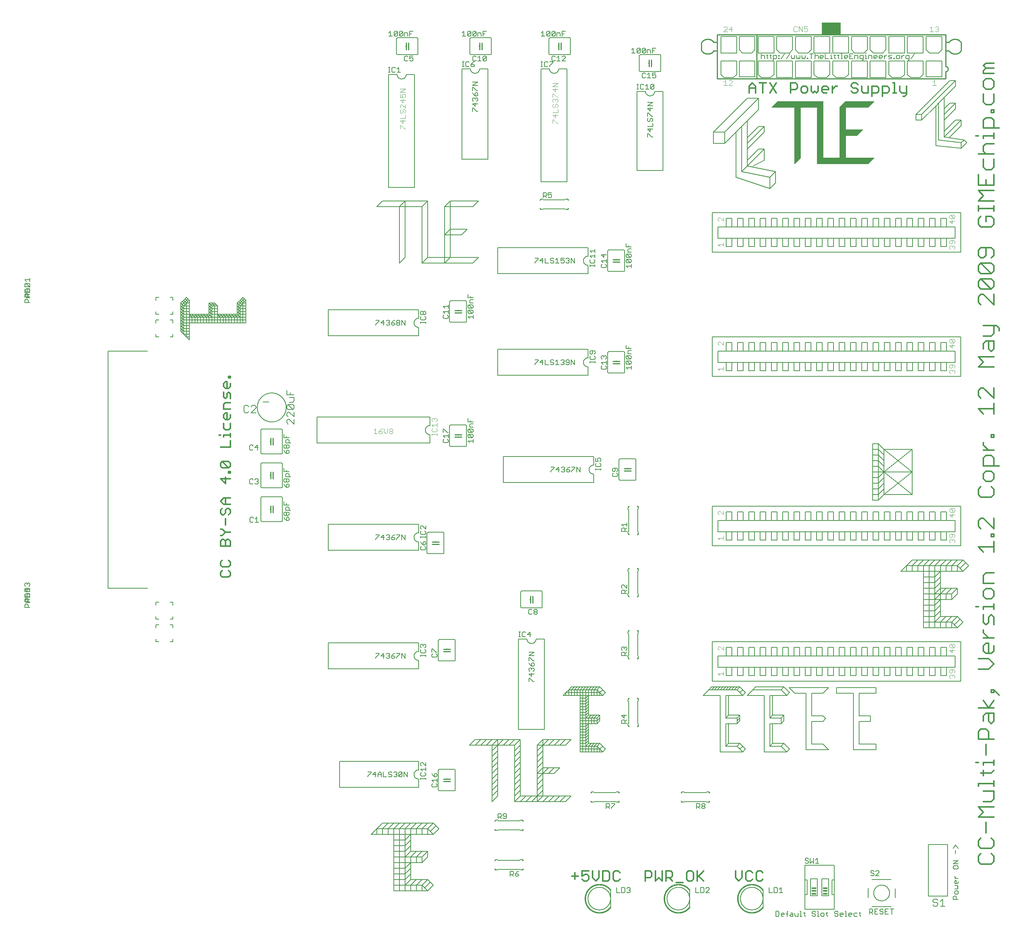
<source format=gbr>
G04 EAGLE Gerber RS-274X export*
G75*
%MOMM*%
%FSLAX34Y34*%
%LPD*%
%INSilkscreen Top*%
%IPPOS*%
%AMOC8*
5,1,8,0,0,1.08239X$1,22.5*%
G01*
%ADD10C,0.304800*%
%ADD11C,0.152400*%
%ADD12C,0.355600*%
%ADD13C,0.203200*%
%ADD14C,0.101600*%
%ADD15C,0.127000*%
%ADD16C,0.254000*%
%ADD17R,1.016000X0.381000*%
%ADD18C,0.015238*%
%ADD19C,0.177800*%
%ADD20C,0.025400*%
%ADD21R,4.318000X2.794000*%

G36*
X1760262Y1195713D02*
X1760262Y1195713D01*
X1760304Y1195711D01*
X1760371Y1195733D01*
X1760441Y1195745D01*
X1760477Y1195767D01*
X1760518Y1195780D01*
X1760591Y1195834D01*
X1760634Y1195860D01*
X1760647Y1195876D01*
X1760668Y1195892D01*
X1773368Y1208592D01*
X1773419Y1208665D01*
X1773475Y1208734D01*
X1773483Y1208756D01*
X1773497Y1208776D01*
X1773519Y1208862D01*
X1773547Y1208946D01*
X1773547Y1208970D01*
X1773553Y1208993D01*
X1773543Y1209082D01*
X1773541Y1209171D01*
X1773532Y1209193D01*
X1773529Y1209216D01*
X1773490Y1209296D01*
X1773456Y1209378D01*
X1773440Y1209396D01*
X1773430Y1209417D01*
X1773365Y1209478D01*
X1773305Y1209544D01*
X1773284Y1209555D01*
X1773267Y1209571D01*
X1773185Y1209606D01*
X1773105Y1209647D01*
X1773079Y1209650D01*
X1773060Y1209659D01*
X1773010Y1209661D01*
X1772920Y1209674D01*
X1710054Y1209674D01*
X1710054Y1259206D01*
X1734820Y1259206D01*
X1734862Y1259213D01*
X1734904Y1259211D01*
X1734971Y1259233D01*
X1735041Y1259245D01*
X1735077Y1259267D01*
X1735118Y1259280D01*
X1735191Y1259334D01*
X1735234Y1259360D01*
X1735247Y1259376D01*
X1735268Y1259392D01*
X1747968Y1272092D01*
X1748019Y1272165D01*
X1748075Y1272234D01*
X1748083Y1272256D01*
X1748097Y1272276D01*
X1748119Y1272362D01*
X1748147Y1272446D01*
X1748147Y1272470D01*
X1748153Y1272493D01*
X1748143Y1272582D01*
X1748141Y1272671D01*
X1748132Y1272693D01*
X1748129Y1272716D01*
X1748090Y1272796D01*
X1748056Y1272878D01*
X1748040Y1272896D01*
X1748030Y1272917D01*
X1747965Y1272978D01*
X1747905Y1273044D01*
X1747884Y1273055D01*
X1747867Y1273071D01*
X1747785Y1273106D01*
X1747705Y1273147D01*
X1747679Y1273150D01*
X1747660Y1273159D01*
X1747610Y1273161D01*
X1747520Y1273174D01*
X1710054Y1273174D01*
X1710054Y1322706D01*
X1760220Y1322706D01*
X1760262Y1322713D01*
X1760304Y1322711D01*
X1760371Y1322733D01*
X1760441Y1322745D01*
X1760477Y1322767D01*
X1760518Y1322780D01*
X1760591Y1322834D01*
X1760634Y1322860D01*
X1760647Y1322876D01*
X1760668Y1322892D01*
X1773368Y1335592D01*
X1773419Y1335665D01*
X1773475Y1335734D01*
X1773483Y1335756D01*
X1773497Y1335776D01*
X1773519Y1335862D01*
X1773547Y1335946D01*
X1773547Y1335970D01*
X1773553Y1335993D01*
X1773543Y1336082D01*
X1773541Y1336171D01*
X1773532Y1336193D01*
X1773529Y1336216D01*
X1773490Y1336296D01*
X1773456Y1336378D01*
X1773440Y1336396D01*
X1773430Y1336417D01*
X1773365Y1336478D01*
X1773305Y1336544D01*
X1773284Y1336555D01*
X1773267Y1336571D01*
X1773185Y1336606D01*
X1773105Y1336647D01*
X1773079Y1336650D01*
X1773060Y1336659D01*
X1773010Y1336661D01*
X1772920Y1336674D01*
X1709420Y1336674D01*
X1709378Y1336667D01*
X1709336Y1336669D01*
X1709269Y1336647D01*
X1709199Y1336635D01*
X1709163Y1336613D01*
X1709122Y1336600D01*
X1709049Y1336546D01*
X1709006Y1336520D01*
X1708993Y1336504D01*
X1708972Y1336488D01*
X1696272Y1323788D01*
X1696247Y1323754D01*
X1696216Y1323725D01*
X1696184Y1323662D01*
X1696143Y1323604D01*
X1696133Y1323563D01*
X1696113Y1323525D01*
X1696100Y1323436D01*
X1696088Y1323387D01*
X1696090Y1323366D01*
X1696086Y1323340D01*
X1696086Y1209674D01*
X1659254Y1209674D01*
X1659254Y1336040D01*
X1659243Y1336105D01*
X1659241Y1336171D01*
X1659223Y1336214D01*
X1659215Y1336261D01*
X1659181Y1336318D01*
X1659156Y1336378D01*
X1659125Y1336413D01*
X1659100Y1336454D01*
X1659049Y1336496D01*
X1659005Y1336544D01*
X1658963Y1336566D01*
X1658926Y1336595D01*
X1658864Y1336616D01*
X1658805Y1336647D01*
X1658751Y1336655D01*
X1658714Y1336667D01*
X1658674Y1336666D01*
X1658620Y1336674D01*
X1557020Y1336674D01*
X1556978Y1336667D01*
X1556936Y1336669D01*
X1556869Y1336647D01*
X1556799Y1336635D01*
X1556763Y1336613D01*
X1556722Y1336600D01*
X1556649Y1336546D01*
X1556606Y1336520D01*
X1556593Y1336504D01*
X1556572Y1336488D01*
X1543872Y1323788D01*
X1543821Y1323715D01*
X1543765Y1323646D01*
X1543757Y1323624D01*
X1543743Y1323604D01*
X1543721Y1323518D01*
X1543693Y1323434D01*
X1543693Y1323410D01*
X1543688Y1323387D01*
X1543697Y1323298D01*
X1543699Y1323209D01*
X1543708Y1323187D01*
X1543711Y1323164D01*
X1543750Y1323084D01*
X1543784Y1323002D01*
X1543800Y1322984D01*
X1543810Y1322963D01*
X1543875Y1322902D01*
X1543935Y1322836D01*
X1543956Y1322825D01*
X1543973Y1322809D01*
X1544055Y1322774D01*
X1544135Y1322733D01*
X1544161Y1322730D01*
X1544180Y1322721D01*
X1544230Y1322719D01*
X1544320Y1322706D01*
X1594486Y1322706D01*
X1594486Y1196340D01*
X1594502Y1196252D01*
X1594511Y1196164D01*
X1594521Y1196143D01*
X1594525Y1196119D01*
X1594571Y1196042D01*
X1594610Y1195963D01*
X1594627Y1195946D01*
X1594640Y1195926D01*
X1594709Y1195870D01*
X1594773Y1195809D01*
X1594795Y1195800D01*
X1594814Y1195785D01*
X1594898Y1195756D01*
X1594980Y1195721D01*
X1595004Y1195720D01*
X1595026Y1195713D01*
X1595115Y1195715D01*
X1595204Y1195711D01*
X1595227Y1195719D01*
X1595251Y1195719D01*
X1595333Y1195753D01*
X1595418Y1195780D01*
X1595439Y1195796D01*
X1595458Y1195804D01*
X1595496Y1195838D01*
X1595568Y1195892D01*
X1608268Y1208592D01*
X1608293Y1208626D01*
X1608324Y1208655D01*
X1608351Y1208707D01*
X1608360Y1208719D01*
X1608364Y1208728D01*
X1608397Y1208776D01*
X1608407Y1208817D01*
X1608427Y1208855D01*
X1608440Y1208944D01*
X1608453Y1208993D01*
X1608450Y1209014D01*
X1608454Y1209040D01*
X1608454Y1322706D01*
X1645286Y1322706D01*
X1645286Y1196340D01*
X1645297Y1196275D01*
X1645299Y1196209D01*
X1645317Y1196166D01*
X1645325Y1196119D01*
X1645359Y1196062D01*
X1645384Y1196002D01*
X1645415Y1195967D01*
X1645440Y1195926D01*
X1645491Y1195885D01*
X1645535Y1195836D01*
X1645577Y1195814D01*
X1645614Y1195785D01*
X1645676Y1195764D01*
X1645735Y1195733D01*
X1645789Y1195725D01*
X1645826Y1195713D01*
X1645866Y1195714D01*
X1645920Y1195706D01*
X1760220Y1195706D01*
X1760262Y1195713D01*
G37*
D10*
X2013941Y-356088D02*
X2008094Y-361935D01*
X2008094Y-373629D01*
X2013941Y-379476D01*
X2037329Y-379476D01*
X2043176Y-373629D01*
X2043176Y-361935D01*
X2037329Y-356088D01*
X2008094Y-326853D02*
X2013941Y-321006D01*
X2008094Y-326853D02*
X2008094Y-338547D01*
X2013941Y-344394D01*
X2037329Y-344394D01*
X2043176Y-338547D01*
X2043176Y-326853D01*
X2037329Y-321006D01*
X2025635Y-309312D02*
X2025635Y-285924D01*
X2043176Y-274230D02*
X2008094Y-274230D01*
X2019788Y-262536D01*
X2008094Y-250842D01*
X2043176Y-250842D01*
X2037329Y-239148D02*
X2019788Y-239148D01*
X2037329Y-239148D02*
X2043176Y-233301D01*
X2043176Y-215760D01*
X2019788Y-215760D01*
X2008094Y-204066D02*
X2008094Y-198219D01*
X2043176Y-198219D01*
X2043176Y-204066D02*
X2043176Y-192372D01*
X2037329Y-174831D02*
X2013941Y-174831D01*
X2037329Y-174831D02*
X2043176Y-168984D01*
X2019788Y-168984D02*
X2019788Y-180678D01*
X2019788Y-157290D02*
X2019788Y-151443D01*
X2043176Y-151443D01*
X2043176Y-157290D02*
X2043176Y-145596D01*
X2008094Y-151443D02*
X2002247Y-151443D01*
X2025635Y-133902D02*
X2025635Y-110514D01*
X2043176Y-98820D02*
X2008094Y-98820D01*
X2008094Y-81279D01*
X2013941Y-75432D01*
X2025635Y-75432D01*
X2031482Y-81279D01*
X2031482Y-98820D01*
X2019788Y-57891D02*
X2019788Y-46197D01*
X2025635Y-40350D01*
X2043176Y-40350D01*
X2043176Y-57891D01*
X2037329Y-63738D01*
X2031482Y-57891D01*
X2031482Y-40350D01*
X2043176Y-28656D02*
X2008094Y-28656D01*
X2031482Y-28656D02*
X2043176Y-11115D01*
X2031482Y-28656D02*
X2019788Y-11115D01*
X2043176Y12273D02*
X2054870Y579D01*
X2043176Y12273D02*
X2037329Y12273D01*
X2037329Y6426D01*
X2043176Y6426D01*
X2043176Y12273D01*
X2031482Y59049D02*
X2008094Y59049D01*
X2031482Y59049D02*
X2043176Y70743D01*
X2031482Y82437D01*
X2008094Y82437D01*
X2043176Y99978D02*
X2043176Y111672D01*
X2043176Y99978D02*
X2037329Y94131D01*
X2025635Y94131D01*
X2019788Y99978D01*
X2019788Y111672D01*
X2025635Y117519D01*
X2031482Y117519D01*
X2031482Y94131D01*
X2043176Y129213D02*
X2019788Y129213D01*
X2019788Y140906D02*
X2031482Y129213D01*
X2019788Y140906D02*
X2019788Y146753D01*
X2043176Y158447D02*
X2043176Y175988D01*
X2037329Y181835D01*
X2031482Y175988D01*
X2031482Y164294D01*
X2025635Y158447D01*
X2019788Y164294D01*
X2019788Y181835D01*
X2019788Y193529D02*
X2019788Y199376D01*
X2043176Y199376D01*
X2043176Y193529D02*
X2043176Y205223D01*
X2008094Y199376D02*
X2002247Y199376D01*
X2043176Y222764D02*
X2043176Y234458D01*
X2037329Y240305D01*
X2025635Y240305D01*
X2019788Y234458D01*
X2019788Y222764D01*
X2025635Y216917D01*
X2037329Y216917D01*
X2043176Y222764D01*
X2043176Y251999D02*
X2019788Y251999D01*
X2019788Y269540D01*
X2025635Y275387D01*
X2043176Y275387D01*
X2019788Y322163D02*
X2008094Y333857D01*
X2043176Y333857D01*
X2043176Y322163D02*
X2043176Y345551D01*
X2043176Y357245D02*
X2037329Y357245D01*
X2037329Y363092D01*
X2043176Y363092D01*
X2043176Y357245D01*
X2043176Y374786D02*
X2043176Y398174D01*
X2043176Y374786D02*
X2019788Y398174D01*
X2013941Y398174D01*
X2008094Y392327D01*
X2008094Y380633D01*
X2013941Y374786D01*
X2008094Y463565D02*
X2013941Y469412D01*
X2008094Y463565D02*
X2008094Y451871D01*
X2013941Y446024D01*
X2037329Y446024D01*
X2043176Y451871D01*
X2043176Y463565D01*
X2037329Y469412D01*
X2043176Y486953D02*
X2043176Y498647D01*
X2037329Y504494D01*
X2025635Y504494D01*
X2019788Y498647D01*
X2019788Y486953D01*
X2025635Y481106D01*
X2037329Y481106D01*
X2043176Y486953D01*
X2054870Y516188D02*
X2019788Y516188D01*
X2019788Y533729D01*
X2025635Y539576D01*
X2037329Y539576D01*
X2043176Y533729D01*
X2043176Y516188D01*
X2043176Y551270D02*
X2019788Y551270D01*
X2031482Y551270D02*
X2019788Y562964D01*
X2019788Y568811D01*
X2037329Y580505D02*
X2043176Y580505D01*
X2037329Y580505D02*
X2037329Y586352D01*
X2043176Y586352D01*
X2043176Y580505D01*
X2019788Y633128D02*
X2008094Y644822D01*
X2043176Y644822D01*
X2043176Y633128D02*
X2043176Y656516D01*
X2043176Y668210D02*
X2043176Y691598D01*
X2043176Y668210D02*
X2019788Y691598D01*
X2013941Y691598D01*
X2008094Y685751D01*
X2008094Y674057D01*
X2013941Y668210D01*
X2008094Y738374D02*
X2043176Y738374D01*
X2019788Y750068D02*
X2008094Y738374D01*
X2019788Y750068D02*
X2008094Y761762D01*
X2043176Y761762D01*
X2019788Y779303D02*
X2019788Y790997D01*
X2025635Y796844D01*
X2043176Y796844D01*
X2043176Y779303D01*
X2037329Y773456D01*
X2031482Y779303D01*
X2031482Y796844D01*
X2037329Y808538D02*
X2019788Y808538D01*
X2037329Y808538D02*
X2043176Y814385D01*
X2043176Y831926D01*
X2049023Y831926D02*
X2019788Y831926D01*
X2049023Y831926D02*
X2054870Y826079D01*
X2054870Y820232D01*
X2043176Y878702D02*
X2043176Y902090D01*
X2043176Y878702D02*
X2019788Y902090D01*
X2013941Y902090D01*
X2008094Y896243D01*
X2008094Y884549D01*
X2013941Y878702D01*
X2013941Y913784D02*
X2037329Y913784D01*
X2013941Y913784D02*
X2008094Y919631D01*
X2008094Y931325D01*
X2013941Y937172D01*
X2037329Y937172D01*
X2043176Y931325D01*
X2043176Y919631D01*
X2037329Y913784D01*
X2013941Y937172D01*
X2013941Y948866D02*
X2037329Y948866D01*
X2013941Y948866D02*
X2008094Y954713D01*
X2008094Y966407D01*
X2013941Y972254D01*
X2037329Y972254D01*
X2043176Y966407D01*
X2043176Y954713D01*
X2037329Y948866D01*
X2013941Y972254D01*
X2037329Y983948D02*
X2043176Y989794D01*
X2043176Y1001488D01*
X2037329Y1007335D01*
X2013941Y1007335D01*
X2008094Y1001488D01*
X2008094Y989794D01*
X2013941Y983948D01*
X2019788Y983948D01*
X2025635Y989794D01*
X2025635Y1007335D01*
X2008094Y1071652D02*
X2013941Y1077499D01*
X2008094Y1071652D02*
X2008094Y1059958D01*
X2013941Y1054111D01*
X2037329Y1054111D01*
X2043176Y1059958D01*
X2043176Y1071652D01*
X2037329Y1077499D01*
X2025635Y1077499D01*
X2025635Y1065805D01*
X2043176Y1089193D02*
X2043176Y1100887D01*
X2043176Y1095040D02*
X2008094Y1095040D01*
X2008094Y1089193D02*
X2008094Y1100887D01*
X2008094Y1112581D02*
X2043176Y1112581D01*
X2019788Y1124275D02*
X2008094Y1112581D01*
X2019788Y1124275D02*
X2008094Y1135969D01*
X2043176Y1135969D01*
X2008094Y1147663D02*
X2008094Y1171051D01*
X2008094Y1147663D02*
X2043176Y1147663D01*
X2043176Y1171051D01*
X2025635Y1159357D02*
X2025635Y1147663D01*
X2019788Y1188592D02*
X2019788Y1206133D01*
X2019788Y1188592D02*
X2025635Y1182745D01*
X2037329Y1182745D01*
X2043176Y1188592D01*
X2043176Y1206133D01*
X2043176Y1217827D02*
X2008094Y1217827D01*
X2019788Y1223674D02*
X2025635Y1217827D01*
X2019788Y1223674D02*
X2019788Y1235368D01*
X2025635Y1241215D01*
X2043176Y1241215D01*
X2019788Y1252909D02*
X2019788Y1258756D01*
X2043176Y1258756D01*
X2043176Y1252909D02*
X2043176Y1264603D01*
X2008094Y1258756D02*
X2002247Y1258756D01*
X2019788Y1276297D02*
X2054870Y1276297D01*
X2019788Y1276297D02*
X2019788Y1293838D01*
X2025635Y1299685D01*
X2037329Y1299685D01*
X2043176Y1293838D01*
X2043176Y1276297D01*
X2043176Y1311379D02*
X2037329Y1311379D01*
X2037329Y1317226D01*
X2043176Y1317226D01*
X2043176Y1311379D01*
X2019788Y1334767D02*
X2019788Y1352308D01*
X2019788Y1334767D02*
X2025635Y1328920D01*
X2037329Y1328920D01*
X2043176Y1334767D01*
X2043176Y1352308D01*
X2043176Y1369849D02*
X2043176Y1381543D01*
X2037329Y1387390D01*
X2025635Y1387390D01*
X2019788Y1381543D01*
X2019788Y1369849D01*
X2025635Y1364002D01*
X2037329Y1364002D01*
X2043176Y1369849D01*
X2043176Y1399084D02*
X2019788Y1399084D01*
X2019788Y1404931D01*
X2025635Y1410778D01*
X2043176Y1410778D01*
X2025635Y1410778D02*
X2019788Y1416625D01*
X2025635Y1422472D01*
X2043176Y1422472D01*
D11*
X367209Y649320D02*
X364497Y652032D01*
X359074Y652032D01*
X356362Y649320D01*
X356362Y638474D01*
X359074Y635762D01*
X364497Y635762D01*
X367209Y638474D01*
X372734Y635762D02*
X383580Y635762D01*
X372734Y635762D02*
X383580Y646609D01*
X383580Y649320D01*
X380869Y652032D01*
X375445Y652032D01*
X372734Y649320D01*
X469138Y621209D02*
X469138Y610362D01*
X458291Y621209D01*
X455580Y621209D01*
X452868Y618497D01*
X452868Y613074D01*
X455580Y610362D01*
X469138Y626734D02*
X469138Y637580D01*
X469138Y626734D02*
X458291Y637580D01*
X455580Y637580D01*
X452868Y634869D01*
X452868Y629445D01*
X455580Y626734D01*
X455580Y643105D02*
X466426Y643105D01*
X455580Y643105D02*
X452868Y645817D01*
X452868Y651240D01*
X455580Y653952D01*
X466426Y653952D01*
X469138Y651240D01*
X469138Y645817D01*
X466426Y643105D01*
X455580Y653952D01*
X458291Y659477D02*
X466426Y659477D01*
X469138Y662188D01*
X469138Y670323D01*
X458291Y670323D01*
X452868Y675848D02*
X469138Y675848D01*
X452868Y675848D02*
X452868Y686695D01*
X461003Y681272D02*
X461003Y675848D01*
D10*
X1462024Y-395205D02*
X1462024Y-410119D01*
X1469481Y-417576D01*
X1476938Y-410119D01*
X1476938Y-395205D01*
X1496598Y-395205D02*
X1500326Y-398933D01*
X1496598Y-395205D02*
X1489140Y-395205D01*
X1485412Y-398933D01*
X1485412Y-413848D01*
X1489140Y-417576D01*
X1496598Y-417576D01*
X1500326Y-413848D01*
X1519985Y-395205D02*
X1523714Y-398933D01*
X1519985Y-395205D02*
X1512528Y-395205D01*
X1508800Y-398933D01*
X1508800Y-413848D01*
X1512528Y-417576D01*
X1519985Y-417576D01*
X1523714Y-413848D01*
X1258824Y-417576D02*
X1258824Y-395205D01*
X1270010Y-395205D01*
X1273738Y-398933D01*
X1273738Y-406390D01*
X1270010Y-410119D01*
X1258824Y-410119D01*
X1282212Y-417576D02*
X1282212Y-395205D01*
X1289669Y-410119D02*
X1282212Y-417576D01*
X1289669Y-410119D02*
X1297126Y-417576D01*
X1297126Y-395205D01*
X1305600Y-395205D02*
X1305600Y-417576D01*
X1305600Y-395205D02*
X1316785Y-395205D01*
X1320514Y-398933D01*
X1320514Y-406390D01*
X1316785Y-410119D01*
X1305600Y-410119D01*
X1313057Y-410119D02*
X1320514Y-417576D01*
X1328988Y-421305D02*
X1343902Y-421305D01*
X1356104Y-395205D02*
X1363561Y-395205D01*
X1356104Y-395205D02*
X1352376Y-398933D01*
X1352376Y-413848D01*
X1356104Y-417576D01*
X1363561Y-417576D01*
X1367290Y-413848D01*
X1367290Y-398933D01*
X1363561Y-395205D01*
X1375764Y-395205D02*
X1375764Y-417576D01*
X1375764Y-410119D02*
X1390678Y-395205D01*
X1379492Y-406390D02*
X1390678Y-417576D01*
X1108638Y-406390D02*
X1093724Y-406390D01*
X1101181Y-398933D02*
X1101181Y-413848D01*
X1117112Y-395205D02*
X1132026Y-395205D01*
X1117112Y-395205D02*
X1117112Y-406390D01*
X1124569Y-402662D01*
X1128298Y-402662D01*
X1132026Y-406390D01*
X1132026Y-413848D01*
X1128298Y-417576D01*
X1120840Y-417576D01*
X1117112Y-413848D01*
X1140500Y-410119D02*
X1140500Y-395205D01*
X1140500Y-410119D02*
X1147957Y-417576D01*
X1155414Y-410119D01*
X1155414Y-395205D01*
X1163888Y-395205D02*
X1163888Y-417576D01*
X1175073Y-417576D01*
X1178802Y-413848D01*
X1178802Y-398933D01*
X1175073Y-395205D01*
X1163888Y-395205D01*
X1198461Y-395205D02*
X1202190Y-398933D01*
X1198461Y-395205D02*
X1191004Y-395205D01*
X1187276Y-398933D01*
X1187276Y-413848D01*
X1191004Y-417576D01*
X1198461Y-417576D01*
X1202190Y-413848D01*
D11*
X1552702Y-485892D02*
X1552702Y-497078D01*
X1558295Y-497078D01*
X1560159Y-495214D01*
X1560159Y-487757D01*
X1558295Y-485892D01*
X1552702Y-485892D01*
X1566260Y-497078D02*
X1569989Y-497078D01*
X1566260Y-497078D02*
X1564396Y-495214D01*
X1564396Y-491485D01*
X1566260Y-489621D01*
X1569989Y-489621D01*
X1571853Y-491485D01*
X1571853Y-493350D01*
X1564396Y-493350D01*
X1577954Y-497078D02*
X1577954Y-487757D01*
X1579818Y-485892D01*
X1579818Y-491485D02*
X1576090Y-491485D01*
X1585750Y-489621D02*
X1589479Y-489621D01*
X1591343Y-491485D01*
X1591343Y-497078D01*
X1585750Y-497078D01*
X1583886Y-495214D01*
X1585750Y-493350D01*
X1591343Y-493350D01*
X1595580Y-495214D02*
X1595580Y-489621D01*
X1595580Y-495214D02*
X1597444Y-497078D01*
X1603037Y-497078D01*
X1603037Y-489621D01*
X1607274Y-485892D02*
X1609138Y-485892D01*
X1609138Y-497078D01*
X1607274Y-497078D02*
X1611002Y-497078D01*
X1616934Y-495214D02*
X1616934Y-487757D01*
X1616934Y-495214D02*
X1618798Y-497078D01*
X1618798Y-489621D02*
X1615070Y-489621D01*
X1640153Y-485892D02*
X1642017Y-487757D01*
X1640153Y-485892D02*
X1636424Y-485892D01*
X1634560Y-487757D01*
X1634560Y-489621D01*
X1636424Y-491485D01*
X1640153Y-491485D01*
X1642017Y-493350D01*
X1642017Y-495214D01*
X1640153Y-497078D01*
X1636424Y-497078D01*
X1634560Y-495214D01*
X1646254Y-485892D02*
X1648118Y-485892D01*
X1648118Y-497078D01*
X1646254Y-497078D02*
X1649982Y-497078D01*
X1655914Y-497078D02*
X1659642Y-497078D01*
X1661507Y-495214D01*
X1661507Y-491485D01*
X1659642Y-489621D01*
X1655914Y-489621D01*
X1654050Y-491485D01*
X1654050Y-495214D01*
X1655914Y-497078D01*
X1667608Y-495214D02*
X1667608Y-487757D01*
X1667608Y-495214D02*
X1669472Y-497078D01*
X1669472Y-489621D02*
X1665744Y-489621D01*
X1690826Y-485892D02*
X1692691Y-487757D01*
X1690826Y-485892D02*
X1687098Y-485892D01*
X1685234Y-487757D01*
X1685234Y-489621D01*
X1687098Y-491485D01*
X1690826Y-491485D01*
X1692691Y-493350D01*
X1692691Y-495214D01*
X1690826Y-497078D01*
X1687098Y-497078D01*
X1685234Y-495214D01*
X1698792Y-497078D02*
X1702520Y-497078D01*
X1698792Y-497078D02*
X1696928Y-495214D01*
X1696928Y-491485D01*
X1698792Y-489621D01*
X1702520Y-489621D01*
X1704385Y-491485D01*
X1704385Y-493350D01*
X1696928Y-493350D01*
X1708622Y-485892D02*
X1710486Y-485892D01*
X1710486Y-497078D01*
X1708622Y-497078D02*
X1712350Y-497078D01*
X1718282Y-497078D02*
X1722010Y-497078D01*
X1718282Y-497078D02*
X1716418Y-495214D01*
X1716418Y-491485D01*
X1718282Y-489621D01*
X1722010Y-489621D01*
X1723875Y-491485D01*
X1723875Y-493350D01*
X1716418Y-493350D01*
X1729976Y-489621D02*
X1735569Y-489621D01*
X1729976Y-489621D02*
X1728111Y-491485D01*
X1728111Y-495214D01*
X1729976Y-497078D01*
X1735569Y-497078D01*
X1741670Y-495214D02*
X1741670Y-487757D01*
X1741670Y-495214D02*
X1743534Y-497078D01*
X1743534Y-489621D02*
X1739805Y-489621D01*
X1763522Y-491998D02*
X1763522Y-480812D01*
X1769115Y-480812D01*
X1770979Y-482677D01*
X1770979Y-486405D01*
X1769115Y-488270D01*
X1763522Y-488270D01*
X1767251Y-488270D02*
X1770979Y-491998D01*
X1775216Y-480812D02*
X1782673Y-480812D01*
X1775216Y-480812D02*
X1775216Y-491998D01*
X1782673Y-491998D01*
X1778944Y-486405D02*
X1775216Y-486405D01*
X1792503Y-480812D02*
X1794367Y-482677D01*
X1792503Y-480812D02*
X1788774Y-480812D01*
X1786910Y-482677D01*
X1786910Y-484541D01*
X1788774Y-486405D01*
X1792503Y-486405D01*
X1794367Y-488270D01*
X1794367Y-490134D01*
X1792503Y-491998D01*
X1788774Y-491998D01*
X1786910Y-490134D01*
X1798604Y-480812D02*
X1806061Y-480812D01*
X1798604Y-480812D02*
X1798604Y-491998D01*
X1806061Y-491998D01*
X1802332Y-486405D02*
X1798604Y-486405D01*
X1814026Y-491998D02*
X1814026Y-480812D01*
X1810298Y-480812D02*
X1817755Y-480812D01*
X1951472Y-458978D02*
X1962658Y-458978D01*
X1951472Y-458978D02*
X1951472Y-453385D01*
X1953337Y-451521D01*
X1957065Y-451521D01*
X1958930Y-453385D01*
X1958930Y-458978D01*
X1962658Y-445420D02*
X1962658Y-441691D01*
X1960794Y-439827D01*
X1957065Y-439827D01*
X1955201Y-441691D01*
X1955201Y-445420D01*
X1957065Y-447284D01*
X1960794Y-447284D01*
X1962658Y-445420D01*
X1960794Y-435590D02*
X1955201Y-435590D01*
X1960794Y-435590D02*
X1962658Y-433726D01*
X1960794Y-431862D01*
X1962658Y-429997D01*
X1960794Y-428133D01*
X1955201Y-428133D01*
X1962658Y-422032D02*
X1962658Y-418303D01*
X1962658Y-422032D02*
X1960794Y-423896D01*
X1957065Y-423896D01*
X1955201Y-422032D01*
X1955201Y-418303D01*
X1957065Y-416439D01*
X1958930Y-416439D01*
X1958930Y-423896D01*
X1962658Y-412202D02*
X1955201Y-412202D01*
X1955201Y-408474D02*
X1958930Y-412202D01*
X1955201Y-408474D02*
X1955201Y-406609D01*
X1951472Y-388899D02*
X1951472Y-385170D01*
X1951472Y-388899D02*
X1953337Y-390763D01*
X1960794Y-390763D01*
X1962658Y-388899D01*
X1962658Y-385170D01*
X1960794Y-383306D01*
X1953337Y-383306D01*
X1951472Y-385170D01*
X1951472Y-379069D02*
X1962658Y-379069D01*
X1962658Y-371612D02*
X1951472Y-379069D01*
X1951472Y-371612D02*
X1962658Y-371612D01*
X1957065Y-355681D02*
X1957065Y-348224D01*
X1951472Y-343987D02*
X1957065Y-336530D01*
X1962658Y-343987D01*
D10*
X1492504Y1355344D02*
X1492504Y1370258D01*
X1499961Y1377715D01*
X1507418Y1370258D01*
X1507418Y1355344D01*
X1507418Y1366530D02*
X1492504Y1366530D01*
X1523349Y1355344D02*
X1523349Y1377715D01*
X1515892Y1377715D02*
X1530806Y1377715D01*
X1539280Y1377715D02*
X1554194Y1355344D01*
X1539280Y1355344D02*
X1554194Y1377715D01*
X1586056Y1377715D02*
X1586056Y1355344D01*
X1586056Y1377715D02*
X1597241Y1377715D01*
X1600970Y1373987D01*
X1600970Y1366530D01*
X1597241Y1362801D01*
X1586056Y1362801D01*
X1613172Y1355344D02*
X1620629Y1355344D01*
X1624358Y1359073D01*
X1624358Y1366530D01*
X1620629Y1370258D01*
X1613172Y1370258D01*
X1609444Y1366530D01*
X1609444Y1359073D01*
X1613172Y1355344D01*
X1632832Y1359073D02*
X1632832Y1370258D01*
X1632832Y1359073D02*
X1636560Y1355344D01*
X1640289Y1359073D01*
X1644017Y1355344D01*
X1647746Y1359073D01*
X1647746Y1370258D01*
X1659948Y1355344D02*
X1667405Y1355344D01*
X1659948Y1355344D02*
X1656220Y1359073D01*
X1656220Y1366530D01*
X1659948Y1370258D01*
X1667405Y1370258D01*
X1671134Y1366530D01*
X1671134Y1362801D01*
X1656220Y1362801D01*
X1679608Y1355344D02*
X1679608Y1370258D01*
X1679608Y1362801D02*
X1687065Y1370258D01*
X1690793Y1370258D01*
X1733671Y1377715D02*
X1737400Y1373987D01*
X1733671Y1377715D02*
X1726214Y1377715D01*
X1722486Y1373987D01*
X1722486Y1370258D01*
X1726214Y1366530D01*
X1733671Y1366530D01*
X1737400Y1362801D01*
X1737400Y1359073D01*
X1733671Y1355344D01*
X1726214Y1355344D01*
X1722486Y1359073D01*
X1745874Y1359073D02*
X1745874Y1370258D01*
X1745874Y1359073D02*
X1749602Y1355344D01*
X1760788Y1355344D01*
X1760788Y1370258D01*
X1769262Y1370258D02*
X1769262Y1347887D01*
X1769262Y1370258D02*
X1780447Y1370258D01*
X1784176Y1366530D01*
X1784176Y1359073D01*
X1780447Y1355344D01*
X1769262Y1355344D01*
X1792650Y1347887D02*
X1792650Y1370258D01*
X1803835Y1370258D01*
X1807564Y1366530D01*
X1807564Y1359073D01*
X1803835Y1355344D01*
X1792650Y1355344D01*
X1816038Y1377715D02*
X1819766Y1377715D01*
X1819766Y1355344D01*
X1816038Y1355344D02*
X1823495Y1355344D01*
X1831630Y1359073D02*
X1831630Y1370258D01*
X1831630Y1359073D02*
X1835358Y1355344D01*
X1846544Y1355344D01*
X1846544Y1351616D02*
X1846544Y1370258D01*
X1846544Y1351616D02*
X1842815Y1347887D01*
X1839087Y1347887D01*
D12*
X307663Y280513D02*
X304019Y276869D01*
X304019Y269582D01*
X307663Y265938D01*
X322238Y265938D01*
X325882Y269582D01*
X325882Y276869D01*
X322238Y280513D01*
X304019Y300257D02*
X307663Y303901D01*
X304019Y300257D02*
X304019Y292970D01*
X307663Y289326D01*
X322238Y289326D01*
X325882Y292970D01*
X325882Y300257D01*
X322238Y303901D01*
X325882Y336102D02*
X304019Y336102D01*
X304019Y347033D01*
X307663Y350677D01*
X311307Y350677D01*
X314951Y347033D01*
X318594Y350677D01*
X322238Y350677D01*
X325882Y347033D01*
X325882Y336102D01*
X314951Y336102D02*
X314951Y347033D01*
X307663Y359490D02*
X304019Y359490D01*
X307663Y359490D02*
X314951Y366777D01*
X307663Y374065D01*
X304019Y374065D01*
X314951Y366777D02*
X325882Y366777D01*
X314951Y382878D02*
X314951Y397453D01*
X304019Y417197D02*
X307663Y420841D01*
X304019Y417197D02*
X304019Y409910D01*
X307663Y406266D01*
X311307Y406266D01*
X314951Y409910D01*
X314951Y417197D01*
X318594Y420841D01*
X322238Y420841D01*
X325882Y417197D01*
X325882Y409910D01*
X322238Y406266D01*
X325882Y429654D02*
X311307Y429654D01*
X304019Y436941D01*
X311307Y444229D01*
X325882Y444229D01*
X314951Y444229D02*
X314951Y429654D01*
X325882Y487361D02*
X304019Y487361D01*
X314951Y476430D01*
X314951Y491005D01*
X322238Y499818D02*
X325882Y499818D01*
X322238Y499818D02*
X322238Y503461D01*
X325882Y503461D01*
X325882Y499818D01*
X322238Y511512D02*
X307663Y511512D01*
X304019Y515155D01*
X304019Y522443D01*
X307663Y526087D01*
X322238Y526087D01*
X325882Y522443D01*
X325882Y515155D01*
X322238Y511512D01*
X307663Y526087D01*
X304019Y558288D02*
X325882Y558288D01*
X325882Y572863D01*
X311307Y581676D02*
X311307Y585319D01*
X325882Y585319D01*
X325882Y581676D02*
X325882Y588963D01*
X304019Y585319D02*
X300376Y585319D01*
X311307Y600911D02*
X311307Y611843D01*
X311307Y600911D02*
X314951Y597268D01*
X322238Y597268D01*
X325882Y600911D01*
X325882Y611843D01*
X325882Y624299D02*
X325882Y631587D01*
X325882Y624299D02*
X322238Y620656D01*
X314951Y620656D01*
X311307Y624299D01*
X311307Y631587D01*
X314951Y635231D01*
X318594Y635231D01*
X318594Y620656D01*
X311307Y644043D02*
X325882Y644043D01*
X311307Y644043D02*
X311307Y654975D01*
X314951Y658619D01*
X325882Y658619D01*
X325882Y667431D02*
X325882Y678363D01*
X322238Y682007D01*
X318594Y678363D01*
X318594Y671075D01*
X314951Y667431D01*
X311307Y671075D01*
X311307Y682007D01*
X325882Y694463D02*
X325882Y701751D01*
X325882Y694463D02*
X322238Y690819D01*
X314951Y690819D01*
X311307Y694463D01*
X311307Y701751D01*
X314951Y705395D01*
X318594Y705395D01*
X318594Y690819D01*
X322238Y714207D02*
X325882Y714207D01*
X322238Y714207D02*
X322238Y717851D01*
X325882Y717851D01*
X325882Y714207D01*
D13*
X50800Y774700D02*
X50800Y241300D01*
X50800Y774700D02*
X139700Y774700D01*
X139700Y241300D02*
X50800Y241300D01*
X400050Y660400D02*
X412750Y660400D01*
X386600Y647700D02*
X386610Y648498D01*
X386639Y649295D01*
X386688Y650091D01*
X386756Y650886D01*
X386844Y651678D01*
X386952Y652469D01*
X387078Y653256D01*
X387224Y654040D01*
X387390Y654821D01*
X387574Y655597D01*
X387777Y656368D01*
X387999Y657134D01*
X388240Y657895D01*
X388500Y658649D01*
X388778Y659397D01*
X389074Y660137D01*
X389388Y660870D01*
X389720Y661596D01*
X390070Y662312D01*
X390438Y663020D01*
X390822Y663719D01*
X391224Y664408D01*
X391642Y665087D01*
X392077Y665756D01*
X392528Y666414D01*
X392996Y667060D01*
X393479Y667695D01*
X393977Y668318D01*
X394491Y668928D01*
X395019Y669526D01*
X395562Y670110D01*
X396119Y670681D01*
X396690Y671238D01*
X397274Y671781D01*
X397872Y672309D01*
X398482Y672823D01*
X399105Y673321D01*
X399740Y673804D01*
X400386Y674272D01*
X401044Y674723D01*
X401713Y675158D01*
X402392Y675576D01*
X403081Y675978D01*
X403780Y676362D01*
X404488Y676730D01*
X405204Y677080D01*
X405930Y677412D01*
X406663Y677726D01*
X407403Y678022D01*
X408151Y678300D01*
X408905Y678560D01*
X409666Y678801D01*
X410432Y679023D01*
X411203Y679226D01*
X411979Y679410D01*
X412760Y679576D01*
X413544Y679722D01*
X414331Y679848D01*
X415122Y679956D01*
X415914Y680044D01*
X416709Y680112D01*
X417505Y680161D01*
X418302Y680190D01*
X419100Y680200D01*
X419898Y680190D01*
X420695Y680161D01*
X421491Y680112D01*
X422286Y680044D01*
X423078Y679956D01*
X423869Y679848D01*
X424656Y679722D01*
X425440Y679576D01*
X426221Y679410D01*
X426997Y679226D01*
X427768Y679023D01*
X428534Y678801D01*
X429295Y678560D01*
X430049Y678300D01*
X430797Y678022D01*
X431537Y677726D01*
X432270Y677412D01*
X432996Y677080D01*
X433712Y676730D01*
X434420Y676362D01*
X435119Y675978D01*
X435808Y675576D01*
X436487Y675158D01*
X437156Y674723D01*
X437814Y674272D01*
X438460Y673804D01*
X439095Y673321D01*
X439718Y672823D01*
X440328Y672309D01*
X440926Y671781D01*
X441510Y671238D01*
X442081Y670681D01*
X442638Y670110D01*
X443181Y669526D01*
X443709Y668928D01*
X444223Y668318D01*
X444721Y667695D01*
X445204Y667060D01*
X445672Y666414D01*
X446123Y665756D01*
X446558Y665087D01*
X446976Y664408D01*
X447378Y663719D01*
X447762Y663020D01*
X448130Y662312D01*
X448480Y661596D01*
X448812Y660870D01*
X449126Y660137D01*
X449422Y659397D01*
X449700Y658649D01*
X449960Y657895D01*
X450201Y657134D01*
X450423Y656368D01*
X450626Y655597D01*
X450810Y654821D01*
X450976Y654040D01*
X451122Y653256D01*
X451248Y652469D01*
X451356Y651678D01*
X451444Y650886D01*
X451512Y650091D01*
X451561Y649295D01*
X451590Y648498D01*
X451600Y647700D01*
X451590Y646902D01*
X451561Y646105D01*
X451512Y645309D01*
X451444Y644514D01*
X451356Y643722D01*
X451248Y642931D01*
X451122Y642144D01*
X450976Y641360D01*
X450810Y640579D01*
X450626Y639803D01*
X450423Y639032D01*
X450201Y638266D01*
X449960Y637505D01*
X449700Y636751D01*
X449422Y636003D01*
X449126Y635263D01*
X448812Y634530D01*
X448480Y633804D01*
X448130Y633088D01*
X447762Y632380D01*
X447378Y631681D01*
X446976Y630992D01*
X446558Y630313D01*
X446123Y629644D01*
X445672Y628986D01*
X445204Y628340D01*
X444721Y627705D01*
X444223Y627082D01*
X443709Y626472D01*
X443181Y625874D01*
X442638Y625290D01*
X442081Y624719D01*
X441510Y624162D01*
X440926Y623619D01*
X440328Y623091D01*
X439718Y622577D01*
X439095Y622079D01*
X438460Y621596D01*
X437814Y621128D01*
X437156Y620677D01*
X436487Y620242D01*
X435808Y619824D01*
X435119Y619422D01*
X434420Y619038D01*
X433712Y618670D01*
X432996Y618320D01*
X432270Y617988D01*
X431537Y617674D01*
X430797Y617378D01*
X430049Y617100D01*
X429295Y616840D01*
X428534Y616599D01*
X427768Y616377D01*
X426997Y616174D01*
X426221Y615990D01*
X425440Y615824D01*
X424656Y615678D01*
X423869Y615552D01*
X423078Y615444D01*
X422286Y615356D01*
X421491Y615288D01*
X420695Y615239D01*
X419898Y615210D01*
X419100Y615200D01*
X418302Y615210D01*
X417505Y615239D01*
X416709Y615288D01*
X415914Y615356D01*
X415122Y615444D01*
X414331Y615552D01*
X413544Y615678D01*
X412760Y615824D01*
X411979Y615990D01*
X411203Y616174D01*
X410432Y616377D01*
X409666Y616599D01*
X408905Y616840D01*
X408151Y617100D01*
X407403Y617378D01*
X406663Y617674D01*
X405930Y617988D01*
X405204Y618320D01*
X404488Y618670D01*
X403780Y619038D01*
X403081Y619422D01*
X402392Y619824D01*
X401713Y620242D01*
X401044Y620677D01*
X400386Y621128D01*
X399740Y621596D01*
X399105Y622079D01*
X398482Y622577D01*
X397872Y623091D01*
X397274Y623619D01*
X396690Y624162D01*
X396119Y624719D01*
X395562Y625290D01*
X395019Y625874D01*
X394491Y626472D01*
X393977Y627082D01*
X393479Y627705D01*
X392996Y628340D01*
X392528Y628986D01*
X392077Y629644D01*
X391642Y630313D01*
X391224Y630992D01*
X390822Y631681D01*
X390438Y632380D01*
X390070Y633088D01*
X389720Y633804D01*
X389388Y634530D01*
X389074Y635263D01*
X388778Y636003D01*
X388500Y636751D01*
X388240Y637505D01*
X387999Y638266D01*
X387777Y639032D01*
X387574Y639803D01*
X387390Y640579D01*
X387224Y641360D01*
X387078Y642144D01*
X386952Y642931D01*
X386844Y643722D01*
X386756Y644514D01*
X386688Y645309D01*
X386639Y646105D01*
X386610Y646902D01*
X386600Y647700D01*
D11*
X740410Y1143000D02*
X740410Y1397000D01*
X681990Y1397000D02*
X681990Y1143000D01*
X740410Y1143000D01*
X740410Y1397000D02*
X721360Y1397000D01*
X701040Y1397000D02*
X681990Y1397000D01*
X701040Y1397000D02*
X701043Y1396753D01*
X701052Y1396505D01*
X701067Y1396258D01*
X701088Y1396012D01*
X701115Y1395766D01*
X701148Y1395521D01*
X701187Y1395276D01*
X701232Y1395033D01*
X701283Y1394791D01*
X701340Y1394550D01*
X701402Y1394311D01*
X701471Y1394073D01*
X701545Y1393837D01*
X701625Y1393603D01*
X701710Y1393371D01*
X701802Y1393141D01*
X701898Y1392913D01*
X702001Y1392688D01*
X702108Y1392465D01*
X702222Y1392245D01*
X702340Y1392028D01*
X702464Y1391813D01*
X702593Y1391602D01*
X702727Y1391394D01*
X702866Y1391189D01*
X703010Y1390988D01*
X703158Y1390790D01*
X703312Y1390596D01*
X703470Y1390406D01*
X703633Y1390220D01*
X703800Y1390038D01*
X703972Y1389860D01*
X704148Y1389686D01*
X704328Y1389516D01*
X704513Y1389351D01*
X704701Y1389191D01*
X704893Y1389035D01*
X705089Y1388883D01*
X705288Y1388737D01*
X705491Y1388595D01*
X705698Y1388459D01*
X705907Y1388327D01*
X706120Y1388201D01*
X706336Y1388080D01*
X706554Y1387964D01*
X706776Y1387854D01*
X707000Y1387749D01*
X707226Y1387649D01*
X707455Y1387555D01*
X707686Y1387467D01*
X707920Y1387384D01*
X708155Y1387307D01*
X708392Y1387236D01*
X708630Y1387170D01*
X708870Y1387111D01*
X709112Y1387057D01*
X709355Y1387009D01*
X709598Y1386967D01*
X709843Y1386931D01*
X710089Y1386901D01*
X710335Y1386877D01*
X710582Y1386859D01*
X710829Y1386847D01*
X711076Y1386841D01*
X711324Y1386841D01*
X711571Y1386847D01*
X711818Y1386859D01*
X712065Y1386877D01*
X712311Y1386901D01*
X712557Y1386931D01*
X712802Y1386967D01*
X713045Y1387009D01*
X713288Y1387057D01*
X713530Y1387111D01*
X713770Y1387170D01*
X714008Y1387236D01*
X714245Y1387307D01*
X714480Y1387384D01*
X714714Y1387467D01*
X714945Y1387555D01*
X715174Y1387649D01*
X715400Y1387749D01*
X715624Y1387854D01*
X715846Y1387964D01*
X716064Y1388080D01*
X716280Y1388201D01*
X716493Y1388327D01*
X716702Y1388459D01*
X716909Y1388595D01*
X717112Y1388737D01*
X717311Y1388883D01*
X717507Y1389035D01*
X717699Y1389191D01*
X717887Y1389351D01*
X718072Y1389516D01*
X718252Y1389686D01*
X718428Y1389860D01*
X718600Y1390038D01*
X718767Y1390220D01*
X718930Y1390406D01*
X719088Y1390596D01*
X719242Y1390790D01*
X719390Y1390988D01*
X719534Y1391189D01*
X719673Y1391394D01*
X719807Y1391602D01*
X719936Y1391813D01*
X720060Y1392028D01*
X720178Y1392245D01*
X720292Y1392465D01*
X720399Y1392688D01*
X720502Y1392913D01*
X720598Y1393141D01*
X720690Y1393371D01*
X720775Y1393603D01*
X720855Y1393837D01*
X720929Y1394073D01*
X720998Y1394311D01*
X721060Y1394550D01*
X721117Y1394791D01*
X721168Y1395033D01*
X721213Y1395276D01*
X721252Y1395521D01*
X721285Y1395766D01*
X721312Y1396012D01*
X721333Y1396258D01*
X721348Y1396505D01*
X721357Y1396753D01*
X721360Y1397000D01*
X685211Y1401572D02*
X681482Y1401572D01*
X683346Y1401572D02*
X683346Y1412758D01*
X681482Y1412758D02*
X685211Y1412758D01*
X694871Y1412758D02*
X696735Y1410893D01*
X694871Y1412758D02*
X691142Y1412758D01*
X689278Y1410893D01*
X689278Y1403436D01*
X691142Y1401572D01*
X694871Y1401572D01*
X696735Y1403436D01*
X700972Y1409029D02*
X704700Y1412758D01*
X704700Y1401572D01*
X700972Y1401572D02*
X708429Y1401572D01*
D14*
X707888Y1282542D02*
X707888Y1274746D01*
X707888Y1282542D02*
X709837Y1282542D01*
X717633Y1274746D01*
X719582Y1274746D01*
X719582Y1292287D02*
X707888Y1292287D01*
X713735Y1286440D01*
X713735Y1294236D01*
X707888Y1298134D02*
X719582Y1298134D01*
X719582Y1305930D01*
X709837Y1317624D02*
X707888Y1315675D01*
X707888Y1311777D01*
X709837Y1309828D01*
X711786Y1309828D01*
X713735Y1311777D01*
X713735Y1315675D01*
X715684Y1317624D01*
X717633Y1317624D01*
X719582Y1315675D01*
X719582Y1311777D01*
X717633Y1309828D01*
X719582Y1321522D02*
X719582Y1329318D01*
X719582Y1321522D02*
X711786Y1329318D01*
X709837Y1329318D01*
X707888Y1327369D01*
X707888Y1323471D01*
X709837Y1321522D01*
X707888Y1339063D02*
X719582Y1339063D01*
X713735Y1333216D02*
X707888Y1339063D01*
X713735Y1341012D02*
X713735Y1333216D01*
X707888Y1344910D02*
X707888Y1352706D01*
X707888Y1344910D02*
X713735Y1344910D01*
X711786Y1348808D01*
X711786Y1350757D01*
X713735Y1352706D01*
X717633Y1352706D01*
X719582Y1350757D01*
X719582Y1346859D01*
X717633Y1344910D01*
X719582Y1356604D02*
X707888Y1356604D01*
X719582Y1364400D01*
X707888Y1364400D01*
D11*
X749300Y326390D02*
X546100Y326390D01*
X546100Y384810D02*
X749300Y384810D01*
X546100Y384810D02*
X546100Y326390D01*
X749300Y326390D02*
X749300Y345440D01*
X749300Y365760D02*
X749300Y384810D01*
X749300Y365760D02*
X749053Y365757D01*
X748805Y365748D01*
X748558Y365733D01*
X748312Y365712D01*
X748066Y365685D01*
X747821Y365652D01*
X747576Y365613D01*
X747333Y365568D01*
X747091Y365517D01*
X746850Y365460D01*
X746611Y365398D01*
X746373Y365329D01*
X746137Y365255D01*
X745903Y365175D01*
X745671Y365090D01*
X745441Y364998D01*
X745213Y364902D01*
X744988Y364799D01*
X744765Y364692D01*
X744545Y364578D01*
X744328Y364460D01*
X744113Y364336D01*
X743902Y364207D01*
X743694Y364073D01*
X743489Y363934D01*
X743288Y363790D01*
X743090Y363642D01*
X742896Y363488D01*
X742706Y363330D01*
X742520Y363167D01*
X742338Y363000D01*
X742160Y362828D01*
X741986Y362652D01*
X741816Y362472D01*
X741651Y362287D01*
X741491Y362099D01*
X741335Y361907D01*
X741183Y361711D01*
X741037Y361512D01*
X740895Y361309D01*
X740759Y361102D01*
X740627Y360893D01*
X740501Y360680D01*
X740380Y360464D01*
X740264Y360246D01*
X740154Y360024D01*
X740049Y359800D01*
X739949Y359574D01*
X739855Y359345D01*
X739767Y359114D01*
X739684Y358880D01*
X739607Y358645D01*
X739536Y358408D01*
X739470Y358170D01*
X739411Y357930D01*
X739357Y357688D01*
X739309Y357445D01*
X739267Y357202D01*
X739231Y356957D01*
X739201Y356711D01*
X739177Y356465D01*
X739159Y356218D01*
X739147Y355971D01*
X739141Y355724D01*
X739141Y355476D01*
X739147Y355229D01*
X739159Y354982D01*
X739177Y354735D01*
X739201Y354489D01*
X739231Y354243D01*
X739267Y353998D01*
X739309Y353755D01*
X739357Y353512D01*
X739411Y353270D01*
X739470Y353030D01*
X739536Y352792D01*
X739607Y352555D01*
X739684Y352320D01*
X739767Y352086D01*
X739855Y351855D01*
X739949Y351626D01*
X740049Y351400D01*
X740154Y351176D01*
X740264Y350954D01*
X740380Y350736D01*
X740501Y350520D01*
X740627Y350307D01*
X740759Y350098D01*
X740895Y349891D01*
X741037Y349688D01*
X741183Y349489D01*
X741335Y349293D01*
X741491Y349101D01*
X741651Y348913D01*
X741816Y348728D01*
X741986Y348548D01*
X742160Y348372D01*
X742338Y348200D01*
X742520Y348033D01*
X742706Y347870D01*
X742896Y347712D01*
X743090Y347558D01*
X743288Y347410D01*
X743489Y347266D01*
X743694Y347127D01*
X743902Y346993D01*
X744113Y346864D01*
X744328Y346740D01*
X744545Y346622D01*
X744765Y346508D01*
X744988Y346401D01*
X745213Y346298D01*
X745441Y346202D01*
X745671Y346110D01*
X745903Y346025D01*
X746137Y345945D01*
X746373Y345871D01*
X746611Y345802D01*
X746850Y345740D01*
X747091Y345683D01*
X747333Y345632D01*
X747576Y345587D01*
X747821Y345548D01*
X748066Y345515D01*
X748312Y345488D01*
X748558Y345467D01*
X748805Y345452D01*
X749053Y345443D01*
X749300Y345440D01*
D15*
X765175Y354261D02*
X765175Y358074D01*
X765175Y356168D02*
X753735Y356168D01*
X753735Y358074D02*
X753735Y354261D01*
X753735Y367777D02*
X755642Y369684D01*
X753735Y367777D02*
X753735Y363964D01*
X755642Y362057D01*
X763268Y362057D01*
X765175Y363964D01*
X765175Y367777D01*
X763268Y369684D01*
X765175Y373751D02*
X765175Y381377D01*
X765175Y373751D02*
X757549Y381377D01*
X755642Y381377D01*
X753735Y379471D01*
X753735Y375658D01*
X755642Y373751D01*
X660728Y361325D02*
X653101Y361325D01*
X660728Y361325D02*
X660728Y359418D01*
X653101Y351792D01*
X653101Y349885D01*
X670515Y349885D02*
X670515Y361325D01*
X664795Y355605D01*
X672422Y355605D01*
X676489Y359418D02*
X678396Y361325D01*
X682209Y361325D01*
X684115Y359418D01*
X684115Y357512D01*
X682209Y355605D01*
X680302Y355605D01*
X682209Y355605D02*
X684115Y353698D01*
X684115Y351792D01*
X682209Y349885D01*
X678396Y349885D01*
X676489Y351792D01*
X691996Y359418D02*
X695809Y361325D01*
X691996Y359418D02*
X688183Y355605D01*
X688183Y351792D01*
X690090Y349885D01*
X693903Y349885D01*
X695809Y351792D01*
X695809Y353698D01*
X693903Y355605D01*
X688183Y355605D01*
X699877Y361325D02*
X707503Y361325D01*
X707503Y359418D01*
X699877Y351792D01*
X699877Y349885D01*
X711571Y349885D02*
X711571Y361325D01*
X719197Y349885D01*
X719197Y361325D01*
D11*
X440690Y467360D02*
X397510Y467360D01*
X397510Y523240D02*
X440690Y523240D01*
X394970Y520700D02*
X394970Y469900D01*
X443230Y469900D02*
X443230Y520700D01*
X394970Y469900D02*
X394972Y469800D01*
X394978Y469701D01*
X394988Y469601D01*
X395001Y469503D01*
X395019Y469404D01*
X395040Y469307D01*
X395065Y469211D01*
X395094Y469115D01*
X395127Y469021D01*
X395163Y468928D01*
X395203Y468837D01*
X395247Y468747D01*
X395294Y468659D01*
X395344Y468573D01*
X395398Y468489D01*
X395455Y468407D01*
X395515Y468328D01*
X395579Y468250D01*
X395645Y468176D01*
X395714Y468104D01*
X395786Y468035D01*
X395860Y467969D01*
X395938Y467905D01*
X396017Y467845D01*
X396099Y467788D01*
X396183Y467734D01*
X396269Y467684D01*
X396357Y467637D01*
X396447Y467593D01*
X396538Y467553D01*
X396631Y467517D01*
X396725Y467484D01*
X396821Y467455D01*
X396917Y467430D01*
X397014Y467409D01*
X397113Y467391D01*
X397211Y467378D01*
X397311Y467368D01*
X397410Y467362D01*
X397510Y467360D01*
X440690Y467360D02*
X440790Y467362D01*
X440889Y467368D01*
X440989Y467378D01*
X441087Y467391D01*
X441186Y467409D01*
X441283Y467430D01*
X441379Y467455D01*
X441475Y467484D01*
X441569Y467517D01*
X441662Y467553D01*
X441753Y467593D01*
X441843Y467637D01*
X441931Y467684D01*
X442017Y467734D01*
X442101Y467788D01*
X442183Y467845D01*
X442262Y467905D01*
X442340Y467969D01*
X442414Y468035D01*
X442486Y468104D01*
X442555Y468176D01*
X442621Y468250D01*
X442685Y468328D01*
X442745Y468407D01*
X442802Y468489D01*
X442856Y468573D01*
X442906Y468659D01*
X442953Y468747D01*
X442997Y468837D01*
X443037Y468928D01*
X443073Y469021D01*
X443106Y469115D01*
X443135Y469211D01*
X443160Y469307D01*
X443181Y469404D01*
X443199Y469503D01*
X443212Y469601D01*
X443222Y469701D01*
X443228Y469800D01*
X443230Y469900D01*
X394970Y520700D02*
X394972Y520800D01*
X394978Y520899D01*
X394988Y520999D01*
X395001Y521097D01*
X395019Y521196D01*
X395040Y521293D01*
X395065Y521389D01*
X395094Y521485D01*
X395127Y521579D01*
X395163Y521672D01*
X395203Y521763D01*
X395247Y521853D01*
X395294Y521941D01*
X395344Y522027D01*
X395398Y522111D01*
X395455Y522193D01*
X395515Y522272D01*
X395579Y522350D01*
X395645Y522424D01*
X395714Y522496D01*
X395786Y522565D01*
X395860Y522631D01*
X395938Y522695D01*
X396017Y522755D01*
X396099Y522812D01*
X396183Y522866D01*
X396269Y522916D01*
X396357Y522963D01*
X396447Y523007D01*
X396538Y523047D01*
X396631Y523083D01*
X396725Y523116D01*
X396821Y523145D01*
X396917Y523170D01*
X397014Y523191D01*
X397113Y523209D01*
X397211Y523222D01*
X397311Y523232D01*
X397410Y523238D01*
X397510Y523240D01*
X440690Y523240D02*
X440790Y523238D01*
X440889Y523232D01*
X440989Y523222D01*
X441087Y523209D01*
X441186Y523191D01*
X441283Y523170D01*
X441379Y523145D01*
X441475Y523116D01*
X441569Y523083D01*
X441662Y523047D01*
X441753Y523007D01*
X441843Y522963D01*
X441931Y522916D01*
X442017Y522866D01*
X442101Y522812D01*
X442183Y522755D01*
X442262Y522695D01*
X442340Y522631D01*
X442414Y522565D01*
X442486Y522496D01*
X442555Y522424D01*
X442621Y522350D01*
X442685Y522272D01*
X442745Y522193D01*
X442802Y522111D01*
X442856Y522027D01*
X442906Y521941D01*
X442953Y521853D01*
X442997Y521763D01*
X443037Y521672D01*
X443073Y521579D01*
X443106Y521485D01*
X443135Y521389D01*
X443160Y521293D01*
X443181Y521196D01*
X443199Y521097D01*
X443212Y520999D01*
X443222Y520899D01*
X443228Y520800D01*
X443230Y520700D01*
X416560Y495300D02*
X415290Y495300D01*
D16*
X416560Y495300D02*
X416560Y487680D01*
X416560Y495300D02*
X416560Y502920D01*
X421640Y495300D02*
X421640Y487680D01*
X421640Y495300D02*
X421640Y502920D01*
D11*
X421640Y495300D02*
X422910Y495300D01*
D15*
X377304Y485148D02*
X375397Y487055D01*
X371584Y487055D01*
X369677Y485148D01*
X369677Y477522D01*
X371584Y475615D01*
X375397Y475615D01*
X377304Y477522D01*
X381371Y485148D02*
X383278Y487055D01*
X387091Y487055D01*
X388998Y485148D01*
X388998Y483242D01*
X387091Y481335D01*
X385184Y481335D01*
X387091Y481335D02*
X388998Y479428D01*
X388998Y477522D01*
X387091Y475615D01*
X383278Y475615D01*
X381371Y477522D01*
X446395Y475836D02*
X448302Y472022D01*
X452115Y468209D01*
X455928Y468209D01*
X457835Y470116D01*
X457835Y473929D01*
X455928Y475836D01*
X454022Y475836D01*
X452115Y473929D01*
X452115Y468209D01*
X448302Y479903D02*
X446395Y481810D01*
X446395Y485623D01*
X448302Y487530D01*
X450209Y487530D01*
X452115Y485623D01*
X454022Y487530D01*
X455928Y487530D01*
X457835Y485623D01*
X457835Y481810D01*
X455928Y479903D01*
X454022Y479903D01*
X452115Y481810D01*
X450209Y479903D01*
X448302Y479903D01*
X452115Y481810D02*
X452115Y485623D01*
X450209Y491597D02*
X461648Y491597D01*
X450209Y491597D02*
X450209Y497317D01*
X452115Y499223D01*
X455928Y499223D01*
X457835Y497317D01*
X457835Y491597D01*
X457835Y503291D02*
X446395Y503291D01*
X446395Y510917D01*
X452115Y507104D02*
X452115Y503291D01*
D11*
X440690Y543560D02*
X397510Y543560D01*
X397510Y599440D02*
X440690Y599440D01*
X394970Y596900D02*
X394970Y546100D01*
X443230Y546100D02*
X443230Y596900D01*
X394970Y546100D02*
X394972Y546000D01*
X394978Y545901D01*
X394988Y545801D01*
X395001Y545703D01*
X395019Y545604D01*
X395040Y545507D01*
X395065Y545411D01*
X395094Y545315D01*
X395127Y545221D01*
X395163Y545128D01*
X395203Y545037D01*
X395247Y544947D01*
X395294Y544859D01*
X395344Y544773D01*
X395398Y544689D01*
X395455Y544607D01*
X395515Y544528D01*
X395579Y544450D01*
X395645Y544376D01*
X395714Y544304D01*
X395786Y544235D01*
X395860Y544169D01*
X395938Y544105D01*
X396017Y544045D01*
X396099Y543988D01*
X396183Y543934D01*
X396269Y543884D01*
X396357Y543837D01*
X396447Y543793D01*
X396538Y543753D01*
X396631Y543717D01*
X396725Y543684D01*
X396821Y543655D01*
X396917Y543630D01*
X397014Y543609D01*
X397113Y543591D01*
X397211Y543578D01*
X397311Y543568D01*
X397410Y543562D01*
X397510Y543560D01*
X440690Y543560D02*
X440790Y543562D01*
X440889Y543568D01*
X440989Y543578D01*
X441087Y543591D01*
X441186Y543609D01*
X441283Y543630D01*
X441379Y543655D01*
X441475Y543684D01*
X441569Y543717D01*
X441662Y543753D01*
X441753Y543793D01*
X441843Y543837D01*
X441931Y543884D01*
X442017Y543934D01*
X442101Y543988D01*
X442183Y544045D01*
X442262Y544105D01*
X442340Y544169D01*
X442414Y544235D01*
X442486Y544304D01*
X442555Y544376D01*
X442621Y544450D01*
X442685Y544528D01*
X442745Y544607D01*
X442802Y544689D01*
X442856Y544773D01*
X442906Y544859D01*
X442953Y544947D01*
X442997Y545037D01*
X443037Y545128D01*
X443073Y545221D01*
X443106Y545315D01*
X443135Y545411D01*
X443160Y545507D01*
X443181Y545604D01*
X443199Y545703D01*
X443212Y545801D01*
X443222Y545901D01*
X443228Y546000D01*
X443230Y546100D01*
X394970Y596900D02*
X394972Y597000D01*
X394978Y597099D01*
X394988Y597199D01*
X395001Y597297D01*
X395019Y597396D01*
X395040Y597493D01*
X395065Y597589D01*
X395094Y597685D01*
X395127Y597779D01*
X395163Y597872D01*
X395203Y597963D01*
X395247Y598053D01*
X395294Y598141D01*
X395344Y598227D01*
X395398Y598311D01*
X395455Y598393D01*
X395515Y598472D01*
X395579Y598550D01*
X395645Y598624D01*
X395714Y598696D01*
X395786Y598765D01*
X395860Y598831D01*
X395938Y598895D01*
X396017Y598955D01*
X396099Y599012D01*
X396183Y599066D01*
X396269Y599116D01*
X396357Y599163D01*
X396447Y599207D01*
X396538Y599247D01*
X396631Y599283D01*
X396725Y599316D01*
X396821Y599345D01*
X396917Y599370D01*
X397014Y599391D01*
X397113Y599409D01*
X397211Y599422D01*
X397311Y599432D01*
X397410Y599438D01*
X397510Y599440D01*
X440690Y599440D02*
X440790Y599438D01*
X440889Y599432D01*
X440989Y599422D01*
X441087Y599409D01*
X441186Y599391D01*
X441283Y599370D01*
X441379Y599345D01*
X441475Y599316D01*
X441569Y599283D01*
X441662Y599247D01*
X441753Y599207D01*
X441843Y599163D01*
X441931Y599116D01*
X442017Y599066D01*
X442101Y599012D01*
X442183Y598955D01*
X442262Y598895D01*
X442340Y598831D01*
X442414Y598765D01*
X442486Y598696D01*
X442555Y598624D01*
X442621Y598550D01*
X442685Y598472D01*
X442745Y598393D01*
X442802Y598311D01*
X442856Y598227D01*
X442906Y598141D01*
X442953Y598053D01*
X442997Y597963D01*
X443037Y597872D01*
X443073Y597779D01*
X443106Y597685D01*
X443135Y597589D01*
X443160Y597493D01*
X443181Y597396D01*
X443199Y597297D01*
X443212Y597199D01*
X443222Y597099D01*
X443228Y597000D01*
X443230Y596900D01*
X416560Y571500D02*
X415290Y571500D01*
D16*
X416560Y571500D02*
X416560Y563880D01*
X416560Y571500D02*
X416560Y579120D01*
X421640Y571500D02*
X421640Y563880D01*
X421640Y571500D02*
X421640Y579120D01*
D11*
X421640Y571500D02*
X422910Y571500D01*
D15*
X377304Y561348D02*
X375397Y563255D01*
X371584Y563255D01*
X369677Y561348D01*
X369677Y553722D01*
X371584Y551815D01*
X375397Y551815D01*
X377304Y553722D01*
X387091Y551815D02*
X387091Y563255D01*
X381371Y557535D01*
X388998Y557535D01*
X446395Y552036D02*
X448302Y548222D01*
X452115Y544409D01*
X455928Y544409D01*
X457835Y546316D01*
X457835Y550129D01*
X455928Y552036D01*
X454022Y552036D01*
X452115Y550129D01*
X452115Y544409D01*
X448302Y556103D02*
X446395Y558010D01*
X446395Y561823D01*
X448302Y563730D01*
X450209Y563730D01*
X452115Y561823D01*
X454022Y563730D01*
X455928Y563730D01*
X457835Y561823D01*
X457835Y558010D01*
X455928Y556103D01*
X454022Y556103D01*
X452115Y558010D01*
X450209Y556103D01*
X448302Y556103D01*
X452115Y558010D02*
X452115Y561823D01*
X450209Y567797D02*
X461648Y567797D01*
X450209Y567797D02*
X450209Y573517D01*
X452115Y575423D01*
X455928Y575423D01*
X457835Y573517D01*
X457835Y567797D01*
X457835Y579491D02*
X446395Y579491D01*
X446395Y587117D01*
X452115Y583304D02*
X452115Y579491D01*
D11*
X440690Y447040D02*
X397510Y447040D01*
X397510Y391160D02*
X440690Y391160D01*
X443230Y393700D02*
X443230Y444500D01*
X394970Y444500D02*
X394970Y393700D01*
X443230Y444500D02*
X443228Y444600D01*
X443222Y444699D01*
X443212Y444799D01*
X443199Y444897D01*
X443181Y444996D01*
X443160Y445093D01*
X443135Y445189D01*
X443106Y445285D01*
X443073Y445379D01*
X443037Y445472D01*
X442997Y445563D01*
X442953Y445653D01*
X442906Y445741D01*
X442856Y445827D01*
X442802Y445911D01*
X442745Y445993D01*
X442685Y446072D01*
X442621Y446150D01*
X442555Y446224D01*
X442486Y446296D01*
X442414Y446365D01*
X442340Y446431D01*
X442262Y446495D01*
X442183Y446555D01*
X442101Y446612D01*
X442017Y446666D01*
X441931Y446716D01*
X441843Y446763D01*
X441753Y446807D01*
X441662Y446847D01*
X441569Y446883D01*
X441475Y446916D01*
X441379Y446945D01*
X441283Y446970D01*
X441186Y446991D01*
X441087Y447009D01*
X440989Y447022D01*
X440889Y447032D01*
X440790Y447038D01*
X440690Y447040D01*
X397510Y447040D02*
X397410Y447038D01*
X397311Y447032D01*
X397211Y447022D01*
X397113Y447009D01*
X397014Y446991D01*
X396917Y446970D01*
X396821Y446945D01*
X396725Y446916D01*
X396631Y446883D01*
X396538Y446847D01*
X396447Y446807D01*
X396357Y446763D01*
X396269Y446716D01*
X396183Y446666D01*
X396099Y446612D01*
X396017Y446555D01*
X395938Y446495D01*
X395860Y446431D01*
X395786Y446365D01*
X395714Y446296D01*
X395645Y446224D01*
X395579Y446150D01*
X395515Y446072D01*
X395455Y445993D01*
X395398Y445911D01*
X395344Y445827D01*
X395294Y445741D01*
X395247Y445653D01*
X395203Y445563D01*
X395163Y445472D01*
X395127Y445379D01*
X395094Y445285D01*
X395065Y445189D01*
X395040Y445093D01*
X395019Y444996D01*
X395001Y444897D01*
X394988Y444799D01*
X394978Y444699D01*
X394972Y444600D01*
X394970Y444500D01*
X443230Y393700D02*
X443228Y393600D01*
X443222Y393501D01*
X443212Y393401D01*
X443199Y393303D01*
X443181Y393204D01*
X443160Y393107D01*
X443135Y393011D01*
X443106Y392915D01*
X443073Y392821D01*
X443037Y392728D01*
X442997Y392637D01*
X442953Y392547D01*
X442906Y392459D01*
X442856Y392373D01*
X442802Y392289D01*
X442745Y392207D01*
X442685Y392128D01*
X442621Y392050D01*
X442555Y391976D01*
X442486Y391904D01*
X442414Y391835D01*
X442340Y391769D01*
X442262Y391705D01*
X442183Y391645D01*
X442101Y391588D01*
X442017Y391534D01*
X441931Y391484D01*
X441843Y391437D01*
X441753Y391393D01*
X441662Y391353D01*
X441569Y391317D01*
X441475Y391284D01*
X441379Y391255D01*
X441283Y391230D01*
X441186Y391209D01*
X441087Y391191D01*
X440989Y391178D01*
X440889Y391168D01*
X440790Y391162D01*
X440690Y391160D01*
X397510Y391160D02*
X397410Y391162D01*
X397311Y391168D01*
X397211Y391178D01*
X397113Y391191D01*
X397014Y391209D01*
X396917Y391230D01*
X396821Y391255D01*
X396725Y391284D01*
X396631Y391317D01*
X396538Y391353D01*
X396447Y391393D01*
X396357Y391437D01*
X396269Y391484D01*
X396183Y391534D01*
X396099Y391588D01*
X396017Y391645D01*
X395938Y391705D01*
X395860Y391769D01*
X395786Y391835D01*
X395714Y391904D01*
X395645Y391976D01*
X395579Y392050D01*
X395515Y392128D01*
X395455Y392207D01*
X395398Y392289D01*
X395344Y392373D01*
X395294Y392459D01*
X395247Y392547D01*
X395203Y392637D01*
X395163Y392728D01*
X395127Y392821D01*
X395094Y392915D01*
X395065Y393011D01*
X395040Y393107D01*
X395019Y393204D01*
X395001Y393303D01*
X394988Y393401D01*
X394978Y393501D01*
X394972Y393600D01*
X394970Y393700D01*
X421640Y419100D02*
X422910Y419100D01*
D16*
X421640Y419100D02*
X421640Y426720D01*
X421640Y419100D02*
X421640Y411480D01*
X416560Y419100D02*
X416560Y426720D01*
X416560Y419100D02*
X416560Y411480D01*
D11*
X416560Y419100D02*
X415290Y419100D01*
D15*
X377832Y398788D02*
X375925Y400695D01*
X372112Y400695D01*
X370205Y398788D01*
X370205Y391162D01*
X372112Y389255D01*
X375925Y389255D01*
X377832Y391162D01*
X381899Y396882D02*
X385712Y400695D01*
X385712Y389255D01*
X381899Y389255D02*
X389525Y389255D01*
X446395Y400692D02*
X448302Y396878D01*
X452115Y393065D01*
X455928Y393065D01*
X457835Y394972D01*
X457835Y398785D01*
X455928Y400692D01*
X454022Y400692D01*
X452115Y398785D01*
X452115Y393065D01*
X448302Y404759D02*
X446395Y406666D01*
X446395Y410479D01*
X448302Y412385D01*
X450209Y412385D01*
X452115Y410479D01*
X454022Y412385D01*
X455928Y412385D01*
X457835Y410479D01*
X457835Y406666D01*
X455928Y404759D01*
X454022Y404759D01*
X452115Y406666D01*
X450209Y404759D01*
X448302Y404759D01*
X452115Y406666D02*
X452115Y410479D01*
X450209Y416453D02*
X461648Y416453D01*
X450209Y416453D02*
X450209Y422173D01*
X452115Y424079D01*
X455928Y424079D01*
X457835Y422173D01*
X457835Y416453D01*
X457835Y428147D02*
X446395Y428147D01*
X446395Y435773D01*
X452115Y431960D02*
X452115Y428147D01*
D11*
X546100Y59690D02*
X749300Y59690D01*
X749300Y118110D02*
X546100Y118110D01*
X546100Y59690D01*
X749300Y59690D02*
X749300Y78740D01*
X749300Y99060D02*
X749300Y118110D01*
X749300Y99060D02*
X749053Y99057D01*
X748805Y99048D01*
X748558Y99033D01*
X748312Y99012D01*
X748066Y98985D01*
X747821Y98952D01*
X747576Y98913D01*
X747333Y98868D01*
X747091Y98817D01*
X746850Y98760D01*
X746611Y98698D01*
X746373Y98629D01*
X746137Y98555D01*
X745903Y98475D01*
X745671Y98390D01*
X745441Y98298D01*
X745213Y98202D01*
X744988Y98099D01*
X744765Y97992D01*
X744545Y97878D01*
X744328Y97760D01*
X744113Y97636D01*
X743902Y97507D01*
X743694Y97373D01*
X743489Y97234D01*
X743288Y97090D01*
X743090Y96942D01*
X742896Y96788D01*
X742706Y96630D01*
X742520Y96467D01*
X742338Y96300D01*
X742160Y96128D01*
X741986Y95952D01*
X741816Y95772D01*
X741651Y95587D01*
X741491Y95399D01*
X741335Y95207D01*
X741183Y95011D01*
X741037Y94812D01*
X740895Y94609D01*
X740759Y94402D01*
X740627Y94193D01*
X740501Y93980D01*
X740380Y93764D01*
X740264Y93546D01*
X740154Y93324D01*
X740049Y93100D01*
X739949Y92874D01*
X739855Y92645D01*
X739767Y92414D01*
X739684Y92180D01*
X739607Y91945D01*
X739536Y91708D01*
X739470Y91470D01*
X739411Y91230D01*
X739357Y90988D01*
X739309Y90745D01*
X739267Y90502D01*
X739231Y90257D01*
X739201Y90011D01*
X739177Y89765D01*
X739159Y89518D01*
X739147Y89271D01*
X739141Y89024D01*
X739141Y88776D01*
X739147Y88529D01*
X739159Y88282D01*
X739177Y88035D01*
X739201Y87789D01*
X739231Y87543D01*
X739267Y87298D01*
X739309Y87055D01*
X739357Y86812D01*
X739411Y86570D01*
X739470Y86330D01*
X739536Y86092D01*
X739607Y85855D01*
X739684Y85620D01*
X739767Y85386D01*
X739855Y85155D01*
X739949Y84926D01*
X740049Y84700D01*
X740154Y84476D01*
X740264Y84254D01*
X740380Y84036D01*
X740501Y83820D01*
X740627Y83607D01*
X740759Y83398D01*
X740895Y83191D01*
X741037Y82988D01*
X741183Y82789D01*
X741335Y82593D01*
X741491Y82401D01*
X741651Y82213D01*
X741816Y82028D01*
X741986Y81848D01*
X742160Y81672D01*
X742338Y81500D01*
X742520Y81333D01*
X742706Y81170D01*
X742896Y81012D01*
X743090Y80858D01*
X743288Y80710D01*
X743489Y80566D01*
X743694Y80427D01*
X743902Y80293D01*
X744113Y80164D01*
X744328Y80040D01*
X744545Y79922D01*
X744765Y79808D01*
X744988Y79701D01*
X745213Y79598D01*
X745441Y79502D01*
X745671Y79410D01*
X745903Y79325D01*
X746137Y79245D01*
X746373Y79171D01*
X746611Y79102D01*
X746850Y79040D01*
X747091Y78983D01*
X747333Y78932D01*
X747576Y78887D01*
X747821Y78848D01*
X748066Y78815D01*
X748312Y78788D01*
X748558Y78767D01*
X748805Y78752D01*
X749053Y78743D01*
X749300Y78740D01*
D15*
X765175Y87561D02*
X765175Y91374D01*
X765175Y89468D02*
X753735Y89468D01*
X753735Y91374D02*
X753735Y87561D01*
X753735Y101077D02*
X755642Y102984D01*
X753735Y101077D02*
X753735Y97264D01*
X755642Y95357D01*
X763268Y95357D01*
X765175Y97264D01*
X765175Y101077D01*
X763268Y102984D01*
X755642Y107051D02*
X753735Y108958D01*
X753735Y112771D01*
X755642Y114677D01*
X757549Y114677D01*
X759455Y112771D01*
X759455Y110864D01*
X759455Y112771D02*
X761362Y114677D01*
X763268Y114677D01*
X765175Y112771D01*
X765175Y108958D01*
X763268Y107051D01*
X660728Y94625D02*
X653101Y94625D01*
X660728Y94625D02*
X660728Y92718D01*
X653101Y85092D01*
X653101Y83185D01*
X670515Y83185D02*
X670515Y94625D01*
X664795Y88905D01*
X672422Y88905D01*
X676489Y92718D02*
X678396Y94625D01*
X682209Y94625D01*
X684115Y92718D01*
X684115Y90812D01*
X682209Y88905D01*
X680302Y88905D01*
X682209Y88905D02*
X684115Y86998D01*
X684115Y85092D01*
X682209Y83185D01*
X678396Y83185D01*
X676489Y85092D01*
X691996Y92718D02*
X695809Y94625D01*
X691996Y92718D02*
X688183Y88905D01*
X688183Y85092D01*
X690090Y83185D01*
X693903Y83185D01*
X695809Y85092D01*
X695809Y86998D01*
X693903Y88905D01*
X688183Y88905D01*
X699877Y94625D02*
X707503Y94625D01*
X707503Y92718D01*
X699877Y85092D01*
X699877Y83185D01*
X711571Y83185D02*
X711571Y94625D01*
X719197Y83185D01*
X719197Y94625D01*
D11*
X1032510Y127000D02*
X1032510Y-76200D01*
X974090Y-76200D02*
X974090Y127000D01*
X974090Y-76200D02*
X1032510Y-76200D01*
X1032510Y127000D02*
X1013460Y127000D01*
X993140Y127000D02*
X974090Y127000D01*
X993140Y127000D02*
X993143Y126753D01*
X993152Y126505D01*
X993167Y126258D01*
X993188Y126012D01*
X993215Y125766D01*
X993248Y125521D01*
X993287Y125276D01*
X993332Y125033D01*
X993383Y124791D01*
X993440Y124550D01*
X993502Y124311D01*
X993571Y124073D01*
X993645Y123837D01*
X993725Y123603D01*
X993810Y123371D01*
X993902Y123141D01*
X993998Y122913D01*
X994101Y122688D01*
X994208Y122465D01*
X994322Y122245D01*
X994440Y122028D01*
X994564Y121813D01*
X994693Y121602D01*
X994827Y121394D01*
X994966Y121189D01*
X995110Y120988D01*
X995258Y120790D01*
X995412Y120596D01*
X995570Y120406D01*
X995733Y120220D01*
X995900Y120038D01*
X996072Y119860D01*
X996248Y119686D01*
X996428Y119516D01*
X996613Y119351D01*
X996801Y119191D01*
X996993Y119035D01*
X997189Y118883D01*
X997388Y118737D01*
X997591Y118595D01*
X997798Y118459D01*
X998007Y118327D01*
X998220Y118201D01*
X998436Y118080D01*
X998654Y117964D01*
X998876Y117854D01*
X999100Y117749D01*
X999326Y117649D01*
X999555Y117555D01*
X999786Y117467D01*
X1000020Y117384D01*
X1000255Y117307D01*
X1000492Y117236D01*
X1000730Y117170D01*
X1000970Y117111D01*
X1001212Y117057D01*
X1001455Y117009D01*
X1001698Y116967D01*
X1001943Y116931D01*
X1002189Y116901D01*
X1002435Y116877D01*
X1002682Y116859D01*
X1002929Y116847D01*
X1003176Y116841D01*
X1003424Y116841D01*
X1003671Y116847D01*
X1003918Y116859D01*
X1004165Y116877D01*
X1004411Y116901D01*
X1004657Y116931D01*
X1004902Y116967D01*
X1005145Y117009D01*
X1005388Y117057D01*
X1005630Y117111D01*
X1005870Y117170D01*
X1006108Y117236D01*
X1006345Y117307D01*
X1006580Y117384D01*
X1006814Y117467D01*
X1007045Y117555D01*
X1007274Y117649D01*
X1007500Y117749D01*
X1007724Y117854D01*
X1007946Y117964D01*
X1008164Y118080D01*
X1008380Y118201D01*
X1008593Y118327D01*
X1008802Y118459D01*
X1009009Y118595D01*
X1009212Y118737D01*
X1009411Y118883D01*
X1009607Y119035D01*
X1009799Y119191D01*
X1009987Y119351D01*
X1010172Y119516D01*
X1010352Y119686D01*
X1010528Y119860D01*
X1010700Y120038D01*
X1010867Y120220D01*
X1011030Y120406D01*
X1011188Y120596D01*
X1011342Y120790D01*
X1011490Y120988D01*
X1011634Y121189D01*
X1011773Y121394D01*
X1011907Y121602D01*
X1012036Y121813D01*
X1012160Y122028D01*
X1012278Y122245D01*
X1012392Y122465D01*
X1012499Y122688D01*
X1012602Y122913D01*
X1012698Y123141D01*
X1012790Y123371D01*
X1012875Y123603D01*
X1012955Y123837D01*
X1013029Y124073D01*
X1013098Y124311D01*
X1013160Y124550D01*
X1013217Y124791D01*
X1013268Y125033D01*
X1013313Y125276D01*
X1013352Y125521D01*
X1013385Y125766D01*
X1013412Y126012D01*
X1013433Y126258D01*
X1013448Y126505D01*
X1013457Y126753D01*
X1013460Y127000D01*
D15*
X978538Y131445D02*
X974725Y131445D01*
X976632Y131445D02*
X976632Y142885D01*
X978538Y142885D02*
X974725Y142885D01*
X988241Y142885D02*
X990147Y140978D01*
X988241Y142885D02*
X984428Y142885D01*
X982521Y140978D01*
X982521Y133352D01*
X984428Y131445D01*
X988241Y131445D01*
X990147Y133352D01*
X999935Y131445D02*
X999935Y142885D01*
X994215Y137165D01*
X1001841Y137165D01*
X997575Y38428D02*
X997575Y30801D01*
X997575Y38428D02*
X999482Y38428D01*
X1007108Y30801D01*
X1009015Y30801D01*
X1009015Y48215D02*
X997575Y48215D01*
X1003295Y42495D01*
X1003295Y50122D01*
X999482Y54189D02*
X997575Y56096D01*
X997575Y59909D01*
X999482Y61815D01*
X1001389Y61815D01*
X1003295Y59909D01*
X1003295Y58002D01*
X1003295Y59909D02*
X1005202Y61815D01*
X1007108Y61815D01*
X1009015Y59909D01*
X1009015Y56096D01*
X1007108Y54189D01*
X999482Y69696D02*
X997575Y73509D01*
X999482Y69696D02*
X1003295Y65883D01*
X1007108Y65883D01*
X1009015Y67790D01*
X1009015Y71603D01*
X1007108Y73509D01*
X1005202Y73509D01*
X1003295Y71603D01*
X1003295Y65883D01*
X997575Y77577D02*
X997575Y85203D01*
X999482Y85203D01*
X1007108Y77577D01*
X1009015Y77577D01*
X1009015Y89271D02*
X997575Y89271D01*
X1009015Y96897D01*
X997575Y96897D01*
D11*
X939800Y478790D02*
X1143000Y478790D01*
X1143000Y537210D02*
X939800Y537210D01*
X939800Y478790D01*
X1143000Y478790D02*
X1143000Y497840D01*
X1143000Y518160D02*
X1143000Y537210D01*
X1143000Y518160D02*
X1142753Y518157D01*
X1142505Y518148D01*
X1142258Y518133D01*
X1142012Y518112D01*
X1141766Y518085D01*
X1141521Y518052D01*
X1141276Y518013D01*
X1141033Y517968D01*
X1140791Y517917D01*
X1140550Y517860D01*
X1140311Y517798D01*
X1140073Y517729D01*
X1139837Y517655D01*
X1139603Y517575D01*
X1139371Y517490D01*
X1139141Y517398D01*
X1138913Y517302D01*
X1138688Y517199D01*
X1138465Y517092D01*
X1138245Y516978D01*
X1138028Y516860D01*
X1137813Y516736D01*
X1137602Y516607D01*
X1137394Y516473D01*
X1137189Y516334D01*
X1136988Y516190D01*
X1136790Y516042D01*
X1136596Y515888D01*
X1136406Y515730D01*
X1136220Y515567D01*
X1136038Y515400D01*
X1135860Y515228D01*
X1135686Y515052D01*
X1135516Y514872D01*
X1135351Y514687D01*
X1135191Y514499D01*
X1135035Y514307D01*
X1134883Y514111D01*
X1134737Y513912D01*
X1134595Y513709D01*
X1134459Y513502D01*
X1134327Y513293D01*
X1134201Y513080D01*
X1134080Y512864D01*
X1133964Y512646D01*
X1133854Y512424D01*
X1133749Y512200D01*
X1133649Y511974D01*
X1133555Y511745D01*
X1133467Y511514D01*
X1133384Y511280D01*
X1133307Y511045D01*
X1133236Y510808D01*
X1133170Y510570D01*
X1133111Y510330D01*
X1133057Y510088D01*
X1133009Y509845D01*
X1132967Y509602D01*
X1132931Y509357D01*
X1132901Y509111D01*
X1132877Y508865D01*
X1132859Y508618D01*
X1132847Y508371D01*
X1132841Y508124D01*
X1132841Y507876D01*
X1132847Y507629D01*
X1132859Y507382D01*
X1132877Y507135D01*
X1132901Y506889D01*
X1132931Y506643D01*
X1132967Y506398D01*
X1133009Y506155D01*
X1133057Y505912D01*
X1133111Y505670D01*
X1133170Y505430D01*
X1133236Y505192D01*
X1133307Y504955D01*
X1133384Y504720D01*
X1133467Y504486D01*
X1133555Y504255D01*
X1133649Y504026D01*
X1133749Y503800D01*
X1133854Y503576D01*
X1133964Y503354D01*
X1134080Y503136D01*
X1134201Y502920D01*
X1134327Y502707D01*
X1134459Y502498D01*
X1134595Y502291D01*
X1134737Y502088D01*
X1134883Y501889D01*
X1135035Y501693D01*
X1135191Y501501D01*
X1135351Y501313D01*
X1135516Y501128D01*
X1135686Y500948D01*
X1135860Y500772D01*
X1136038Y500600D01*
X1136220Y500433D01*
X1136406Y500270D01*
X1136596Y500112D01*
X1136790Y499958D01*
X1136988Y499810D01*
X1137189Y499666D01*
X1137394Y499527D01*
X1137602Y499393D01*
X1137813Y499264D01*
X1138028Y499140D01*
X1138245Y499022D01*
X1138465Y498908D01*
X1138688Y498801D01*
X1138913Y498698D01*
X1139141Y498602D01*
X1139371Y498510D01*
X1139603Y498425D01*
X1139837Y498345D01*
X1140073Y498271D01*
X1140311Y498202D01*
X1140550Y498140D01*
X1140791Y498083D01*
X1141033Y498032D01*
X1141276Y497987D01*
X1141521Y497948D01*
X1141766Y497915D01*
X1142012Y497888D01*
X1142258Y497867D01*
X1142505Y497852D01*
X1142753Y497843D01*
X1143000Y497840D01*
D15*
X1158875Y506661D02*
X1158875Y510474D01*
X1158875Y508568D02*
X1147435Y508568D01*
X1147435Y510474D02*
X1147435Y506661D01*
X1147435Y520177D02*
X1149342Y522084D01*
X1147435Y520177D02*
X1147435Y516364D01*
X1149342Y514457D01*
X1156968Y514457D01*
X1158875Y516364D01*
X1158875Y520177D01*
X1156968Y522084D01*
X1147435Y526151D02*
X1147435Y533777D01*
X1147435Y526151D02*
X1153155Y526151D01*
X1151249Y529964D01*
X1151249Y531871D01*
X1153155Y533777D01*
X1156968Y533777D01*
X1158875Y531871D01*
X1158875Y528058D01*
X1156968Y526151D01*
X1054428Y513725D02*
X1046801Y513725D01*
X1054428Y513725D02*
X1054428Y511818D01*
X1046801Y504192D01*
X1046801Y502285D01*
X1064215Y502285D02*
X1064215Y513725D01*
X1058495Y508005D01*
X1066122Y508005D01*
X1070189Y511818D02*
X1072096Y513725D01*
X1075909Y513725D01*
X1077815Y511818D01*
X1077815Y509912D01*
X1075909Y508005D01*
X1074002Y508005D01*
X1075909Y508005D02*
X1077815Y506098D01*
X1077815Y504192D01*
X1075909Y502285D01*
X1072096Y502285D01*
X1070189Y504192D01*
X1085696Y511818D02*
X1089509Y513725D01*
X1085696Y511818D02*
X1081883Y508005D01*
X1081883Y504192D01*
X1083790Y502285D01*
X1087603Y502285D01*
X1089509Y504192D01*
X1089509Y506098D01*
X1087603Y508005D01*
X1081883Y508005D01*
X1093577Y513725D02*
X1101203Y513725D01*
X1101203Y511818D01*
X1093577Y504192D01*
X1093577Y502285D01*
X1105271Y502285D02*
X1105271Y513725D01*
X1112897Y502285D01*
X1112897Y513725D01*
D11*
X905510Y1206500D02*
X905510Y1409700D01*
X847090Y1409700D02*
X847090Y1206500D01*
X905510Y1206500D01*
X905510Y1409700D02*
X886460Y1409700D01*
X866140Y1409700D02*
X847090Y1409700D01*
X866140Y1409700D02*
X866143Y1409453D01*
X866152Y1409205D01*
X866167Y1408958D01*
X866188Y1408712D01*
X866215Y1408466D01*
X866248Y1408221D01*
X866287Y1407976D01*
X866332Y1407733D01*
X866383Y1407491D01*
X866440Y1407250D01*
X866502Y1407011D01*
X866571Y1406773D01*
X866645Y1406537D01*
X866725Y1406303D01*
X866810Y1406071D01*
X866902Y1405841D01*
X866998Y1405613D01*
X867101Y1405388D01*
X867208Y1405165D01*
X867322Y1404945D01*
X867440Y1404728D01*
X867564Y1404513D01*
X867693Y1404302D01*
X867827Y1404094D01*
X867966Y1403889D01*
X868110Y1403688D01*
X868258Y1403490D01*
X868412Y1403296D01*
X868570Y1403106D01*
X868733Y1402920D01*
X868900Y1402738D01*
X869072Y1402560D01*
X869248Y1402386D01*
X869428Y1402216D01*
X869613Y1402051D01*
X869801Y1401891D01*
X869993Y1401735D01*
X870189Y1401583D01*
X870388Y1401437D01*
X870591Y1401295D01*
X870798Y1401159D01*
X871007Y1401027D01*
X871220Y1400901D01*
X871436Y1400780D01*
X871654Y1400664D01*
X871876Y1400554D01*
X872100Y1400449D01*
X872326Y1400349D01*
X872555Y1400255D01*
X872786Y1400167D01*
X873020Y1400084D01*
X873255Y1400007D01*
X873492Y1399936D01*
X873730Y1399870D01*
X873970Y1399811D01*
X874212Y1399757D01*
X874455Y1399709D01*
X874698Y1399667D01*
X874943Y1399631D01*
X875189Y1399601D01*
X875435Y1399577D01*
X875682Y1399559D01*
X875929Y1399547D01*
X876176Y1399541D01*
X876424Y1399541D01*
X876671Y1399547D01*
X876918Y1399559D01*
X877165Y1399577D01*
X877411Y1399601D01*
X877657Y1399631D01*
X877902Y1399667D01*
X878145Y1399709D01*
X878388Y1399757D01*
X878630Y1399811D01*
X878870Y1399870D01*
X879108Y1399936D01*
X879345Y1400007D01*
X879580Y1400084D01*
X879814Y1400167D01*
X880045Y1400255D01*
X880274Y1400349D01*
X880500Y1400449D01*
X880724Y1400554D01*
X880946Y1400664D01*
X881164Y1400780D01*
X881380Y1400901D01*
X881593Y1401027D01*
X881802Y1401159D01*
X882009Y1401295D01*
X882212Y1401437D01*
X882411Y1401583D01*
X882607Y1401735D01*
X882799Y1401891D01*
X882987Y1402051D01*
X883172Y1402216D01*
X883352Y1402386D01*
X883528Y1402560D01*
X883700Y1402738D01*
X883867Y1402920D01*
X884030Y1403106D01*
X884188Y1403296D01*
X884342Y1403490D01*
X884490Y1403688D01*
X884634Y1403889D01*
X884773Y1404094D01*
X884907Y1404302D01*
X885036Y1404513D01*
X885160Y1404728D01*
X885278Y1404945D01*
X885392Y1405165D01*
X885499Y1405388D01*
X885602Y1405613D01*
X885698Y1405841D01*
X885790Y1406071D01*
X885875Y1406303D01*
X885955Y1406537D01*
X886029Y1406773D01*
X886098Y1407011D01*
X886160Y1407250D01*
X886217Y1407491D01*
X886268Y1407733D01*
X886313Y1407976D01*
X886352Y1408221D01*
X886385Y1408466D01*
X886412Y1408712D01*
X886433Y1408958D01*
X886448Y1409205D01*
X886457Y1409453D01*
X886460Y1409700D01*
X851581Y1414272D02*
X847852Y1414272D01*
X849716Y1414272D02*
X849716Y1425458D01*
X847852Y1425458D02*
X851581Y1425458D01*
X861241Y1425458D02*
X863105Y1423593D01*
X861241Y1425458D02*
X857512Y1425458D01*
X855648Y1423593D01*
X855648Y1416136D01*
X857512Y1414272D01*
X861241Y1414272D01*
X863105Y1416136D01*
X871070Y1423593D02*
X874799Y1425458D01*
X871070Y1423593D02*
X867342Y1419865D01*
X867342Y1416136D01*
X869206Y1414272D01*
X872935Y1414272D01*
X874799Y1416136D01*
X874799Y1418001D01*
X872935Y1419865D01*
X867342Y1419865D01*
D15*
X870575Y1321128D02*
X870575Y1313501D01*
X870575Y1321128D02*
X872482Y1321128D01*
X880108Y1313501D01*
X882015Y1313501D01*
X882015Y1330915D02*
X870575Y1330915D01*
X876295Y1325195D01*
X876295Y1332822D01*
X872482Y1336889D02*
X870575Y1338796D01*
X870575Y1342609D01*
X872482Y1344515D01*
X874389Y1344515D01*
X876295Y1342609D01*
X876295Y1340702D01*
X876295Y1342609D02*
X878202Y1344515D01*
X880108Y1344515D01*
X882015Y1342609D01*
X882015Y1338796D01*
X880108Y1336889D01*
X872482Y1352396D02*
X870575Y1356209D01*
X872482Y1352396D02*
X876295Y1348583D01*
X880108Y1348583D01*
X882015Y1350490D01*
X882015Y1354303D01*
X880108Y1356209D01*
X878202Y1356209D01*
X876295Y1354303D01*
X876295Y1348583D01*
X870575Y1360277D02*
X870575Y1367903D01*
X872482Y1367903D01*
X880108Y1360277D01*
X882015Y1360277D01*
X882015Y1371971D02*
X870575Y1371971D01*
X882015Y1379597D01*
X870575Y1379597D01*
D11*
X1083310Y1409700D02*
X1083310Y1155700D01*
X1024890Y1155700D02*
X1024890Y1409700D01*
X1024890Y1155700D02*
X1083310Y1155700D01*
X1083310Y1409700D02*
X1064260Y1409700D01*
X1043940Y1409700D02*
X1024890Y1409700D01*
X1043940Y1409700D02*
X1043943Y1409453D01*
X1043952Y1409205D01*
X1043967Y1408958D01*
X1043988Y1408712D01*
X1044015Y1408466D01*
X1044048Y1408221D01*
X1044087Y1407976D01*
X1044132Y1407733D01*
X1044183Y1407491D01*
X1044240Y1407250D01*
X1044302Y1407011D01*
X1044371Y1406773D01*
X1044445Y1406537D01*
X1044525Y1406303D01*
X1044610Y1406071D01*
X1044702Y1405841D01*
X1044798Y1405613D01*
X1044901Y1405388D01*
X1045008Y1405165D01*
X1045122Y1404945D01*
X1045240Y1404728D01*
X1045364Y1404513D01*
X1045493Y1404302D01*
X1045627Y1404094D01*
X1045766Y1403889D01*
X1045910Y1403688D01*
X1046058Y1403490D01*
X1046212Y1403296D01*
X1046370Y1403106D01*
X1046533Y1402920D01*
X1046700Y1402738D01*
X1046872Y1402560D01*
X1047048Y1402386D01*
X1047228Y1402216D01*
X1047413Y1402051D01*
X1047601Y1401891D01*
X1047793Y1401735D01*
X1047989Y1401583D01*
X1048188Y1401437D01*
X1048391Y1401295D01*
X1048598Y1401159D01*
X1048807Y1401027D01*
X1049020Y1400901D01*
X1049236Y1400780D01*
X1049454Y1400664D01*
X1049676Y1400554D01*
X1049900Y1400449D01*
X1050126Y1400349D01*
X1050355Y1400255D01*
X1050586Y1400167D01*
X1050820Y1400084D01*
X1051055Y1400007D01*
X1051292Y1399936D01*
X1051530Y1399870D01*
X1051770Y1399811D01*
X1052012Y1399757D01*
X1052255Y1399709D01*
X1052498Y1399667D01*
X1052743Y1399631D01*
X1052989Y1399601D01*
X1053235Y1399577D01*
X1053482Y1399559D01*
X1053729Y1399547D01*
X1053976Y1399541D01*
X1054224Y1399541D01*
X1054471Y1399547D01*
X1054718Y1399559D01*
X1054965Y1399577D01*
X1055211Y1399601D01*
X1055457Y1399631D01*
X1055702Y1399667D01*
X1055945Y1399709D01*
X1056188Y1399757D01*
X1056430Y1399811D01*
X1056670Y1399870D01*
X1056908Y1399936D01*
X1057145Y1400007D01*
X1057380Y1400084D01*
X1057614Y1400167D01*
X1057845Y1400255D01*
X1058074Y1400349D01*
X1058300Y1400449D01*
X1058524Y1400554D01*
X1058746Y1400664D01*
X1058964Y1400780D01*
X1059180Y1400901D01*
X1059393Y1401027D01*
X1059602Y1401159D01*
X1059809Y1401295D01*
X1060012Y1401437D01*
X1060211Y1401583D01*
X1060407Y1401735D01*
X1060599Y1401891D01*
X1060787Y1402051D01*
X1060972Y1402216D01*
X1061152Y1402386D01*
X1061328Y1402560D01*
X1061500Y1402738D01*
X1061667Y1402920D01*
X1061830Y1403106D01*
X1061988Y1403296D01*
X1062142Y1403490D01*
X1062290Y1403688D01*
X1062434Y1403889D01*
X1062573Y1404094D01*
X1062707Y1404302D01*
X1062836Y1404513D01*
X1062960Y1404728D01*
X1063078Y1404945D01*
X1063192Y1405165D01*
X1063299Y1405388D01*
X1063402Y1405613D01*
X1063498Y1405841D01*
X1063590Y1406071D01*
X1063675Y1406303D01*
X1063755Y1406537D01*
X1063829Y1406773D01*
X1063898Y1407011D01*
X1063960Y1407250D01*
X1064017Y1407491D01*
X1064068Y1407733D01*
X1064113Y1407976D01*
X1064152Y1408221D01*
X1064185Y1408466D01*
X1064212Y1408712D01*
X1064233Y1408958D01*
X1064248Y1409205D01*
X1064257Y1409453D01*
X1064260Y1409700D01*
X1028111Y1414272D02*
X1024382Y1414272D01*
X1026246Y1414272D02*
X1026246Y1425458D01*
X1024382Y1425458D02*
X1028111Y1425458D01*
X1037771Y1425458D02*
X1039635Y1423593D01*
X1037771Y1425458D02*
X1034042Y1425458D01*
X1032178Y1423593D01*
X1032178Y1416136D01*
X1034042Y1414272D01*
X1037771Y1414272D01*
X1039635Y1416136D01*
X1043872Y1425458D02*
X1051329Y1425458D01*
X1051329Y1423593D01*
X1043872Y1416136D01*
X1043872Y1414272D01*
D14*
X1050788Y1295242D02*
X1050788Y1287446D01*
X1050788Y1295242D02*
X1052737Y1295242D01*
X1060533Y1287446D01*
X1062482Y1287446D01*
X1062482Y1304987D02*
X1050788Y1304987D01*
X1056635Y1299140D01*
X1056635Y1306936D01*
X1050788Y1310834D02*
X1062482Y1310834D01*
X1062482Y1318630D01*
X1052737Y1330324D02*
X1050788Y1328375D01*
X1050788Y1324477D01*
X1052737Y1322528D01*
X1054686Y1322528D01*
X1056635Y1324477D01*
X1056635Y1328375D01*
X1058584Y1330324D01*
X1060533Y1330324D01*
X1062482Y1328375D01*
X1062482Y1324477D01*
X1060533Y1322528D01*
X1052737Y1334222D02*
X1050788Y1336171D01*
X1050788Y1340069D01*
X1052737Y1342018D01*
X1054686Y1342018D01*
X1056635Y1340069D01*
X1056635Y1338120D01*
X1056635Y1340069D02*
X1058584Y1342018D01*
X1060533Y1342018D01*
X1062482Y1340069D01*
X1062482Y1336171D01*
X1060533Y1334222D01*
X1050788Y1345916D02*
X1050788Y1353712D01*
X1052737Y1353712D01*
X1060533Y1345916D01*
X1062482Y1345916D01*
X1062482Y1363457D02*
X1050788Y1363457D01*
X1056635Y1357610D01*
X1056635Y1365406D01*
X1062482Y1369304D02*
X1050788Y1369304D01*
X1062482Y1377100D01*
X1050788Y1377100D01*
D11*
X749300Y808990D02*
X546100Y808990D01*
X546100Y867410D02*
X749300Y867410D01*
X546100Y867410D02*
X546100Y808990D01*
X749300Y808990D02*
X749300Y828040D01*
X749300Y848360D02*
X749300Y867410D01*
X749300Y848360D02*
X749053Y848357D01*
X748805Y848348D01*
X748558Y848333D01*
X748312Y848312D01*
X748066Y848285D01*
X747821Y848252D01*
X747576Y848213D01*
X747333Y848168D01*
X747091Y848117D01*
X746850Y848060D01*
X746611Y847998D01*
X746373Y847929D01*
X746137Y847855D01*
X745903Y847775D01*
X745671Y847690D01*
X745441Y847598D01*
X745213Y847502D01*
X744988Y847399D01*
X744765Y847292D01*
X744545Y847178D01*
X744328Y847060D01*
X744113Y846936D01*
X743902Y846807D01*
X743694Y846673D01*
X743489Y846534D01*
X743288Y846390D01*
X743090Y846242D01*
X742896Y846088D01*
X742706Y845930D01*
X742520Y845767D01*
X742338Y845600D01*
X742160Y845428D01*
X741986Y845252D01*
X741816Y845072D01*
X741651Y844887D01*
X741491Y844699D01*
X741335Y844507D01*
X741183Y844311D01*
X741037Y844112D01*
X740895Y843909D01*
X740759Y843702D01*
X740627Y843493D01*
X740501Y843280D01*
X740380Y843064D01*
X740264Y842846D01*
X740154Y842624D01*
X740049Y842400D01*
X739949Y842174D01*
X739855Y841945D01*
X739767Y841714D01*
X739684Y841480D01*
X739607Y841245D01*
X739536Y841008D01*
X739470Y840770D01*
X739411Y840530D01*
X739357Y840288D01*
X739309Y840045D01*
X739267Y839802D01*
X739231Y839557D01*
X739201Y839311D01*
X739177Y839065D01*
X739159Y838818D01*
X739147Y838571D01*
X739141Y838324D01*
X739141Y838076D01*
X739147Y837829D01*
X739159Y837582D01*
X739177Y837335D01*
X739201Y837089D01*
X739231Y836843D01*
X739267Y836598D01*
X739309Y836355D01*
X739357Y836112D01*
X739411Y835870D01*
X739470Y835630D01*
X739536Y835392D01*
X739607Y835155D01*
X739684Y834920D01*
X739767Y834686D01*
X739855Y834455D01*
X739949Y834226D01*
X740049Y834000D01*
X740154Y833776D01*
X740264Y833554D01*
X740380Y833336D01*
X740501Y833120D01*
X740627Y832907D01*
X740759Y832698D01*
X740895Y832491D01*
X741037Y832288D01*
X741183Y832089D01*
X741335Y831893D01*
X741491Y831701D01*
X741651Y831513D01*
X741816Y831328D01*
X741986Y831148D01*
X742160Y830972D01*
X742338Y830800D01*
X742520Y830633D01*
X742706Y830470D01*
X742896Y830312D01*
X743090Y830158D01*
X743288Y830010D01*
X743489Y829866D01*
X743694Y829727D01*
X743902Y829593D01*
X744113Y829464D01*
X744328Y829340D01*
X744545Y829222D01*
X744765Y829108D01*
X744988Y829001D01*
X745213Y828898D01*
X745441Y828802D01*
X745671Y828710D01*
X745903Y828625D01*
X746137Y828545D01*
X746373Y828471D01*
X746611Y828402D01*
X746850Y828340D01*
X747091Y828283D01*
X747333Y828232D01*
X747576Y828187D01*
X747821Y828148D01*
X748066Y828115D01*
X748312Y828088D01*
X748558Y828067D01*
X748805Y828052D01*
X749053Y828043D01*
X749300Y828040D01*
D15*
X765175Y836861D02*
X765175Y840674D01*
X765175Y838768D02*
X753735Y838768D01*
X753735Y840674D02*
X753735Y836861D01*
X753735Y850377D02*
X755642Y852284D01*
X753735Y850377D02*
X753735Y846564D01*
X755642Y844657D01*
X763268Y844657D01*
X765175Y846564D01*
X765175Y850377D01*
X763268Y852284D01*
X755642Y856351D02*
X753735Y858258D01*
X753735Y862071D01*
X755642Y863977D01*
X757549Y863977D01*
X759455Y862071D01*
X761362Y863977D01*
X763268Y863977D01*
X765175Y862071D01*
X765175Y858258D01*
X763268Y856351D01*
X761362Y856351D01*
X759455Y858258D01*
X757549Y856351D01*
X755642Y856351D01*
X759455Y858258D02*
X759455Y862071D01*
X660728Y843925D02*
X653101Y843925D01*
X660728Y843925D02*
X660728Y842018D01*
X653101Y834392D01*
X653101Y832485D01*
X670515Y832485D02*
X670515Y843925D01*
X664795Y838205D01*
X672422Y838205D01*
X676489Y842018D02*
X678396Y843925D01*
X682209Y843925D01*
X684115Y842018D01*
X684115Y840112D01*
X682209Y838205D01*
X680302Y838205D01*
X682209Y838205D02*
X684115Y836298D01*
X684115Y834392D01*
X682209Y832485D01*
X678396Y832485D01*
X676489Y834392D01*
X691996Y842018D02*
X695809Y843925D01*
X691996Y842018D02*
X688183Y838205D01*
X688183Y834392D01*
X690090Y832485D01*
X693903Y832485D01*
X695809Y834392D01*
X695809Y836298D01*
X693903Y838205D01*
X688183Y838205D01*
X699877Y842018D02*
X701784Y843925D01*
X705597Y843925D01*
X707503Y842018D01*
X707503Y840112D01*
X705597Y838205D01*
X707503Y836298D01*
X707503Y834392D01*
X705597Y832485D01*
X701784Y832485D01*
X699877Y834392D01*
X699877Y836298D01*
X701784Y838205D01*
X699877Y840112D01*
X699877Y842018D01*
X701784Y838205D02*
X705597Y838205D01*
X711571Y832485D02*
X711571Y843925D01*
X719197Y832485D01*
X719197Y843925D01*
D11*
X927100Y720090D02*
X1130300Y720090D01*
X1130300Y778510D02*
X927100Y778510D01*
X927100Y720090D01*
X1130300Y720090D02*
X1130300Y739140D01*
X1130300Y759460D02*
X1130300Y778510D01*
X1130300Y759460D02*
X1130053Y759457D01*
X1129805Y759448D01*
X1129558Y759433D01*
X1129312Y759412D01*
X1129066Y759385D01*
X1128821Y759352D01*
X1128576Y759313D01*
X1128333Y759268D01*
X1128091Y759217D01*
X1127850Y759160D01*
X1127611Y759098D01*
X1127373Y759029D01*
X1127137Y758955D01*
X1126903Y758875D01*
X1126671Y758790D01*
X1126441Y758698D01*
X1126213Y758602D01*
X1125988Y758499D01*
X1125765Y758392D01*
X1125545Y758278D01*
X1125328Y758160D01*
X1125113Y758036D01*
X1124902Y757907D01*
X1124694Y757773D01*
X1124489Y757634D01*
X1124288Y757490D01*
X1124090Y757342D01*
X1123896Y757188D01*
X1123706Y757030D01*
X1123520Y756867D01*
X1123338Y756700D01*
X1123160Y756528D01*
X1122986Y756352D01*
X1122816Y756172D01*
X1122651Y755987D01*
X1122491Y755799D01*
X1122335Y755607D01*
X1122183Y755411D01*
X1122037Y755212D01*
X1121895Y755009D01*
X1121759Y754802D01*
X1121627Y754593D01*
X1121501Y754380D01*
X1121380Y754164D01*
X1121264Y753946D01*
X1121154Y753724D01*
X1121049Y753500D01*
X1120949Y753274D01*
X1120855Y753045D01*
X1120767Y752814D01*
X1120684Y752580D01*
X1120607Y752345D01*
X1120536Y752108D01*
X1120470Y751870D01*
X1120411Y751630D01*
X1120357Y751388D01*
X1120309Y751145D01*
X1120267Y750902D01*
X1120231Y750657D01*
X1120201Y750411D01*
X1120177Y750165D01*
X1120159Y749918D01*
X1120147Y749671D01*
X1120141Y749424D01*
X1120141Y749176D01*
X1120147Y748929D01*
X1120159Y748682D01*
X1120177Y748435D01*
X1120201Y748189D01*
X1120231Y747943D01*
X1120267Y747698D01*
X1120309Y747455D01*
X1120357Y747212D01*
X1120411Y746970D01*
X1120470Y746730D01*
X1120536Y746492D01*
X1120607Y746255D01*
X1120684Y746020D01*
X1120767Y745786D01*
X1120855Y745555D01*
X1120949Y745326D01*
X1121049Y745100D01*
X1121154Y744876D01*
X1121264Y744654D01*
X1121380Y744436D01*
X1121501Y744220D01*
X1121627Y744007D01*
X1121759Y743798D01*
X1121895Y743591D01*
X1122037Y743388D01*
X1122183Y743189D01*
X1122335Y742993D01*
X1122491Y742801D01*
X1122651Y742613D01*
X1122816Y742428D01*
X1122986Y742248D01*
X1123160Y742072D01*
X1123338Y741900D01*
X1123520Y741733D01*
X1123706Y741570D01*
X1123896Y741412D01*
X1124090Y741258D01*
X1124288Y741110D01*
X1124489Y740966D01*
X1124694Y740827D01*
X1124902Y740693D01*
X1125113Y740564D01*
X1125328Y740440D01*
X1125545Y740322D01*
X1125765Y740208D01*
X1125988Y740101D01*
X1126213Y739998D01*
X1126441Y739902D01*
X1126671Y739810D01*
X1126903Y739725D01*
X1127137Y739645D01*
X1127373Y739571D01*
X1127611Y739502D01*
X1127850Y739440D01*
X1128091Y739383D01*
X1128333Y739332D01*
X1128576Y739287D01*
X1128821Y739248D01*
X1129066Y739215D01*
X1129312Y739188D01*
X1129558Y739167D01*
X1129805Y739152D01*
X1130053Y739143D01*
X1130300Y739140D01*
D15*
X1146175Y747961D02*
X1146175Y751774D01*
X1146175Y749868D02*
X1134735Y749868D01*
X1134735Y751774D02*
X1134735Y747961D01*
X1134735Y761477D02*
X1136642Y763384D01*
X1134735Y761477D02*
X1134735Y757664D01*
X1136642Y755757D01*
X1144268Y755757D01*
X1146175Y757664D01*
X1146175Y761477D01*
X1144268Y763384D01*
X1144268Y767451D02*
X1146175Y769358D01*
X1146175Y773171D01*
X1144268Y775077D01*
X1136642Y775077D01*
X1134735Y773171D01*
X1134735Y769358D01*
X1136642Y767451D01*
X1138549Y767451D01*
X1140455Y769358D01*
X1140455Y775077D01*
X1018340Y755025D02*
X1010713Y755025D01*
X1018340Y755025D02*
X1018340Y753118D01*
X1010713Y745492D01*
X1010713Y743585D01*
X1028127Y743585D02*
X1028127Y755025D01*
X1022407Y749305D01*
X1030034Y749305D01*
X1034101Y755025D02*
X1034101Y743585D01*
X1041728Y743585D01*
X1051515Y755025D02*
X1053421Y753118D01*
X1051515Y755025D02*
X1047702Y755025D01*
X1045795Y753118D01*
X1045795Y751212D01*
X1047702Y749305D01*
X1051515Y749305D01*
X1053421Y747398D01*
X1053421Y745492D01*
X1051515Y743585D01*
X1047702Y743585D01*
X1045795Y745492D01*
X1057489Y751212D02*
X1061302Y755025D01*
X1061302Y743585D01*
X1057489Y743585D02*
X1065115Y743585D01*
X1069183Y753118D02*
X1071090Y755025D01*
X1074903Y755025D01*
X1076809Y753118D01*
X1076809Y751212D01*
X1074903Y749305D01*
X1072996Y749305D01*
X1074903Y749305D02*
X1076809Y747398D01*
X1076809Y745492D01*
X1074903Y743585D01*
X1071090Y743585D01*
X1069183Y745492D01*
X1080877Y745492D02*
X1082784Y743585D01*
X1086597Y743585D01*
X1088503Y745492D01*
X1088503Y753118D01*
X1086597Y755025D01*
X1082784Y755025D01*
X1080877Y753118D01*
X1080877Y751212D01*
X1082784Y749305D01*
X1088503Y749305D01*
X1092571Y743585D02*
X1092571Y755025D01*
X1100197Y743585D01*
X1100197Y755025D01*
D11*
X1299210Y1181100D02*
X1299210Y1358900D01*
X1240790Y1358900D02*
X1240790Y1181100D01*
X1299210Y1181100D01*
X1299210Y1358900D02*
X1280160Y1358900D01*
X1259840Y1358900D02*
X1240790Y1358900D01*
X1259840Y1358900D02*
X1259843Y1358653D01*
X1259852Y1358405D01*
X1259867Y1358158D01*
X1259888Y1357912D01*
X1259915Y1357666D01*
X1259948Y1357421D01*
X1259987Y1357176D01*
X1260032Y1356933D01*
X1260083Y1356691D01*
X1260140Y1356450D01*
X1260202Y1356211D01*
X1260271Y1355973D01*
X1260345Y1355737D01*
X1260425Y1355503D01*
X1260510Y1355271D01*
X1260602Y1355041D01*
X1260698Y1354813D01*
X1260801Y1354588D01*
X1260908Y1354365D01*
X1261022Y1354145D01*
X1261140Y1353928D01*
X1261264Y1353713D01*
X1261393Y1353502D01*
X1261527Y1353294D01*
X1261666Y1353089D01*
X1261810Y1352888D01*
X1261958Y1352690D01*
X1262112Y1352496D01*
X1262270Y1352306D01*
X1262433Y1352120D01*
X1262600Y1351938D01*
X1262772Y1351760D01*
X1262948Y1351586D01*
X1263128Y1351416D01*
X1263313Y1351251D01*
X1263501Y1351091D01*
X1263693Y1350935D01*
X1263889Y1350783D01*
X1264088Y1350637D01*
X1264291Y1350495D01*
X1264498Y1350359D01*
X1264707Y1350227D01*
X1264920Y1350101D01*
X1265136Y1349980D01*
X1265354Y1349864D01*
X1265576Y1349754D01*
X1265800Y1349649D01*
X1266026Y1349549D01*
X1266255Y1349455D01*
X1266486Y1349367D01*
X1266720Y1349284D01*
X1266955Y1349207D01*
X1267192Y1349136D01*
X1267430Y1349070D01*
X1267670Y1349011D01*
X1267912Y1348957D01*
X1268155Y1348909D01*
X1268398Y1348867D01*
X1268643Y1348831D01*
X1268889Y1348801D01*
X1269135Y1348777D01*
X1269382Y1348759D01*
X1269629Y1348747D01*
X1269876Y1348741D01*
X1270124Y1348741D01*
X1270371Y1348747D01*
X1270618Y1348759D01*
X1270865Y1348777D01*
X1271111Y1348801D01*
X1271357Y1348831D01*
X1271602Y1348867D01*
X1271845Y1348909D01*
X1272088Y1348957D01*
X1272330Y1349011D01*
X1272570Y1349070D01*
X1272808Y1349136D01*
X1273045Y1349207D01*
X1273280Y1349284D01*
X1273514Y1349367D01*
X1273745Y1349455D01*
X1273974Y1349549D01*
X1274200Y1349649D01*
X1274424Y1349754D01*
X1274646Y1349864D01*
X1274864Y1349980D01*
X1275080Y1350101D01*
X1275293Y1350227D01*
X1275502Y1350359D01*
X1275709Y1350495D01*
X1275912Y1350637D01*
X1276111Y1350783D01*
X1276307Y1350935D01*
X1276499Y1351091D01*
X1276687Y1351251D01*
X1276872Y1351416D01*
X1277052Y1351586D01*
X1277228Y1351760D01*
X1277400Y1351938D01*
X1277567Y1352120D01*
X1277730Y1352306D01*
X1277888Y1352496D01*
X1278042Y1352690D01*
X1278190Y1352888D01*
X1278334Y1353089D01*
X1278473Y1353294D01*
X1278607Y1353502D01*
X1278736Y1353713D01*
X1278860Y1353928D01*
X1278978Y1354145D01*
X1279092Y1354365D01*
X1279199Y1354588D01*
X1279302Y1354813D01*
X1279398Y1355041D01*
X1279490Y1355271D01*
X1279575Y1355503D01*
X1279655Y1355737D01*
X1279729Y1355973D01*
X1279798Y1356211D01*
X1279860Y1356450D01*
X1279917Y1356691D01*
X1279968Y1356933D01*
X1280013Y1357176D01*
X1280052Y1357421D01*
X1280085Y1357666D01*
X1280112Y1357912D01*
X1280133Y1358158D01*
X1280148Y1358405D01*
X1280157Y1358653D01*
X1280160Y1358900D01*
D15*
X1243968Y1363345D02*
X1240155Y1363345D01*
X1242062Y1363345D02*
X1242062Y1374785D01*
X1243968Y1374785D02*
X1240155Y1374785D01*
X1253671Y1374785D02*
X1255577Y1372878D01*
X1253671Y1374785D02*
X1249858Y1374785D01*
X1247951Y1372878D01*
X1247951Y1365252D01*
X1249858Y1363345D01*
X1253671Y1363345D01*
X1255577Y1365252D01*
X1259645Y1370972D02*
X1263458Y1374785D01*
X1263458Y1363345D01*
X1259645Y1363345D02*
X1267271Y1363345D01*
X1271339Y1365252D02*
X1271339Y1372878D01*
X1273246Y1374785D01*
X1277059Y1374785D01*
X1278965Y1372878D01*
X1278965Y1365252D01*
X1277059Y1363345D01*
X1273246Y1363345D01*
X1271339Y1365252D01*
X1278965Y1372878D01*
X1264275Y1263714D02*
X1264275Y1256087D01*
X1264275Y1263714D02*
X1266182Y1263714D01*
X1273808Y1256087D01*
X1275715Y1256087D01*
X1275715Y1273501D02*
X1264275Y1273501D01*
X1269995Y1267781D01*
X1269995Y1275408D01*
X1264275Y1279475D02*
X1275715Y1279475D01*
X1275715Y1287102D01*
X1264275Y1296889D02*
X1266182Y1298795D01*
X1264275Y1296889D02*
X1264275Y1293076D01*
X1266182Y1291169D01*
X1268089Y1291169D01*
X1269995Y1293076D01*
X1269995Y1296889D01*
X1271902Y1298795D01*
X1273808Y1298795D01*
X1275715Y1296889D01*
X1275715Y1293076D01*
X1273808Y1291169D01*
X1264275Y1302863D02*
X1264275Y1310489D01*
X1266182Y1310489D01*
X1273808Y1302863D01*
X1275715Y1302863D01*
X1275715Y1320277D02*
X1264275Y1320277D01*
X1269995Y1314557D01*
X1269995Y1322183D01*
X1275715Y1326251D02*
X1264275Y1326251D01*
X1275715Y1333877D01*
X1264275Y1333877D01*
D11*
X1130300Y948690D02*
X927100Y948690D01*
X927100Y1007110D02*
X1130300Y1007110D01*
X927100Y1007110D02*
X927100Y948690D01*
X1130300Y948690D02*
X1130300Y967740D01*
X1130300Y988060D02*
X1130300Y1007110D01*
X1130300Y988060D02*
X1130053Y988057D01*
X1129805Y988048D01*
X1129558Y988033D01*
X1129312Y988012D01*
X1129066Y987985D01*
X1128821Y987952D01*
X1128576Y987913D01*
X1128333Y987868D01*
X1128091Y987817D01*
X1127850Y987760D01*
X1127611Y987698D01*
X1127373Y987629D01*
X1127137Y987555D01*
X1126903Y987475D01*
X1126671Y987390D01*
X1126441Y987298D01*
X1126213Y987202D01*
X1125988Y987099D01*
X1125765Y986992D01*
X1125545Y986878D01*
X1125328Y986760D01*
X1125113Y986636D01*
X1124902Y986507D01*
X1124694Y986373D01*
X1124489Y986234D01*
X1124288Y986090D01*
X1124090Y985942D01*
X1123896Y985788D01*
X1123706Y985630D01*
X1123520Y985467D01*
X1123338Y985300D01*
X1123160Y985128D01*
X1122986Y984952D01*
X1122816Y984772D01*
X1122651Y984587D01*
X1122491Y984399D01*
X1122335Y984207D01*
X1122183Y984011D01*
X1122037Y983812D01*
X1121895Y983609D01*
X1121759Y983402D01*
X1121627Y983193D01*
X1121501Y982980D01*
X1121380Y982764D01*
X1121264Y982546D01*
X1121154Y982324D01*
X1121049Y982100D01*
X1120949Y981874D01*
X1120855Y981645D01*
X1120767Y981414D01*
X1120684Y981180D01*
X1120607Y980945D01*
X1120536Y980708D01*
X1120470Y980470D01*
X1120411Y980230D01*
X1120357Y979988D01*
X1120309Y979745D01*
X1120267Y979502D01*
X1120231Y979257D01*
X1120201Y979011D01*
X1120177Y978765D01*
X1120159Y978518D01*
X1120147Y978271D01*
X1120141Y978024D01*
X1120141Y977776D01*
X1120147Y977529D01*
X1120159Y977282D01*
X1120177Y977035D01*
X1120201Y976789D01*
X1120231Y976543D01*
X1120267Y976298D01*
X1120309Y976055D01*
X1120357Y975812D01*
X1120411Y975570D01*
X1120470Y975330D01*
X1120536Y975092D01*
X1120607Y974855D01*
X1120684Y974620D01*
X1120767Y974386D01*
X1120855Y974155D01*
X1120949Y973926D01*
X1121049Y973700D01*
X1121154Y973476D01*
X1121264Y973254D01*
X1121380Y973036D01*
X1121501Y972820D01*
X1121627Y972607D01*
X1121759Y972398D01*
X1121895Y972191D01*
X1122037Y971988D01*
X1122183Y971789D01*
X1122335Y971593D01*
X1122491Y971401D01*
X1122651Y971213D01*
X1122816Y971028D01*
X1122986Y970848D01*
X1123160Y970672D01*
X1123338Y970500D01*
X1123520Y970333D01*
X1123706Y970170D01*
X1123896Y970012D01*
X1124090Y969858D01*
X1124288Y969710D01*
X1124489Y969566D01*
X1124694Y969427D01*
X1124902Y969293D01*
X1125113Y969164D01*
X1125328Y969040D01*
X1125545Y968922D01*
X1125765Y968808D01*
X1125988Y968701D01*
X1126213Y968598D01*
X1126441Y968502D01*
X1126671Y968410D01*
X1126903Y968325D01*
X1127137Y968245D01*
X1127373Y968171D01*
X1127611Y968102D01*
X1127850Y968040D01*
X1128091Y967983D01*
X1128333Y967932D01*
X1128576Y967887D01*
X1128821Y967848D01*
X1129066Y967815D01*
X1129312Y967788D01*
X1129558Y967767D01*
X1129805Y967752D01*
X1130053Y967743D01*
X1130300Y967740D01*
X1146048Y968723D02*
X1146048Y964994D01*
X1146048Y966858D02*
X1134862Y966858D01*
X1134862Y964994D02*
X1134862Y968723D01*
X1134862Y978383D02*
X1136727Y980247D01*
X1134862Y978383D02*
X1134862Y974654D01*
X1136727Y972790D01*
X1144184Y972790D01*
X1146048Y974654D01*
X1146048Y978383D01*
X1144184Y980247D01*
X1138591Y984484D02*
X1134862Y988212D01*
X1146048Y988212D01*
X1146048Y984484D02*
X1146048Y991941D01*
X1138591Y996178D02*
X1134862Y999906D01*
X1146048Y999906D01*
X1146048Y996178D02*
X1146048Y1003635D01*
D15*
X1018340Y983625D02*
X1010713Y983625D01*
X1018340Y983625D02*
X1018340Y981718D01*
X1010713Y974092D01*
X1010713Y972185D01*
X1028127Y972185D02*
X1028127Y983625D01*
X1022407Y977905D01*
X1030034Y977905D01*
X1034101Y983625D02*
X1034101Y972185D01*
X1041728Y972185D01*
X1051515Y983625D02*
X1053421Y981718D01*
X1051515Y983625D02*
X1047702Y983625D01*
X1045795Y981718D01*
X1045795Y979812D01*
X1047702Y977905D01*
X1051515Y977905D01*
X1053421Y975998D01*
X1053421Y974092D01*
X1051515Y972185D01*
X1047702Y972185D01*
X1045795Y974092D01*
X1057489Y979812D02*
X1061302Y983625D01*
X1061302Y972185D01*
X1057489Y972185D02*
X1065115Y972185D01*
X1069183Y983625D02*
X1076809Y983625D01*
X1069183Y983625D02*
X1069183Y977905D01*
X1072996Y979812D01*
X1074903Y979812D01*
X1076809Y977905D01*
X1076809Y974092D01*
X1074903Y972185D01*
X1071090Y972185D01*
X1069183Y974092D01*
X1080877Y981718D02*
X1082784Y983625D01*
X1086597Y983625D01*
X1088503Y981718D01*
X1088503Y979812D01*
X1086597Y977905D01*
X1084690Y977905D01*
X1086597Y977905D02*
X1088503Y975998D01*
X1088503Y974092D01*
X1086597Y972185D01*
X1082784Y972185D01*
X1080877Y974092D01*
X1092571Y972185D02*
X1092571Y983625D01*
X1100197Y972185D01*
X1100197Y983625D01*
D11*
X749300Y-207010D02*
X571500Y-207010D01*
X571500Y-148590D02*
X749300Y-148590D01*
X571500Y-148590D02*
X571500Y-207010D01*
X749300Y-207010D02*
X749300Y-187960D01*
X749300Y-167640D02*
X749300Y-148590D01*
X749300Y-167640D02*
X749053Y-167643D01*
X748805Y-167652D01*
X748558Y-167667D01*
X748312Y-167688D01*
X748066Y-167715D01*
X747821Y-167748D01*
X747576Y-167787D01*
X747333Y-167832D01*
X747091Y-167883D01*
X746850Y-167940D01*
X746611Y-168002D01*
X746373Y-168071D01*
X746137Y-168145D01*
X745903Y-168225D01*
X745671Y-168310D01*
X745441Y-168402D01*
X745213Y-168498D01*
X744988Y-168601D01*
X744765Y-168708D01*
X744545Y-168822D01*
X744328Y-168940D01*
X744113Y-169064D01*
X743902Y-169193D01*
X743694Y-169327D01*
X743489Y-169466D01*
X743288Y-169610D01*
X743090Y-169758D01*
X742896Y-169912D01*
X742706Y-170070D01*
X742520Y-170233D01*
X742338Y-170400D01*
X742160Y-170572D01*
X741986Y-170748D01*
X741816Y-170928D01*
X741651Y-171113D01*
X741491Y-171301D01*
X741335Y-171493D01*
X741183Y-171689D01*
X741037Y-171888D01*
X740895Y-172091D01*
X740759Y-172298D01*
X740627Y-172507D01*
X740501Y-172720D01*
X740380Y-172936D01*
X740264Y-173154D01*
X740154Y-173376D01*
X740049Y-173600D01*
X739949Y-173826D01*
X739855Y-174055D01*
X739767Y-174286D01*
X739684Y-174520D01*
X739607Y-174755D01*
X739536Y-174992D01*
X739470Y-175230D01*
X739411Y-175470D01*
X739357Y-175712D01*
X739309Y-175955D01*
X739267Y-176198D01*
X739231Y-176443D01*
X739201Y-176689D01*
X739177Y-176935D01*
X739159Y-177182D01*
X739147Y-177429D01*
X739141Y-177676D01*
X739141Y-177924D01*
X739147Y-178171D01*
X739159Y-178418D01*
X739177Y-178665D01*
X739201Y-178911D01*
X739231Y-179157D01*
X739267Y-179402D01*
X739309Y-179645D01*
X739357Y-179888D01*
X739411Y-180130D01*
X739470Y-180370D01*
X739536Y-180608D01*
X739607Y-180845D01*
X739684Y-181080D01*
X739767Y-181314D01*
X739855Y-181545D01*
X739949Y-181774D01*
X740049Y-182000D01*
X740154Y-182224D01*
X740264Y-182446D01*
X740380Y-182664D01*
X740501Y-182880D01*
X740627Y-183093D01*
X740759Y-183302D01*
X740895Y-183509D01*
X741037Y-183712D01*
X741183Y-183911D01*
X741335Y-184107D01*
X741491Y-184299D01*
X741651Y-184487D01*
X741816Y-184672D01*
X741986Y-184852D01*
X742160Y-185028D01*
X742338Y-185200D01*
X742520Y-185367D01*
X742706Y-185530D01*
X742896Y-185688D01*
X743090Y-185842D01*
X743288Y-185990D01*
X743489Y-186134D01*
X743694Y-186273D01*
X743902Y-186407D01*
X744113Y-186536D01*
X744328Y-186660D01*
X744545Y-186778D01*
X744765Y-186892D01*
X744988Y-186999D01*
X745213Y-187102D01*
X745441Y-187198D01*
X745671Y-187290D01*
X745903Y-187375D01*
X746137Y-187455D01*
X746373Y-187529D01*
X746611Y-187598D01*
X746850Y-187660D01*
X747091Y-187717D01*
X747333Y-187768D01*
X747576Y-187813D01*
X747821Y-187852D01*
X748066Y-187885D01*
X748312Y-187912D01*
X748558Y-187933D01*
X748805Y-187948D01*
X749053Y-187957D01*
X749300Y-187960D01*
D15*
X765175Y-189563D02*
X765175Y-185750D01*
X765175Y-187656D02*
X753735Y-187656D01*
X753735Y-185750D02*
X753735Y-189563D01*
X753735Y-176047D02*
X755642Y-174141D01*
X753735Y-176047D02*
X753735Y-179860D01*
X755642Y-181767D01*
X763268Y-181767D01*
X765175Y-179860D01*
X765175Y-176047D01*
X763268Y-174141D01*
X757549Y-170073D02*
X753735Y-166260D01*
X765175Y-166260D01*
X765175Y-170073D02*
X765175Y-162447D01*
X765175Y-158379D02*
X765175Y-150753D01*
X765175Y-158379D02*
X757549Y-150753D01*
X755642Y-150753D01*
X753735Y-152659D01*
X753735Y-156472D01*
X755642Y-158379D01*
X642420Y-172075D02*
X634793Y-172075D01*
X642420Y-172075D02*
X642420Y-173982D01*
X634793Y-181608D01*
X634793Y-183515D01*
X652207Y-183515D02*
X652207Y-172075D01*
X646487Y-177795D01*
X654114Y-177795D01*
X658181Y-175889D02*
X658181Y-183515D01*
X658181Y-175889D02*
X661994Y-172075D01*
X665808Y-175889D01*
X665808Y-183515D01*
X665808Y-177795D02*
X658181Y-177795D01*
X669875Y-172075D02*
X669875Y-183515D01*
X677501Y-183515D01*
X687289Y-172075D02*
X689195Y-173982D01*
X687289Y-172075D02*
X683476Y-172075D01*
X681569Y-173982D01*
X681569Y-175889D01*
X683476Y-177795D01*
X687289Y-177795D01*
X689195Y-179702D01*
X689195Y-181608D01*
X687289Y-183515D01*
X683476Y-183515D01*
X681569Y-181608D01*
X693263Y-173982D02*
X695170Y-172075D01*
X698983Y-172075D01*
X700889Y-173982D01*
X700889Y-175889D01*
X698983Y-177795D01*
X697076Y-177795D01*
X698983Y-177795D02*
X700889Y-179702D01*
X700889Y-181608D01*
X698983Y-183515D01*
X695170Y-183515D01*
X693263Y-181608D01*
X704957Y-181608D02*
X704957Y-173982D01*
X706864Y-172075D01*
X710677Y-172075D01*
X712583Y-173982D01*
X712583Y-181608D01*
X710677Y-183515D01*
X706864Y-183515D01*
X704957Y-181608D01*
X712583Y-173982D01*
X716651Y-172075D02*
X716651Y-183515D01*
X724277Y-183515D02*
X716651Y-172075D01*
X724277Y-172075D02*
X724277Y-183515D01*
D11*
X774700Y567690D02*
X520700Y567690D01*
X520700Y626110D02*
X774700Y626110D01*
X520700Y626110D02*
X520700Y567690D01*
X774700Y567690D02*
X774700Y586740D01*
X774700Y607060D02*
X774700Y626110D01*
X774700Y607060D02*
X774453Y607057D01*
X774205Y607048D01*
X773958Y607033D01*
X773712Y607012D01*
X773466Y606985D01*
X773221Y606952D01*
X772976Y606913D01*
X772733Y606868D01*
X772491Y606817D01*
X772250Y606760D01*
X772011Y606698D01*
X771773Y606629D01*
X771537Y606555D01*
X771303Y606475D01*
X771071Y606390D01*
X770841Y606298D01*
X770613Y606202D01*
X770388Y606099D01*
X770165Y605992D01*
X769945Y605878D01*
X769728Y605760D01*
X769513Y605636D01*
X769302Y605507D01*
X769094Y605373D01*
X768889Y605234D01*
X768688Y605090D01*
X768490Y604942D01*
X768296Y604788D01*
X768106Y604630D01*
X767920Y604467D01*
X767738Y604300D01*
X767560Y604128D01*
X767386Y603952D01*
X767216Y603772D01*
X767051Y603587D01*
X766891Y603399D01*
X766735Y603207D01*
X766583Y603011D01*
X766437Y602812D01*
X766295Y602609D01*
X766159Y602402D01*
X766027Y602193D01*
X765901Y601980D01*
X765780Y601764D01*
X765664Y601546D01*
X765554Y601324D01*
X765449Y601100D01*
X765349Y600874D01*
X765255Y600645D01*
X765167Y600414D01*
X765084Y600180D01*
X765007Y599945D01*
X764936Y599708D01*
X764870Y599470D01*
X764811Y599230D01*
X764757Y598988D01*
X764709Y598745D01*
X764667Y598502D01*
X764631Y598257D01*
X764601Y598011D01*
X764577Y597765D01*
X764559Y597518D01*
X764547Y597271D01*
X764541Y597024D01*
X764541Y596776D01*
X764547Y596529D01*
X764559Y596282D01*
X764577Y596035D01*
X764601Y595789D01*
X764631Y595543D01*
X764667Y595298D01*
X764709Y595055D01*
X764757Y594812D01*
X764811Y594570D01*
X764870Y594330D01*
X764936Y594092D01*
X765007Y593855D01*
X765084Y593620D01*
X765167Y593386D01*
X765255Y593155D01*
X765349Y592926D01*
X765449Y592700D01*
X765554Y592476D01*
X765664Y592254D01*
X765780Y592036D01*
X765901Y591820D01*
X766027Y591607D01*
X766159Y591398D01*
X766295Y591191D01*
X766437Y590988D01*
X766583Y590789D01*
X766735Y590593D01*
X766891Y590401D01*
X767051Y590213D01*
X767216Y590028D01*
X767386Y589848D01*
X767560Y589672D01*
X767738Y589500D01*
X767920Y589333D01*
X768106Y589170D01*
X768296Y589012D01*
X768490Y588858D01*
X768688Y588710D01*
X768889Y588566D01*
X769094Y588427D01*
X769302Y588293D01*
X769513Y588164D01*
X769728Y588040D01*
X769945Y587922D01*
X770165Y587808D01*
X770388Y587701D01*
X770613Y587598D01*
X770841Y587502D01*
X771071Y587410D01*
X771303Y587325D01*
X771537Y587245D01*
X771773Y587171D01*
X772011Y587102D01*
X772250Y587040D01*
X772491Y586983D01*
X772733Y586932D01*
X772976Y586887D01*
X773221Y586848D01*
X773466Y586815D01*
X773712Y586788D01*
X773958Y586767D01*
X774205Y586752D01*
X774453Y586743D01*
X774700Y586740D01*
D14*
X790702Y585010D02*
X790702Y588908D01*
X790702Y586959D02*
X779008Y586959D01*
X779008Y585010D02*
X779008Y588908D01*
X779008Y598653D02*
X780957Y600602D01*
X779008Y598653D02*
X779008Y594755D01*
X780957Y592806D01*
X788753Y592806D01*
X790702Y594755D01*
X790702Y598653D01*
X788753Y600602D01*
X782906Y604500D02*
X779008Y608398D01*
X790702Y608398D01*
X790702Y604500D02*
X790702Y612296D01*
X780957Y616194D02*
X779008Y618143D01*
X779008Y622041D01*
X780957Y623990D01*
X782906Y623990D01*
X784855Y622041D01*
X784855Y620092D01*
X784855Y622041D02*
X786804Y623990D01*
X788753Y623990D01*
X790702Y622041D01*
X790702Y618143D01*
X788753Y616194D01*
X652320Y600212D02*
X648422Y596314D01*
X652320Y600212D02*
X652320Y588518D01*
X648422Y588518D02*
X656218Y588518D01*
X664014Y598263D02*
X667912Y600212D01*
X664014Y598263D02*
X660116Y594365D01*
X660116Y590467D01*
X662065Y588518D01*
X665963Y588518D01*
X667912Y590467D01*
X667912Y592416D01*
X665963Y594365D01*
X660116Y594365D01*
X671810Y592416D02*
X671810Y600212D01*
X671810Y592416D02*
X675708Y588518D01*
X679606Y592416D01*
X679606Y600212D01*
X683504Y598263D02*
X685453Y600212D01*
X689351Y600212D01*
X691300Y598263D01*
X691300Y596314D01*
X689351Y594365D01*
X691300Y592416D01*
X691300Y590467D01*
X689351Y588518D01*
X685453Y588518D01*
X683504Y590467D01*
X683504Y592416D01*
X685453Y594365D01*
X683504Y596314D01*
X683504Y598263D01*
X685453Y594365D02*
X689351Y594365D01*
D13*
X1617980Y-481330D02*
X1684020Y-481330D01*
X1684020Y-382270D02*
X1617980Y-382270D01*
X1617980Y-415290D01*
X1617980Y-448310D02*
X1623060Y-448310D01*
X1623060Y-415290D01*
X1617980Y-415290D01*
X1617980Y-448310D02*
X1617980Y-481330D01*
X1617980Y-448310D02*
X1617980Y-415290D01*
X1684020Y-448310D02*
X1684020Y-481330D01*
X1684020Y-415290D02*
X1678940Y-415290D01*
X1678940Y-448310D01*
X1684020Y-448310D01*
X1684020Y-415290D02*
X1684020Y-382270D01*
X1684020Y-415290D02*
X1684020Y-448310D01*
X1656080Y-450850D02*
X1656080Y-412750D01*
X1671320Y-412750D01*
X1671320Y-450850D01*
X1656080Y-450850D01*
X1630680Y-450850D02*
X1630680Y-412750D01*
X1645920Y-412750D01*
X1645920Y-450850D01*
X1630680Y-450850D01*
D17*
X1663700Y-433705D03*
X1663700Y-440055D03*
X1663700Y-446405D03*
X1638300Y-433705D03*
X1638300Y-440055D03*
X1638300Y-446405D03*
D15*
X1626242Y-368292D02*
X1624335Y-366385D01*
X1620522Y-366385D01*
X1618615Y-368292D01*
X1618615Y-370199D01*
X1620522Y-372105D01*
X1624335Y-372105D01*
X1626242Y-374012D01*
X1626242Y-375918D01*
X1624335Y-377825D01*
X1620522Y-377825D01*
X1618615Y-375918D01*
X1630309Y-377825D02*
X1630309Y-366385D01*
X1634122Y-374012D02*
X1630309Y-377825D01*
X1634122Y-374012D02*
X1637935Y-377825D01*
X1637935Y-366385D01*
X1642003Y-370199D02*
X1645816Y-366385D01*
X1645816Y-377825D01*
X1642003Y-377825D02*
X1649629Y-377825D01*
D18*
X1024815Y1117015D02*
X1024815Y1115642D01*
X1024814Y1115642D02*
X1024731Y1115637D01*
X1024647Y1115628D01*
X1024565Y1115615D01*
X1024483Y1115599D01*
X1024402Y1115579D01*
X1024321Y1115555D01*
X1024242Y1115527D01*
X1024165Y1115496D01*
X1024089Y1115462D01*
X1024014Y1115424D01*
X1023941Y1115383D01*
X1023870Y1115338D01*
X1023801Y1115291D01*
X1023735Y1115240D01*
X1023671Y1115187D01*
X1023609Y1115130D01*
X1023550Y1115071D01*
X1023493Y1115009D01*
X1023440Y1114945D01*
X1023389Y1114879D01*
X1023342Y1114810D01*
X1023297Y1114739D01*
X1023256Y1114666D01*
X1023218Y1114591D01*
X1023184Y1114515D01*
X1023153Y1114438D01*
X1023125Y1114359D01*
X1023101Y1114278D01*
X1023081Y1114197D01*
X1023065Y1114115D01*
X1023052Y1114033D01*
X1023043Y1113949D01*
X1023038Y1113866D01*
X1021665Y1113865D01*
X1021665Y1113866D01*
X1021669Y1113978D01*
X1021678Y1114089D01*
X1021690Y1114200D01*
X1021706Y1114311D01*
X1021726Y1114420D01*
X1021750Y1114530D01*
X1021777Y1114638D01*
X1021809Y1114745D01*
X1021844Y1114851D01*
X1021882Y1114956D01*
X1021924Y1115060D01*
X1021970Y1115161D01*
X1022019Y1115262D01*
X1022072Y1115360D01*
X1022128Y1115457D01*
X1022187Y1115552D01*
X1022250Y1115644D01*
X1022316Y1115734D01*
X1022385Y1115822D01*
X1022456Y1115908D01*
X1022531Y1115991D01*
X1022609Y1116071D01*
X1022689Y1116149D01*
X1022772Y1116224D01*
X1022858Y1116295D01*
X1022946Y1116364D01*
X1023036Y1116430D01*
X1023128Y1116493D01*
X1023223Y1116552D01*
X1023320Y1116608D01*
X1023418Y1116661D01*
X1023519Y1116710D01*
X1023620Y1116756D01*
X1023724Y1116798D01*
X1023829Y1116836D01*
X1023935Y1116871D01*
X1024042Y1116903D01*
X1024150Y1116930D01*
X1024260Y1116954D01*
X1024369Y1116974D01*
X1024480Y1116990D01*
X1024591Y1117002D01*
X1024702Y1117011D01*
X1024814Y1117015D01*
X1024814Y1116872D01*
X1024705Y1116867D01*
X1024596Y1116859D01*
X1024488Y1116847D01*
X1024380Y1116831D01*
X1024273Y1116811D01*
X1024166Y1116787D01*
X1024061Y1116759D01*
X1023956Y1116728D01*
X1023853Y1116693D01*
X1023751Y1116655D01*
X1023650Y1116613D01*
X1023551Y1116567D01*
X1023454Y1116518D01*
X1023358Y1116465D01*
X1023264Y1116410D01*
X1023173Y1116350D01*
X1023083Y1116288D01*
X1022996Y1116223D01*
X1022911Y1116154D01*
X1022829Y1116083D01*
X1022749Y1116008D01*
X1022672Y1115931D01*
X1022597Y1115851D01*
X1022526Y1115769D01*
X1022457Y1115684D01*
X1022392Y1115597D01*
X1022330Y1115507D01*
X1022270Y1115416D01*
X1022215Y1115322D01*
X1022162Y1115226D01*
X1022113Y1115129D01*
X1022067Y1115030D01*
X1022025Y1114929D01*
X1021987Y1114827D01*
X1021952Y1114724D01*
X1021921Y1114619D01*
X1021893Y1114514D01*
X1021869Y1114407D01*
X1021849Y1114300D01*
X1021833Y1114192D01*
X1021821Y1114084D01*
X1021813Y1113975D01*
X1021808Y1113866D01*
X1021951Y1113866D01*
X1021956Y1113972D01*
X1021964Y1114078D01*
X1021976Y1114184D01*
X1021993Y1114289D01*
X1022013Y1114393D01*
X1022036Y1114497D01*
X1022064Y1114600D01*
X1022095Y1114701D01*
X1022130Y1114802D01*
X1022168Y1114901D01*
X1022210Y1114999D01*
X1022255Y1115095D01*
X1022304Y1115189D01*
X1022357Y1115282D01*
X1022412Y1115373D01*
X1022471Y1115461D01*
X1022533Y1115547D01*
X1022598Y1115632D01*
X1022666Y1115713D01*
X1022737Y1115792D01*
X1022811Y1115869D01*
X1022888Y1115943D01*
X1022967Y1116014D01*
X1023048Y1116082D01*
X1023133Y1116147D01*
X1023219Y1116209D01*
X1023307Y1116268D01*
X1023398Y1116323D01*
X1023491Y1116376D01*
X1023585Y1116425D01*
X1023681Y1116470D01*
X1023779Y1116512D01*
X1023878Y1116550D01*
X1023979Y1116585D01*
X1024080Y1116616D01*
X1024183Y1116644D01*
X1024287Y1116667D01*
X1024391Y1116687D01*
X1024496Y1116704D01*
X1024602Y1116716D01*
X1024708Y1116724D01*
X1024814Y1116729D01*
X1024814Y1116586D01*
X1024711Y1116581D01*
X1024608Y1116573D01*
X1024505Y1116560D01*
X1024403Y1116544D01*
X1024301Y1116524D01*
X1024200Y1116501D01*
X1024101Y1116473D01*
X1024002Y1116442D01*
X1023905Y1116408D01*
X1023808Y1116369D01*
X1023714Y1116328D01*
X1023621Y1116282D01*
X1023529Y1116234D01*
X1023440Y1116182D01*
X1023353Y1116127D01*
X1023267Y1116068D01*
X1023184Y1116007D01*
X1023103Y1115942D01*
X1023025Y1115874D01*
X1022949Y1115804D01*
X1022876Y1115731D01*
X1022806Y1115655D01*
X1022738Y1115577D01*
X1022673Y1115496D01*
X1022612Y1115413D01*
X1022553Y1115327D01*
X1022498Y1115240D01*
X1022446Y1115151D01*
X1022398Y1115059D01*
X1022352Y1114966D01*
X1022311Y1114872D01*
X1022272Y1114775D01*
X1022238Y1114678D01*
X1022207Y1114579D01*
X1022179Y1114480D01*
X1022156Y1114379D01*
X1022136Y1114277D01*
X1022120Y1114175D01*
X1022107Y1114072D01*
X1022099Y1113969D01*
X1022094Y1113866D01*
X1022237Y1113866D01*
X1022242Y1113966D01*
X1022250Y1114066D01*
X1022263Y1114166D01*
X1022279Y1114265D01*
X1022299Y1114364D01*
X1022322Y1114461D01*
X1022349Y1114558D01*
X1022380Y1114653D01*
X1022415Y1114748D01*
X1022453Y1114841D01*
X1022494Y1114932D01*
X1022539Y1115022D01*
X1022588Y1115110D01*
X1022639Y1115196D01*
X1022694Y1115280D01*
X1022752Y1115362D01*
X1022813Y1115442D01*
X1022877Y1115519D01*
X1022944Y1115594D01*
X1023013Y1115667D01*
X1023086Y1115736D01*
X1023161Y1115803D01*
X1023238Y1115867D01*
X1023318Y1115928D01*
X1023400Y1115986D01*
X1023484Y1116041D01*
X1023570Y1116092D01*
X1023658Y1116141D01*
X1023748Y1116186D01*
X1023839Y1116227D01*
X1023932Y1116265D01*
X1024027Y1116300D01*
X1024122Y1116331D01*
X1024219Y1116358D01*
X1024316Y1116381D01*
X1024415Y1116401D01*
X1024514Y1116417D01*
X1024614Y1116430D01*
X1024714Y1116438D01*
X1024814Y1116443D01*
X1024814Y1116300D01*
X1024714Y1116295D01*
X1024615Y1116286D01*
X1024516Y1116273D01*
X1024418Y1116256D01*
X1024320Y1116235D01*
X1024223Y1116211D01*
X1024128Y1116182D01*
X1024033Y1116150D01*
X1023940Y1116114D01*
X1023848Y1116075D01*
X1023759Y1116032D01*
X1023670Y1115985D01*
X1023584Y1115935D01*
X1023500Y1115881D01*
X1023418Y1115824D01*
X1023338Y1115764D01*
X1023261Y1115701D01*
X1023186Y1115635D01*
X1023114Y1115566D01*
X1023045Y1115494D01*
X1022979Y1115419D01*
X1022916Y1115342D01*
X1022856Y1115262D01*
X1022799Y1115180D01*
X1022745Y1115096D01*
X1022695Y1115010D01*
X1022648Y1114921D01*
X1022605Y1114832D01*
X1022566Y1114740D01*
X1022530Y1114647D01*
X1022498Y1114552D01*
X1022469Y1114457D01*
X1022445Y1114360D01*
X1022424Y1114262D01*
X1022407Y1114164D01*
X1022394Y1114065D01*
X1022385Y1113966D01*
X1022380Y1113866D01*
X1022523Y1113866D01*
X1022528Y1113962D01*
X1022537Y1114058D01*
X1022550Y1114154D01*
X1022567Y1114249D01*
X1022587Y1114343D01*
X1022612Y1114436D01*
X1022640Y1114528D01*
X1022672Y1114619D01*
X1022708Y1114709D01*
X1022747Y1114797D01*
X1022790Y1114884D01*
X1022836Y1114968D01*
X1022886Y1115051D01*
X1022939Y1115131D01*
X1022995Y1115210D01*
X1023054Y1115286D01*
X1023116Y1115359D01*
X1023182Y1115430D01*
X1023250Y1115498D01*
X1023321Y1115564D01*
X1023394Y1115626D01*
X1023470Y1115685D01*
X1023549Y1115741D01*
X1023629Y1115794D01*
X1023712Y1115844D01*
X1023796Y1115890D01*
X1023883Y1115933D01*
X1023971Y1115972D01*
X1024061Y1116008D01*
X1024152Y1116040D01*
X1024244Y1116068D01*
X1024337Y1116093D01*
X1024431Y1116113D01*
X1024526Y1116130D01*
X1024622Y1116143D01*
X1024718Y1116152D01*
X1024814Y1116157D01*
X1024814Y1116014D01*
X1024721Y1116009D01*
X1024629Y1116000D01*
X1024537Y1115987D01*
X1024446Y1115970D01*
X1024355Y1115950D01*
X1024265Y1115926D01*
X1024177Y1115898D01*
X1024089Y1115866D01*
X1024004Y1115831D01*
X1023919Y1115792D01*
X1023836Y1115750D01*
X1023756Y1115704D01*
X1023677Y1115655D01*
X1023600Y1115603D01*
X1023525Y1115547D01*
X1023453Y1115489D01*
X1023384Y1115428D01*
X1023317Y1115363D01*
X1023252Y1115296D01*
X1023191Y1115227D01*
X1023133Y1115155D01*
X1023077Y1115080D01*
X1023025Y1115003D01*
X1022976Y1114924D01*
X1022930Y1114844D01*
X1022888Y1114761D01*
X1022849Y1114676D01*
X1022814Y1114591D01*
X1022782Y1114503D01*
X1022754Y1114415D01*
X1022730Y1114325D01*
X1022710Y1114234D01*
X1022693Y1114143D01*
X1022680Y1114051D01*
X1022671Y1113959D01*
X1022666Y1113866D01*
X1022809Y1113866D01*
X1022815Y1113955D01*
X1022823Y1114044D01*
X1022836Y1114132D01*
X1022853Y1114219D01*
X1022873Y1114306D01*
X1022897Y1114392D01*
X1022924Y1114477D01*
X1022956Y1114560D01*
X1022990Y1114642D01*
X1023029Y1114723D01*
X1023070Y1114801D01*
X1023115Y1114878D01*
X1023163Y1114953D01*
X1023215Y1115026D01*
X1023269Y1115097D01*
X1023326Y1115165D01*
X1023387Y1115230D01*
X1023450Y1115293D01*
X1023515Y1115354D01*
X1023583Y1115411D01*
X1023654Y1115465D01*
X1023727Y1115517D01*
X1023802Y1115565D01*
X1023879Y1115610D01*
X1023957Y1115651D01*
X1024038Y1115690D01*
X1024120Y1115724D01*
X1024203Y1115756D01*
X1024288Y1115783D01*
X1024374Y1115807D01*
X1024461Y1115827D01*
X1024548Y1115844D01*
X1024636Y1115857D01*
X1024725Y1115865D01*
X1024814Y1115871D01*
X1024814Y1115728D01*
X1024729Y1115722D01*
X1024644Y1115713D01*
X1024560Y1115701D01*
X1024477Y1115684D01*
X1024394Y1115664D01*
X1024312Y1115641D01*
X1024232Y1115614D01*
X1024152Y1115583D01*
X1024074Y1115549D01*
X1023998Y1115512D01*
X1023923Y1115471D01*
X1023850Y1115427D01*
X1023779Y1115379D01*
X1023711Y1115329D01*
X1023644Y1115276D01*
X1023580Y1115220D01*
X1023519Y1115161D01*
X1023460Y1115100D01*
X1023404Y1115036D01*
X1023351Y1114969D01*
X1023301Y1114901D01*
X1023253Y1114830D01*
X1023209Y1114757D01*
X1023168Y1114682D01*
X1023131Y1114606D01*
X1023097Y1114528D01*
X1023066Y1114448D01*
X1023039Y1114368D01*
X1023016Y1114286D01*
X1022996Y1114203D01*
X1022979Y1114120D01*
X1022967Y1114036D01*
X1022958Y1113951D01*
X1022952Y1113866D01*
X1021665Y1095935D02*
X1023038Y1095935D01*
X1023038Y1095934D02*
X1023043Y1095851D01*
X1023052Y1095767D01*
X1023065Y1095685D01*
X1023081Y1095603D01*
X1023101Y1095522D01*
X1023125Y1095441D01*
X1023153Y1095362D01*
X1023184Y1095285D01*
X1023218Y1095209D01*
X1023256Y1095134D01*
X1023297Y1095061D01*
X1023342Y1094990D01*
X1023389Y1094921D01*
X1023440Y1094855D01*
X1023493Y1094791D01*
X1023550Y1094729D01*
X1023609Y1094670D01*
X1023671Y1094613D01*
X1023735Y1094560D01*
X1023801Y1094509D01*
X1023870Y1094462D01*
X1023941Y1094417D01*
X1024014Y1094376D01*
X1024089Y1094338D01*
X1024165Y1094304D01*
X1024242Y1094273D01*
X1024321Y1094245D01*
X1024402Y1094221D01*
X1024483Y1094201D01*
X1024565Y1094185D01*
X1024647Y1094172D01*
X1024731Y1094163D01*
X1024814Y1094158D01*
X1024815Y1092785D01*
X1024814Y1092785D01*
X1024702Y1092789D01*
X1024591Y1092798D01*
X1024480Y1092810D01*
X1024369Y1092826D01*
X1024260Y1092846D01*
X1024150Y1092870D01*
X1024042Y1092897D01*
X1023935Y1092929D01*
X1023829Y1092964D01*
X1023724Y1093002D01*
X1023620Y1093044D01*
X1023519Y1093090D01*
X1023418Y1093139D01*
X1023320Y1093192D01*
X1023223Y1093248D01*
X1023128Y1093307D01*
X1023036Y1093370D01*
X1022946Y1093436D01*
X1022858Y1093505D01*
X1022772Y1093576D01*
X1022689Y1093651D01*
X1022609Y1093729D01*
X1022531Y1093809D01*
X1022456Y1093892D01*
X1022385Y1093978D01*
X1022316Y1094066D01*
X1022250Y1094156D01*
X1022187Y1094248D01*
X1022128Y1094343D01*
X1022072Y1094440D01*
X1022019Y1094538D01*
X1021970Y1094639D01*
X1021924Y1094740D01*
X1021882Y1094844D01*
X1021844Y1094949D01*
X1021809Y1095055D01*
X1021777Y1095162D01*
X1021750Y1095270D01*
X1021726Y1095380D01*
X1021706Y1095489D01*
X1021690Y1095600D01*
X1021678Y1095711D01*
X1021669Y1095822D01*
X1021665Y1095934D01*
X1021808Y1095934D01*
X1021813Y1095825D01*
X1021821Y1095716D01*
X1021833Y1095608D01*
X1021849Y1095500D01*
X1021869Y1095393D01*
X1021893Y1095286D01*
X1021921Y1095181D01*
X1021952Y1095076D01*
X1021987Y1094973D01*
X1022025Y1094871D01*
X1022067Y1094770D01*
X1022113Y1094671D01*
X1022162Y1094574D01*
X1022215Y1094478D01*
X1022270Y1094384D01*
X1022330Y1094293D01*
X1022392Y1094203D01*
X1022457Y1094116D01*
X1022526Y1094031D01*
X1022597Y1093949D01*
X1022672Y1093869D01*
X1022749Y1093792D01*
X1022829Y1093717D01*
X1022911Y1093646D01*
X1022996Y1093577D01*
X1023083Y1093512D01*
X1023173Y1093450D01*
X1023264Y1093390D01*
X1023358Y1093335D01*
X1023454Y1093282D01*
X1023551Y1093233D01*
X1023650Y1093187D01*
X1023751Y1093145D01*
X1023853Y1093107D01*
X1023956Y1093072D01*
X1024061Y1093041D01*
X1024166Y1093013D01*
X1024273Y1092989D01*
X1024380Y1092969D01*
X1024488Y1092953D01*
X1024596Y1092941D01*
X1024705Y1092933D01*
X1024814Y1092928D01*
X1024814Y1093071D01*
X1024708Y1093076D01*
X1024602Y1093084D01*
X1024496Y1093096D01*
X1024391Y1093113D01*
X1024287Y1093133D01*
X1024183Y1093156D01*
X1024080Y1093184D01*
X1023979Y1093215D01*
X1023878Y1093250D01*
X1023779Y1093288D01*
X1023681Y1093330D01*
X1023585Y1093375D01*
X1023491Y1093424D01*
X1023398Y1093477D01*
X1023307Y1093532D01*
X1023219Y1093591D01*
X1023133Y1093653D01*
X1023048Y1093718D01*
X1022967Y1093786D01*
X1022888Y1093857D01*
X1022811Y1093931D01*
X1022737Y1094008D01*
X1022666Y1094087D01*
X1022598Y1094168D01*
X1022533Y1094253D01*
X1022471Y1094339D01*
X1022412Y1094427D01*
X1022357Y1094518D01*
X1022304Y1094611D01*
X1022255Y1094705D01*
X1022210Y1094801D01*
X1022168Y1094899D01*
X1022130Y1094998D01*
X1022095Y1095099D01*
X1022064Y1095200D01*
X1022036Y1095303D01*
X1022013Y1095407D01*
X1021993Y1095511D01*
X1021976Y1095616D01*
X1021964Y1095722D01*
X1021956Y1095828D01*
X1021951Y1095934D01*
X1022094Y1095934D01*
X1022099Y1095831D01*
X1022107Y1095728D01*
X1022120Y1095625D01*
X1022136Y1095523D01*
X1022156Y1095421D01*
X1022179Y1095320D01*
X1022207Y1095221D01*
X1022238Y1095122D01*
X1022272Y1095025D01*
X1022311Y1094928D01*
X1022352Y1094834D01*
X1022398Y1094741D01*
X1022446Y1094649D01*
X1022498Y1094560D01*
X1022553Y1094473D01*
X1022612Y1094387D01*
X1022673Y1094304D01*
X1022738Y1094223D01*
X1022806Y1094145D01*
X1022876Y1094069D01*
X1022949Y1093996D01*
X1023025Y1093926D01*
X1023103Y1093858D01*
X1023184Y1093793D01*
X1023267Y1093732D01*
X1023353Y1093673D01*
X1023440Y1093618D01*
X1023529Y1093566D01*
X1023621Y1093518D01*
X1023714Y1093472D01*
X1023808Y1093431D01*
X1023905Y1093392D01*
X1024002Y1093358D01*
X1024101Y1093327D01*
X1024200Y1093299D01*
X1024301Y1093276D01*
X1024403Y1093256D01*
X1024505Y1093240D01*
X1024608Y1093227D01*
X1024711Y1093219D01*
X1024814Y1093214D01*
X1024814Y1093357D01*
X1024714Y1093362D01*
X1024614Y1093370D01*
X1024514Y1093383D01*
X1024415Y1093399D01*
X1024316Y1093419D01*
X1024219Y1093442D01*
X1024122Y1093469D01*
X1024027Y1093500D01*
X1023932Y1093535D01*
X1023839Y1093573D01*
X1023748Y1093614D01*
X1023658Y1093659D01*
X1023570Y1093708D01*
X1023484Y1093759D01*
X1023400Y1093814D01*
X1023318Y1093872D01*
X1023238Y1093933D01*
X1023161Y1093997D01*
X1023086Y1094064D01*
X1023013Y1094133D01*
X1022944Y1094206D01*
X1022877Y1094281D01*
X1022813Y1094358D01*
X1022752Y1094438D01*
X1022694Y1094520D01*
X1022639Y1094604D01*
X1022588Y1094690D01*
X1022539Y1094778D01*
X1022494Y1094868D01*
X1022453Y1094959D01*
X1022415Y1095052D01*
X1022380Y1095147D01*
X1022349Y1095242D01*
X1022322Y1095339D01*
X1022299Y1095436D01*
X1022279Y1095535D01*
X1022263Y1095634D01*
X1022250Y1095734D01*
X1022242Y1095834D01*
X1022237Y1095934D01*
X1022380Y1095934D01*
X1022385Y1095834D01*
X1022394Y1095735D01*
X1022407Y1095636D01*
X1022424Y1095538D01*
X1022445Y1095440D01*
X1022469Y1095343D01*
X1022498Y1095248D01*
X1022530Y1095153D01*
X1022566Y1095060D01*
X1022605Y1094968D01*
X1022648Y1094879D01*
X1022695Y1094790D01*
X1022745Y1094704D01*
X1022799Y1094620D01*
X1022856Y1094538D01*
X1022916Y1094458D01*
X1022979Y1094381D01*
X1023045Y1094306D01*
X1023114Y1094234D01*
X1023186Y1094165D01*
X1023261Y1094099D01*
X1023338Y1094036D01*
X1023418Y1093976D01*
X1023500Y1093919D01*
X1023584Y1093865D01*
X1023670Y1093815D01*
X1023759Y1093768D01*
X1023848Y1093725D01*
X1023940Y1093686D01*
X1024033Y1093650D01*
X1024128Y1093618D01*
X1024223Y1093589D01*
X1024320Y1093565D01*
X1024418Y1093544D01*
X1024516Y1093527D01*
X1024615Y1093514D01*
X1024714Y1093505D01*
X1024814Y1093500D01*
X1024814Y1093643D01*
X1024718Y1093648D01*
X1024622Y1093657D01*
X1024526Y1093670D01*
X1024431Y1093687D01*
X1024337Y1093707D01*
X1024244Y1093732D01*
X1024152Y1093760D01*
X1024061Y1093792D01*
X1023971Y1093828D01*
X1023883Y1093867D01*
X1023796Y1093910D01*
X1023712Y1093956D01*
X1023629Y1094006D01*
X1023549Y1094059D01*
X1023470Y1094115D01*
X1023394Y1094174D01*
X1023321Y1094236D01*
X1023250Y1094302D01*
X1023182Y1094370D01*
X1023116Y1094441D01*
X1023054Y1094514D01*
X1022995Y1094590D01*
X1022939Y1094669D01*
X1022886Y1094749D01*
X1022836Y1094832D01*
X1022790Y1094916D01*
X1022747Y1095003D01*
X1022708Y1095091D01*
X1022672Y1095181D01*
X1022640Y1095272D01*
X1022612Y1095364D01*
X1022587Y1095457D01*
X1022567Y1095551D01*
X1022550Y1095646D01*
X1022537Y1095742D01*
X1022528Y1095838D01*
X1022523Y1095934D01*
X1022666Y1095934D01*
X1022671Y1095841D01*
X1022680Y1095749D01*
X1022693Y1095657D01*
X1022710Y1095566D01*
X1022730Y1095475D01*
X1022754Y1095385D01*
X1022782Y1095297D01*
X1022814Y1095209D01*
X1022849Y1095124D01*
X1022888Y1095039D01*
X1022930Y1094956D01*
X1022976Y1094876D01*
X1023025Y1094797D01*
X1023077Y1094720D01*
X1023133Y1094645D01*
X1023191Y1094573D01*
X1023252Y1094504D01*
X1023317Y1094437D01*
X1023384Y1094372D01*
X1023453Y1094311D01*
X1023525Y1094253D01*
X1023600Y1094197D01*
X1023677Y1094145D01*
X1023756Y1094096D01*
X1023836Y1094050D01*
X1023919Y1094008D01*
X1024004Y1093969D01*
X1024089Y1093934D01*
X1024177Y1093902D01*
X1024265Y1093874D01*
X1024355Y1093850D01*
X1024446Y1093830D01*
X1024537Y1093813D01*
X1024629Y1093800D01*
X1024721Y1093791D01*
X1024814Y1093786D01*
X1024814Y1093929D01*
X1024725Y1093935D01*
X1024636Y1093943D01*
X1024548Y1093956D01*
X1024461Y1093973D01*
X1024374Y1093993D01*
X1024288Y1094017D01*
X1024203Y1094044D01*
X1024120Y1094076D01*
X1024038Y1094110D01*
X1023957Y1094149D01*
X1023879Y1094190D01*
X1023802Y1094235D01*
X1023727Y1094283D01*
X1023654Y1094335D01*
X1023583Y1094389D01*
X1023515Y1094446D01*
X1023450Y1094507D01*
X1023387Y1094570D01*
X1023326Y1094635D01*
X1023269Y1094703D01*
X1023215Y1094774D01*
X1023163Y1094847D01*
X1023115Y1094922D01*
X1023070Y1094999D01*
X1023029Y1095077D01*
X1022990Y1095158D01*
X1022956Y1095240D01*
X1022924Y1095323D01*
X1022897Y1095408D01*
X1022873Y1095494D01*
X1022853Y1095581D01*
X1022836Y1095668D01*
X1022823Y1095756D01*
X1022815Y1095845D01*
X1022809Y1095934D01*
X1022952Y1095934D01*
X1022958Y1095849D01*
X1022967Y1095764D01*
X1022979Y1095680D01*
X1022996Y1095597D01*
X1023016Y1095514D01*
X1023039Y1095432D01*
X1023066Y1095352D01*
X1023097Y1095272D01*
X1023131Y1095194D01*
X1023168Y1095118D01*
X1023209Y1095043D01*
X1023253Y1094970D01*
X1023301Y1094899D01*
X1023351Y1094831D01*
X1023404Y1094764D01*
X1023460Y1094700D01*
X1023519Y1094639D01*
X1023580Y1094580D01*
X1023644Y1094524D01*
X1023711Y1094471D01*
X1023779Y1094421D01*
X1023850Y1094373D01*
X1023923Y1094329D01*
X1023998Y1094288D01*
X1024074Y1094251D01*
X1024152Y1094217D01*
X1024232Y1094186D01*
X1024312Y1094159D01*
X1024394Y1094136D01*
X1024477Y1094116D01*
X1024560Y1094099D01*
X1024644Y1094087D01*
X1024729Y1094078D01*
X1024814Y1094072D01*
X1083385Y1092785D02*
X1083385Y1094158D01*
X1083386Y1094158D02*
X1083469Y1094163D01*
X1083553Y1094172D01*
X1083635Y1094185D01*
X1083717Y1094201D01*
X1083798Y1094221D01*
X1083879Y1094245D01*
X1083958Y1094273D01*
X1084035Y1094304D01*
X1084111Y1094338D01*
X1084186Y1094376D01*
X1084259Y1094417D01*
X1084330Y1094462D01*
X1084399Y1094509D01*
X1084465Y1094560D01*
X1084529Y1094613D01*
X1084591Y1094670D01*
X1084650Y1094729D01*
X1084707Y1094791D01*
X1084760Y1094855D01*
X1084811Y1094921D01*
X1084858Y1094990D01*
X1084903Y1095061D01*
X1084944Y1095134D01*
X1084982Y1095209D01*
X1085016Y1095285D01*
X1085047Y1095362D01*
X1085075Y1095441D01*
X1085099Y1095522D01*
X1085119Y1095603D01*
X1085135Y1095685D01*
X1085148Y1095767D01*
X1085157Y1095851D01*
X1085162Y1095934D01*
X1086535Y1095935D01*
X1086535Y1095934D01*
X1086531Y1095822D01*
X1086522Y1095711D01*
X1086510Y1095600D01*
X1086494Y1095489D01*
X1086474Y1095380D01*
X1086450Y1095270D01*
X1086423Y1095162D01*
X1086391Y1095055D01*
X1086356Y1094949D01*
X1086318Y1094844D01*
X1086276Y1094740D01*
X1086230Y1094639D01*
X1086181Y1094538D01*
X1086128Y1094440D01*
X1086072Y1094343D01*
X1086013Y1094248D01*
X1085950Y1094156D01*
X1085884Y1094066D01*
X1085815Y1093978D01*
X1085744Y1093892D01*
X1085669Y1093809D01*
X1085591Y1093729D01*
X1085511Y1093651D01*
X1085428Y1093576D01*
X1085342Y1093505D01*
X1085254Y1093436D01*
X1085164Y1093370D01*
X1085072Y1093307D01*
X1084977Y1093248D01*
X1084880Y1093192D01*
X1084782Y1093139D01*
X1084681Y1093090D01*
X1084580Y1093044D01*
X1084476Y1093002D01*
X1084371Y1092964D01*
X1084265Y1092929D01*
X1084158Y1092897D01*
X1084050Y1092870D01*
X1083940Y1092846D01*
X1083831Y1092826D01*
X1083720Y1092810D01*
X1083609Y1092798D01*
X1083498Y1092789D01*
X1083386Y1092785D01*
X1083386Y1092928D01*
X1083495Y1092933D01*
X1083604Y1092941D01*
X1083712Y1092953D01*
X1083820Y1092969D01*
X1083927Y1092989D01*
X1084034Y1093013D01*
X1084139Y1093041D01*
X1084244Y1093072D01*
X1084347Y1093107D01*
X1084449Y1093145D01*
X1084550Y1093187D01*
X1084649Y1093233D01*
X1084746Y1093282D01*
X1084842Y1093335D01*
X1084936Y1093390D01*
X1085027Y1093450D01*
X1085117Y1093512D01*
X1085204Y1093577D01*
X1085289Y1093646D01*
X1085371Y1093717D01*
X1085451Y1093792D01*
X1085528Y1093869D01*
X1085603Y1093949D01*
X1085674Y1094031D01*
X1085743Y1094116D01*
X1085808Y1094203D01*
X1085870Y1094293D01*
X1085930Y1094384D01*
X1085985Y1094478D01*
X1086038Y1094574D01*
X1086087Y1094671D01*
X1086133Y1094770D01*
X1086175Y1094871D01*
X1086213Y1094973D01*
X1086248Y1095076D01*
X1086279Y1095181D01*
X1086307Y1095286D01*
X1086331Y1095393D01*
X1086351Y1095500D01*
X1086367Y1095608D01*
X1086379Y1095716D01*
X1086387Y1095825D01*
X1086392Y1095934D01*
X1086249Y1095934D01*
X1086244Y1095828D01*
X1086236Y1095722D01*
X1086224Y1095616D01*
X1086207Y1095511D01*
X1086187Y1095407D01*
X1086164Y1095303D01*
X1086136Y1095200D01*
X1086105Y1095099D01*
X1086070Y1094998D01*
X1086032Y1094899D01*
X1085990Y1094801D01*
X1085945Y1094705D01*
X1085896Y1094611D01*
X1085843Y1094518D01*
X1085788Y1094427D01*
X1085729Y1094339D01*
X1085667Y1094253D01*
X1085602Y1094168D01*
X1085534Y1094087D01*
X1085463Y1094008D01*
X1085389Y1093931D01*
X1085312Y1093857D01*
X1085233Y1093786D01*
X1085152Y1093718D01*
X1085067Y1093653D01*
X1084981Y1093591D01*
X1084893Y1093532D01*
X1084802Y1093477D01*
X1084709Y1093424D01*
X1084615Y1093375D01*
X1084519Y1093330D01*
X1084421Y1093288D01*
X1084322Y1093250D01*
X1084221Y1093215D01*
X1084120Y1093184D01*
X1084017Y1093156D01*
X1083913Y1093133D01*
X1083809Y1093113D01*
X1083704Y1093096D01*
X1083598Y1093084D01*
X1083492Y1093076D01*
X1083386Y1093071D01*
X1083386Y1093214D01*
X1083489Y1093219D01*
X1083592Y1093227D01*
X1083695Y1093240D01*
X1083797Y1093256D01*
X1083899Y1093276D01*
X1084000Y1093299D01*
X1084099Y1093327D01*
X1084198Y1093358D01*
X1084295Y1093392D01*
X1084392Y1093431D01*
X1084486Y1093472D01*
X1084579Y1093518D01*
X1084671Y1093566D01*
X1084760Y1093618D01*
X1084847Y1093673D01*
X1084933Y1093732D01*
X1085016Y1093793D01*
X1085097Y1093858D01*
X1085175Y1093926D01*
X1085251Y1093996D01*
X1085324Y1094069D01*
X1085394Y1094145D01*
X1085462Y1094223D01*
X1085527Y1094304D01*
X1085588Y1094387D01*
X1085647Y1094473D01*
X1085702Y1094560D01*
X1085754Y1094649D01*
X1085802Y1094741D01*
X1085848Y1094834D01*
X1085889Y1094928D01*
X1085928Y1095025D01*
X1085962Y1095122D01*
X1085993Y1095221D01*
X1086021Y1095320D01*
X1086044Y1095421D01*
X1086064Y1095523D01*
X1086080Y1095625D01*
X1086093Y1095728D01*
X1086101Y1095831D01*
X1086106Y1095934D01*
X1085963Y1095934D01*
X1085958Y1095834D01*
X1085950Y1095734D01*
X1085937Y1095634D01*
X1085921Y1095535D01*
X1085901Y1095436D01*
X1085878Y1095339D01*
X1085851Y1095242D01*
X1085820Y1095147D01*
X1085785Y1095052D01*
X1085747Y1094959D01*
X1085706Y1094868D01*
X1085661Y1094778D01*
X1085612Y1094690D01*
X1085561Y1094604D01*
X1085506Y1094520D01*
X1085448Y1094438D01*
X1085387Y1094358D01*
X1085323Y1094281D01*
X1085256Y1094206D01*
X1085187Y1094133D01*
X1085114Y1094064D01*
X1085039Y1093997D01*
X1084962Y1093933D01*
X1084882Y1093872D01*
X1084800Y1093814D01*
X1084716Y1093759D01*
X1084630Y1093708D01*
X1084542Y1093659D01*
X1084452Y1093614D01*
X1084361Y1093573D01*
X1084268Y1093535D01*
X1084173Y1093500D01*
X1084078Y1093469D01*
X1083981Y1093442D01*
X1083884Y1093419D01*
X1083785Y1093399D01*
X1083686Y1093383D01*
X1083586Y1093370D01*
X1083486Y1093362D01*
X1083386Y1093357D01*
X1083386Y1093500D01*
X1083486Y1093505D01*
X1083585Y1093514D01*
X1083684Y1093527D01*
X1083782Y1093544D01*
X1083880Y1093565D01*
X1083977Y1093589D01*
X1084072Y1093618D01*
X1084167Y1093650D01*
X1084260Y1093686D01*
X1084352Y1093725D01*
X1084441Y1093768D01*
X1084530Y1093815D01*
X1084616Y1093865D01*
X1084700Y1093919D01*
X1084782Y1093976D01*
X1084862Y1094036D01*
X1084939Y1094099D01*
X1085014Y1094165D01*
X1085086Y1094234D01*
X1085155Y1094306D01*
X1085221Y1094381D01*
X1085284Y1094458D01*
X1085344Y1094538D01*
X1085401Y1094620D01*
X1085455Y1094704D01*
X1085505Y1094790D01*
X1085552Y1094879D01*
X1085595Y1094968D01*
X1085634Y1095060D01*
X1085670Y1095153D01*
X1085702Y1095248D01*
X1085731Y1095343D01*
X1085755Y1095440D01*
X1085776Y1095538D01*
X1085793Y1095636D01*
X1085806Y1095735D01*
X1085815Y1095834D01*
X1085820Y1095934D01*
X1085677Y1095934D01*
X1085672Y1095838D01*
X1085663Y1095742D01*
X1085650Y1095646D01*
X1085633Y1095551D01*
X1085613Y1095457D01*
X1085588Y1095364D01*
X1085560Y1095272D01*
X1085528Y1095181D01*
X1085492Y1095091D01*
X1085453Y1095003D01*
X1085410Y1094916D01*
X1085364Y1094832D01*
X1085314Y1094749D01*
X1085261Y1094669D01*
X1085205Y1094590D01*
X1085146Y1094514D01*
X1085084Y1094441D01*
X1085018Y1094370D01*
X1084950Y1094302D01*
X1084879Y1094236D01*
X1084806Y1094174D01*
X1084730Y1094115D01*
X1084651Y1094059D01*
X1084571Y1094006D01*
X1084488Y1093956D01*
X1084404Y1093910D01*
X1084317Y1093867D01*
X1084229Y1093828D01*
X1084139Y1093792D01*
X1084048Y1093760D01*
X1083956Y1093732D01*
X1083863Y1093707D01*
X1083769Y1093687D01*
X1083674Y1093670D01*
X1083578Y1093657D01*
X1083482Y1093648D01*
X1083386Y1093643D01*
X1083386Y1093786D01*
X1083479Y1093791D01*
X1083571Y1093800D01*
X1083663Y1093813D01*
X1083754Y1093830D01*
X1083845Y1093850D01*
X1083935Y1093874D01*
X1084023Y1093902D01*
X1084111Y1093934D01*
X1084196Y1093969D01*
X1084281Y1094008D01*
X1084364Y1094050D01*
X1084444Y1094096D01*
X1084523Y1094145D01*
X1084600Y1094197D01*
X1084675Y1094253D01*
X1084747Y1094311D01*
X1084816Y1094372D01*
X1084883Y1094437D01*
X1084948Y1094504D01*
X1085009Y1094573D01*
X1085067Y1094645D01*
X1085123Y1094720D01*
X1085175Y1094797D01*
X1085224Y1094876D01*
X1085270Y1094956D01*
X1085312Y1095039D01*
X1085351Y1095124D01*
X1085386Y1095209D01*
X1085418Y1095297D01*
X1085446Y1095385D01*
X1085470Y1095475D01*
X1085490Y1095566D01*
X1085507Y1095657D01*
X1085520Y1095749D01*
X1085529Y1095841D01*
X1085534Y1095934D01*
X1085391Y1095934D01*
X1085385Y1095845D01*
X1085377Y1095756D01*
X1085364Y1095668D01*
X1085347Y1095581D01*
X1085327Y1095494D01*
X1085303Y1095408D01*
X1085276Y1095323D01*
X1085244Y1095240D01*
X1085210Y1095158D01*
X1085171Y1095077D01*
X1085130Y1094999D01*
X1085085Y1094922D01*
X1085037Y1094847D01*
X1084985Y1094774D01*
X1084931Y1094703D01*
X1084874Y1094635D01*
X1084813Y1094570D01*
X1084750Y1094507D01*
X1084685Y1094446D01*
X1084617Y1094389D01*
X1084546Y1094335D01*
X1084473Y1094283D01*
X1084398Y1094235D01*
X1084321Y1094190D01*
X1084243Y1094149D01*
X1084162Y1094110D01*
X1084080Y1094076D01*
X1083997Y1094044D01*
X1083912Y1094017D01*
X1083826Y1093993D01*
X1083739Y1093973D01*
X1083652Y1093956D01*
X1083564Y1093943D01*
X1083475Y1093935D01*
X1083386Y1093929D01*
X1083386Y1094072D01*
X1083471Y1094078D01*
X1083556Y1094087D01*
X1083640Y1094099D01*
X1083723Y1094116D01*
X1083806Y1094136D01*
X1083888Y1094159D01*
X1083968Y1094186D01*
X1084048Y1094217D01*
X1084126Y1094251D01*
X1084202Y1094288D01*
X1084277Y1094329D01*
X1084350Y1094373D01*
X1084421Y1094421D01*
X1084489Y1094471D01*
X1084556Y1094524D01*
X1084620Y1094580D01*
X1084681Y1094639D01*
X1084740Y1094700D01*
X1084796Y1094764D01*
X1084849Y1094831D01*
X1084899Y1094899D01*
X1084947Y1094970D01*
X1084991Y1095043D01*
X1085032Y1095118D01*
X1085069Y1095194D01*
X1085103Y1095272D01*
X1085134Y1095352D01*
X1085161Y1095432D01*
X1085184Y1095514D01*
X1085204Y1095597D01*
X1085221Y1095680D01*
X1085233Y1095764D01*
X1085242Y1095849D01*
X1085248Y1095934D01*
X1086535Y1113865D02*
X1085162Y1113865D01*
X1085162Y1113866D02*
X1085157Y1113949D01*
X1085148Y1114033D01*
X1085135Y1114115D01*
X1085119Y1114197D01*
X1085099Y1114278D01*
X1085075Y1114359D01*
X1085047Y1114438D01*
X1085016Y1114515D01*
X1084982Y1114591D01*
X1084944Y1114666D01*
X1084903Y1114739D01*
X1084858Y1114810D01*
X1084811Y1114879D01*
X1084760Y1114945D01*
X1084707Y1115009D01*
X1084650Y1115071D01*
X1084591Y1115130D01*
X1084529Y1115187D01*
X1084465Y1115240D01*
X1084399Y1115291D01*
X1084330Y1115338D01*
X1084259Y1115383D01*
X1084186Y1115424D01*
X1084111Y1115462D01*
X1084035Y1115496D01*
X1083958Y1115527D01*
X1083879Y1115555D01*
X1083798Y1115579D01*
X1083717Y1115599D01*
X1083635Y1115615D01*
X1083553Y1115628D01*
X1083469Y1115637D01*
X1083386Y1115642D01*
X1083385Y1117015D01*
X1083386Y1117015D01*
X1083498Y1117011D01*
X1083609Y1117002D01*
X1083720Y1116990D01*
X1083831Y1116974D01*
X1083940Y1116954D01*
X1084050Y1116930D01*
X1084158Y1116903D01*
X1084265Y1116871D01*
X1084371Y1116836D01*
X1084476Y1116798D01*
X1084580Y1116756D01*
X1084681Y1116710D01*
X1084782Y1116661D01*
X1084880Y1116608D01*
X1084977Y1116552D01*
X1085072Y1116493D01*
X1085164Y1116430D01*
X1085254Y1116364D01*
X1085342Y1116295D01*
X1085428Y1116224D01*
X1085511Y1116149D01*
X1085591Y1116071D01*
X1085669Y1115991D01*
X1085744Y1115908D01*
X1085815Y1115822D01*
X1085884Y1115734D01*
X1085950Y1115644D01*
X1086013Y1115552D01*
X1086072Y1115457D01*
X1086128Y1115360D01*
X1086181Y1115262D01*
X1086230Y1115161D01*
X1086276Y1115060D01*
X1086318Y1114956D01*
X1086356Y1114851D01*
X1086391Y1114745D01*
X1086423Y1114638D01*
X1086450Y1114530D01*
X1086474Y1114420D01*
X1086494Y1114311D01*
X1086510Y1114200D01*
X1086522Y1114089D01*
X1086531Y1113978D01*
X1086535Y1113866D01*
X1086392Y1113866D01*
X1086387Y1113975D01*
X1086379Y1114084D01*
X1086367Y1114192D01*
X1086351Y1114300D01*
X1086331Y1114407D01*
X1086307Y1114514D01*
X1086279Y1114619D01*
X1086248Y1114724D01*
X1086213Y1114827D01*
X1086175Y1114929D01*
X1086133Y1115030D01*
X1086087Y1115129D01*
X1086038Y1115226D01*
X1085985Y1115322D01*
X1085930Y1115416D01*
X1085870Y1115507D01*
X1085808Y1115597D01*
X1085743Y1115684D01*
X1085674Y1115769D01*
X1085603Y1115851D01*
X1085528Y1115931D01*
X1085451Y1116008D01*
X1085371Y1116083D01*
X1085289Y1116154D01*
X1085204Y1116223D01*
X1085117Y1116288D01*
X1085027Y1116350D01*
X1084936Y1116410D01*
X1084842Y1116465D01*
X1084746Y1116518D01*
X1084649Y1116567D01*
X1084550Y1116613D01*
X1084449Y1116655D01*
X1084347Y1116693D01*
X1084244Y1116728D01*
X1084139Y1116759D01*
X1084034Y1116787D01*
X1083927Y1116811D01*
X1083820Y1116831D01*
X1083712Y1116847D01*
X1083604Y1116859D01*
X1083495Y1116867D01*
X1083386Y1116872D01*
X1083386Y1116729D01*
X1083492Y1116724D01*
X1083598Y1116716D01*
X1083704Y1116704D01*
X1083809Y1116687D01*
X1083913Y1116667D01*
X1084017Y1116644D01*
X1084120Y1116616D01*
X1084221Y1116585D01*
X1084322Y1116550D01*
X1084421Y1116512D01*
X1084519Y1116470D01*
X1084615Y1116425D01*
X1084709Y1116376D01*
X1084802Y1116323D01*
X1084893Y1116268D01*
X1084981Y1116209D01*
X1085067Y1116147D01*
X1085152Y1116082D01*
X1085233Y1116014D01*
X1085312Y1115943D01*
X1085389Y1115869D01*
X1085463Y1115792D01*
X1085534Y1115713D01*
X1085602Y1115632D01*
X1085667Y1115547D01*
X1085729Y1115461D01*
X1085788Y1115373D01*
X1085843Y1115282D01*
X1085896Y1115189D01*
X1085945Y1115095D01*
X1085990Y1114999D01*
X1086032Y1114901D01*
X1086070Y1114802D01*
X1086105Y1114701D01*
X1086136Y1114600D01*
X1086164Y1114497D01*
X1086187Y1114393D01*
X1086207Y1114289D01*
X1086224Y1114184D01*
X1086236Y1114078D01*
X1086244Y1113972D01*
X1086249Y1113866D01*
X1086106Y1113866D01*
X1086101Y1113969D01*
X1086093Y1114072D01*
X1086080Y1114175D01*
X1086064Y1114277D01*
X1086044Y1114379D01*
X1086021Y1114480D01*
X1085993Y1114579D01*
X1085962Y1114678D01*
X1085928Y1114775D01*
X1085889Y1114872D01*
X1085848Y1114966D01*
X1085802Y1115059D01*
X1085754Y1115151D01*
X1085702Y1115240D01*
X1085647Y1115327D01*
X1085588Y1115413D01*
X1085527Y1115496D01*
X1085462Y1115577D01*
X1085394Y1115655D01*
X1085324Y1115731D01*
X1085251Y1115804D01*
X1085175Y1115874D01*
X1085097Y1115942D01*
X1085016Y1116007D01*
X1084933Y1116068D01*
X1084847Y1116127D01*
X1084760Y1116182D01*
X1084671Y1116234D01*
X1084579Y1116282D01*
X1084486Y1116328D01*
X1084392Y1116369D01*
X1084295Y1116408D01*
X1084198Y1116442D01*
X1084099Y1116473D01*
X1084000Y1116501D01*
X1083899Y1116524D01*
X1083797Y1116544D01*
X1083695Y1116560D01*
X1083592Y1116573D01*
X1083489Y1116581D01*
X1083386Y1116586D01*
X1083386Y1116443D01*
X1083486Y1116438D01*
X1083586Y1116430D01*
X1083686Y1116417D01*
X1083785Y1116401D01*
X1083884Y1116381D01*
X1083981Y1116358D01*
X1084078Y1116331D01*
X1084173Y1116300D01*
X1084268Y1116265D01*
X1084361Y1116227D01*
X1084452Y1116186D01*
X1084542Y1116141D01*
X1084630Y1116092D01*
X1084716Y1116041D01*
X1084800Y1115986D01*
X1084882Y1115928D01*
X1084962Y1115867D01*
X1085039Y1115803D01*
X1085114Y1115736D01*
X1085187Y1115667D01*
X1085256Y1115594D01*
X1085323Y1115519D01*
X1085387Y1115442D01*
X1085448Y1115362D01*
X1085506Y1115280D01*
X1085561Y1115196D01*
X1085612Y1115110D01*
X1085661Y1115022D01*
X1085706Y1114932D01*
X1085747Y1114841D01*
X1085785Y1114748D01*
X1085820Y1114653D01*
X1085851Y1114558D01*
X1085878Y1114461D01*
X1085901Y1114364D01*
X1085921Y1114265D01*
X1085937Y1114166D01*
X1085950Y1114066D01*
X1085958Y1113966D01*
X1085963Y1113866D01*
X1085820Y1113866D01*
X1085815Y1113966D01*
X1085806Y1114065D01*
X1085793Y1114164D01*
X1085776Y1114262D01*
X1085755Y1114360D01*
X1085731Y1114457D01*
X1085702Y1114552D01*
X1085670Y1114647D01*
X1085634Y1114740D01*
X1085595Y1114832D01*
X1085552Y1114921D01*
X1085505Y1115010D01*
X1085455Y1115096D01*
X1085401Y1115180D01*
X1085344Y1115262D01*
X1085284Y1115342D01*
X1085221Y1115419D01*
X1085155Y1115494D01*
X1085086Y1115566D01*
X1085014Y1115635D01*
X1084939Y1115701D01*
X1084862Y1115764D01*
X1084782Y1115824D01*
X1084700Y1115881D01*
X1084616Y1115935D01*
X1084530Y1115985D01*
X1084441Y1116032D01*
X1084352Y1116075D01*
X1084260Y1116114D01*
X1084167Y1116150D01*
X1084072Y1116182D01*
X1083977Y1116211D01*
X1083880Y1116235D01*
X1083782Y1116256D01*
X1083684Y1116273D01*
X1083585Y1116286D01*
X1083486Y1116295D01*
X1083386Y1116300D01*
X1083386Y1116157D01*
X1083482Y1116152D01*
X1083578Y1116143D01*
X1083674Y1116130D01*
X1083769Y1116113D01*
X1083863Y1116093D01*
X1083956Y1116068D01*
X1084048Y1116040D01*
X1084139Y1116008D01*
X1084229Y1115972D01*
X1084317Y1115933D01*
X1084404Y1115890D01*
X1084488Y1115844D01*
X1084571Y1115794D01*
X1084651Y1115741D01*
X1084730Y1115685D01*
X1084806Y1115626D01*
X1084879Y1115564D01*
X1084950Y1115498D01*
X1085018Y1115430D01*
X1085084Y1115359D01*
X1085146Y1115286D01*
X1085205Y1115210D01*
X1085261Y1115131D01*
X1085314Y1115051D01*
X1085364Y1114968D01*
X1085410Y1114884D01*
X1085453Y1114797D01*
X1085492Y1114709D01*
X1085528Y1114619D01*
X1085560Y1114528D01*
X1085588Y1114436D01*
X1085613Y1114343D01*
X1085633Y1114249D01*
X1085650Y1114154D01*
X1085663Y1114058D01*
X1085672Y1113962D01*
X1085677Y1113866D01*
X1085534Y1113866D01*
X1085529Y1113959D01*
X1085520Y1114051D01*
X1085507Y1114143D01*
X1085490Y1114234D01*
X1085470Y1114325D01*
X1085446Y1114415D01*
X1085418Y1114503D01*
X1085386Y1114591D01*
X1085351Y1114676D01*
X1085312Y1114761D01*
X1085270Y1114844D01*
X1085224Y1114924D01*
X1085175Y1115003D01*
X1085123Y1115080D01*
X1085067Y1115155D01*
X1085009Y1115227D01*
X1084948Y1115296D01*
X1084883Y1115363D01*
X1084816Y1115428D01*
X1084747Y1115489D01*
X1084675Y1115547D01*
X1084600Y1115603D01*
X1084523Y1115655D01*
X1084444Y1115704D01*
X1084364Y1115750D01*
X1084281Y1115792D01*
X1084196Y1115831D01*
X1084111Y1115866D01*
X1084023Y1115898D01*
X1083935Y1115926D01*
X1083845Y1115950D01*
X1083754Y1115970D01*
X1083663Y1115987D01*
X1083571Y1116000D01*
X1083479Y1116009D01*
X1083386Y1116014D01*
X1083386Y1115871D01*
X1083475Y1115865D01*
X1083564Y1115857D01*
X1083652Y1115844D01*
X1083739Y1115827D01*
X1083826Y1115807D01*
X1083912Y1115783D01*
X1083997Y1115756D01*
X1084080Y1115724D01*
X1084162Y1115690D01*
X1084243Y1115651D01*
X1084321Y1115610D01*
X1084398Y1115565D01*
X1084473Y1115517D01*
X1084546Y1115465D01*
X1084617Y1115411D01*
X1084685Y1115354D01*
X1084750Y1115293D01*
X1084813Y1115230D01*
X1084874Y1115165D01*
X1084931Y1115097D01*
X1084985Y1115026D01*
X1085037Y1114953D01*
X1085085Y1114878D01*
X1085130Y1114801D01*
X1085171Y1114723D01*
X1085210Y1114642D01*
X1085244Y1114560D01*
X1085276Y1114477D01*
X1085303Y1114392D01*
X1085327Y1114306D01*
X1085347Y1114219D01*
X1085364Y1114132D01*
X1085377Y1114044D01*
X1085385Y1113955D01*
X1085391Y1113866D01*
X1085248Y1113866D01*
X1085242Y1113951D01*
X1085233Y1114036D01*
X1085221Y1114120D01*
X1085204Y1114203D01*
X1085184Y1114286D01*
X1085161Y1114368D01*
X1085134Y1114448D01*
X1085103Y1114528D01*
X1085069Y1114606D01*
X1085032Y1114682D01*
X1084991Y1114757D01*
X1084947Y1114830D01*
X1084899Y1114901D01*
X1084849Y1114969D01*
X1084796Y1115036D01*
X1084740Y1115100D01*
X1084681Y1115161D01*
X1084620Y1115220D01*
X1084556Y1115276D01*
X1084489Y1115329D01*
X1084421Y1115379D01*
X1084350Y1115427D01*
X1084277Y1115471D01*
X1084202Y1115512D01*
X1084126Y1115549D01*
X1084048Y1115583D01*
X1083968Y1115614D01*
X1083888Y1115641D01*
X1083806Y1115664D01*
X1083723Y1115684D01*
X1083640Y1115701D01*
X1083556Y1115713D01*
X1083471Y1115722D01*
X1083386Y1115728D01*
D11*
X1028700Y1116330D02*
X1024890Y1116330D01*
X1028700Y1116330D02*
X1029970Y1115060D01*
X1028700Y1093470D02*
X1024890Y1093470D01*
X1028700Y1093470D02*
X1029970Y1094740D01*
X1078230Y1115060D02*
X1079500Y1116330D01*
X1078230Y1115060D02*
X1029970Y1115060D01*
X1078230Y1094740D02*
X1079500Y1093470D01*
X1078230Y1094740D02*
X1029970Y1094740D01*
X1079500Y1116330D02*
X1083310Y1116330D01*
X1083310Y1093470D02*
X1079500Y1093470D01*
D15*
X1029335Y1119505D02*
X1029335Y1130945D01*
X1035055Y1130945D01*
X1036962Y1129038D01*
X1036962Y1125225D01*
X1035055Y1123318D01*
X1029335Y1123318D01*
X1033148Y1123318D02*
X1036962Y1119505D01*
X1041029Y1130945D02*
X1048655Y1130945D01*
X1041029Y1130945D02*
X1041029Y1125225D01*
X1044842Y1127132D01*
X1046749Y1127132D01*
X1048655Y1125225D01*
X1048655Y1121412D01*
X1046749Y1119505D01*
X1042936Y1119505D01*
X1041029Y1121412D01*
D18*
X981785Y-393115D02*
X981785Y-391742D01*
X981786Y-391742D02*
X981869Y-391737D01*
X981953Y-391728D01*
X982035Y-391715D01*
X982117Y-391699D01*
X982198Y-391679D01*
X982279Y-391655D01*
X982358Y-391627D01*
X982435Y-391596D01*
X982511Y-391562D01*
X982586Y-391524D01*
X982659Y-391483D01*
X982730Y-391438D01*
X982799Y-391391D01*
X982865Y-391340D01*
X982929Y-391287D01*
X982991Y-391230D01*
X983050Y-391171D01*
X983107Y-391109D01*
X983160Y-391045D01*
X983211Y-390979D01*
X983258Y-390910D01*
X983303Y-390839D01*
X983344Y-390766D01*
X983382Y-390691D01*
X983416Y-390615D01*
X983447Y-390538D01*
X983475Y-390459D01*
X983499Y-390378D01*
X983519Y-390297D01*
X983535Y-390215D01*
X983548Y-390133D01*
X983557Y-390049D01*
X983562Y-389966D01*
X984935Y-389965D01*
X984935Y-389966D01*
X984931Y-390078D01*
X984922Y-390189D01*
X984910Y-390300D01*
X984894Y-390411D01*
X984874Y-390520D01*
X984850Y-390630D01*
X984823Y-390738D01*
X984791Y-390845D01*
X984756Y-390951D01*
X984718Y-391056D01*
X984676Y-391160D01*
X984630Y-391261D01*
X984581Y-391362D01*
X984528Y-391460D01*
X984472Y-391557D01*
X984413Y-391652D01*
X984350Y-391744D01*
X984284Y-391834D01*
X984215Y-391922D01*
X984144Y-392008D01*
X984069Y-392091D01*
X983991Y-392171D01*
X983911Y-392249D01*
X983828Y-392324D01*
X983742Y-392395D01*
X983654Y-392464D01*
X983564Y-392530D01*
X983472Y-392593D01*
X983377Y-392652D01*
X983280Y-392708D01*
X983182Y-392761D01*
X983081Y-392810D01*
X982980Y-392856D01*
X982876Y-392898D01*
X982771Y-392936D01*
X982665Y-392971D01*
X982558Y-393003D01*
X982450Y-393030D01*
X982340Y-393054D01*
X982231Y-393074D01*
X982120Y-393090D01*
X982009Y-393102D01*
X981898Y-393111D01*
X981786Y-393115D01*
X981786Y-392972D01*
X981895Y-392967D01*
X982004Y-392959D01*
X982112Y-392947D01*
X982220Y-392931D01*
X982327Y-392911D01*
X982434Y-392887D01*
X982539Y-392859D01*
X982644Y-392828D01*
X982747Y-392793D01*
X982849Y-392755D01*
X982950Y-392713D01*
X983049Y-392667D01*
X983146Y-392618D01*
X983242Y-392565D01*
X983336Y-392510D01*
X983427Y-392450D01*
X983517Y-392388D01*
X983604Y-392323D01*
X983689Y-392254D01*
X983771Y-392183D01*
X983851Y-392108D01*
X983928Y-392031D01*
X984003Y-391951D01*
X984074Y-391869D01*
X984143Y-391784D01*
X984208Y-391697D01*
X984270Y-391607D01*
X984330Y-391516D01*
X984385Y-391422D01*
X984438Y-391326D01*
X984487Y-391229D01*
X984533Y-391130D01*
X984575Y-391029D01*
X984613Y-390927D01*
X984648Y-390824D01*
X984679Y-390719D01*
X984707Y-390614D01*
X984731Y-390507D01*
X984751Y-390400D01*
X984767Y-390292D01*
X984779Y-390184D01*
X984787Y-390075D01*
X984792Y-389966D01*
X984649Y-389966D01*
X984644Y-390072D01*
X984636Y-390178D01*
X984624Y-390284D01*
X984607Y-390389D01*
X984587Y-390493D01*
X984564Y-390597D01*
X984536Y-390700D01*
X984505Y-390801D01*
X984470Y-390902D01*
X984432Y-391001D01*
X984390Y-391099D01*
X984345Y-391195D01*
X984296Y-391289D01*
X984243Y-391382D01*
X984188Y-391473D01*
X984129Y-391561D01*
X984067Y-391647D01*
X984002Y-391732D01*
X983934Y-391813D01*
X983863Y-391892D01*
X983789Y-391969D01*
X983712Y-392043D01*
X983633Y-392114D01*
X983552Y-392182D01*
X983467Y-392247D01*
X983381Y-392309D01*
X983293Y-392368D01*
X983202Y-392423D01*
X983109Y-392476D01*
X983015Y-392525D01*
X982919Y-392570D01*
X982821Y-392612D01*
X982722Y-392650D01*
X982621Y-392685D01*
X982520Y-392716D01*
X982417Y-392744D01*
X982313Y-392767D01*
X982209Y-392787D01*
X982104Y-392804D01*
X981998Y-392816D01*
X981892Y-392824D01*
X981786Y-392829D01*
X981786Y-392686D01*
X981889Y-392681D01*
X981992Y-392673D01*
X982095Y-392660D01*
X982197Y-392644D01*
X982299Y-392624D01*
X982400Y-392601D01*
X982499Y-392573D01*
X982598Y-392542D01*
X982695Y-392508D01*
X982792Y-392469D01*
X982886Y-392428D01*
X982979Y-392382D01*
X983071Y-392334D01*
X983160Y-392282D01*
X983247Y-392227D01*
X983333Y-392168D01*
X983416Y-392107D01*
X983497Y-392042D01*
X983575Y-391974D01*
X983651Y-391904D01*
X983724Y-391831D01*
X983794Y-391755D01*
X983862Y-391677D01*
X983927Y-391596D01*
X983988Y-391513D01*
X984047Y-391427D01*
X984102Y-391340D01*
X984154Y-391251D01*
X984202Y-391159D01*
X984248Y-391066D01*
X984289Y-390972D01*
X984328Y-390875D01*
X984362Y-390778D01*
X984393Y-390679D01*
X984421Y-390580D01*
X984444Y-390479D01*
X984464Y-390377D01*
X984480Y-390275D01*
X984493Y-390172D01*
X984501Y-390069D01*
X984506Y-389966D01*
X984363Y-389966D01*
X984358Y-390066D01*
X984350Y-390166D01*
X984337Y-390266D01*
X984321Y-390365D01*
X984301Y-390464D01*
X984278Y-390561D01*
X984251Y-390658D01*
X984220Y-390753D01*
X984185Y-390848D01*
X984147Y-390941D01*
X984106Y-391032D01*
X984061Y-391122D01*
X984012Y-391210D01*
X983961Y-391296D01*
X983906Y-391380D01*
X983848Y-391462D01*
X983787Y-391542D01*
X983723Y-391619D01*
X983656Y-391694D01*
X983587Y-391767D01*
X983514Y-391836D01*
X983439Y-391903D01*
X983362Y-391967D01*
X983282Y-392028D01*
X983200Y-392086D01*
X983116Y-392141D01*
X983030Y-392192D01*
X982942Y-392241D01*
X982852Y-392286D01*
X982761Y-392327D01*
X982668Y-392365D01*
X982573Y-392400D01*
X982478Y-392431D01*
X982381Y-392458D01*
X982284Y-392481D01*
X982185Y-392501D01*
X982086Y-392517D01*
X981986Y-392530D01*
X981886Y-392538D01*
X981786Y-392543D01*
X981786Y-392400D01*
X981886Y-392395D01*
X981985Y-392386D01*
X982084Y-392373D01*
X982182Y-392356D01*
X982280Y-392335D01*
X982377Y-392311D01*
X982472Y-392282D01*
X982567Y-392250D01*
X982660Y-392214D01*
X982752Y-392175D01*
X982841Y-392132D01*
X982930Y-392085D01*
X983016Y-392035D01*
X983100Y-391981D01*
X983182Y-391924D01*
X983262Y-391864D01*
X983339Y-391801D01*
X983414Y-391735D01*
X983486Y-391666D01*
X983555Y-391594D01*
X983621Y-391519D01*
X983684Y-391442D01*
X983744Y-391362D01*
X983801Y-391280D01*
X983855Y-391196D01*
X983905Y-391110D01*
X983952Y-391021D01*
X983995Y-390932D01*
X984034Y-390840D01*
X984070Y-390747D01*
X984102Y-390652D01*
X984131Y-390557D01*
X984155Y-390460D01*
X984176Y-390362D01*
X984193Y-390264D01*
X984206Y-390165D01*
X984215Y-390066D01*
X984220Y-389966D01*
X984077Y-389966D01*
X984072Y-390062D01*
X984063Y-390158D01*
X984050Y-390254D01*
X984033Y-390349D01*
X984013Y-390443D01*
X983988Y-390536D01*
X983960Y-390628D01*
X983928Y-390719D01*
X983892Y-390809D01*
X983853Y-390897D01*
X983810Y-390984D01*
X983764Y-391068D01*
X983714Y-391151D01*
X983661Y-391231D01*
X983605Y-391310D01*
X983546Y-391386D01*
X983484Y-391459D01*
X983418Y-391530D01*
X983350Y-391598D01*
X983279Y-391664D01*
X983206Y-391726D01*
X983130Y-391785D01*
X983051Y-391841D01*
X982971Y-391894D01*
X982888Y-391944D01*
X982804Y-391990D01*
X982717Y-392033D01*
X982629Y-392072D01*
X982539Y-392108D01*
X982448Y-392140D01*
X982356Y-392168D01*
X982263Y-392193D01*
X982169Y-392213D01*
X982074Y-392230D01*
X981978Y-392243D01*
X981882Y-392252D01*
X981786Y-392257D01*
X981786Y-392114D01*
X981879Y-392109D01*
X981971Y-392100D01*
X982063Y-392087D01*
X982154Y-392070D01*
X982245Y-392050D01*
X982335Y-392026D01*
X982423Y-391998D01*
X982511Y-391966D01*
X982596Y-391931D01*
X982681Y-391892D01*
X982764Y-391850D01*
X982844Y-391804D01*
X982923Y-391755D01*
X983000Y-391703D01*
X983075Y-391647D01*
X983147Y-391589D01*
X983216Y-391528D01*
X983283Y-391463D01*
X983348Y-391396D01*
X983409Y-391327D01*
X983467Y-391255D01*
X983523Y-391180D01*
X983575Y-391103D01*
X983624Y-391024D01*
X983670Y-390944D01*
X983712Y-390861D01*
X983751Y-390776D01*
X983786Y-390691D01*
X983818Y-390603D01*
X983846Y-390515D01*
X983870Y-390425D01*
X983890Y-390334D01*
X983907Y-390243D01*
X983920Y-390151D01*
X983929Y-390059D01*
X983934Y-389966D01*
X983791Y-389966D01*
X983785Y-390055D01*
X983777Y-390144D01*
X983764Y-390232D01*
X983747Y-390319D01*
X983727Y-390406D01*
X983703Y-390492D01*
X983676Y-390577D01*
X983644Y-390660D01*
X983610Y-390742D01*
X983571Y-390823D01*
X983530Y-390901D01*
X983485Y-390978D01*
X983437Y-391053D01*
X983385Y-391126D01*
X983331Y-391197D01*
X983274Y-391265D01*
X983213Y-391330D01*
X983150Y-391393D01*
X983085Y-391454D01*
X983017Y-391511D01*
X982946Y-391565D01*
X982873Y-391617D01*
X982798Y-391665D01*
X982721Y-391710D01*
X982643Y-391751D01*
X982562Y-391790D01*
X982480Y-391824D01*
X982397Y-391856D01*
X982312Y-391883D01*
X982226Y-391907D01*
X982139Y-391927D01*
X982052Y-391944D01*
X981964Y-391957D01*
X981875Y-391965D01*
X981786Y-391971D01*
X981786Y-391828D01*
X981871Y-391822D01*
X981956Y-391813D01*
X982040Y-391801D01*
X982123Y-391784D01*
X982206Y-391764D01*
X982288Y-391741D01*
X982368Y-391714D01*
X982448Y-391683D01*
X982526Y-391649D01*
X982602Y-391612D01*
X982677Y-391571D01*
X982750Y-391527D01*
X982821Y-391479D01*
X982889Y-391429D01*
X982956Y-391376D01*
X983020Y-391320D01*
X983081Y-391261D01*
X983140Y-391200D01*
X983196Y-391136D01*
X983249Y-391069D01*
X983299Y-391001D01*
X983347Y-390930D01*
X983391Y-390857D01*
X983432Y-390782D01*
X983469Y-390706D01*
X983503Y-390628D01*
X983534Y-390548D01*
X983561Y-390468D01*
X983584Y-390386D01*
X983604Y-390303D01*
X983621Y-390220D01*
X983633Y-390136D01*
X983642Y-390051D01*
X983648Y-389966D01*
X984935Y-372035D02*
X983562Y-372035D01*
X983562Y-372034D02*
X983557Y-371951D01*
X983548Y-371867D01*
X983535Y-371785D01*
X983519Y-371703D01*
X983499Y-371622D01*
X983475Y-371541D01*
X983447Y-371462D01*
X983416Y-371385D01*
X983382Y-371309D01*
X983344Y-371234D01*
X983303Y-371161D01*
X983258Y-371090D01*
X983211Y-371021D01*
X983160Y-370955D01*
X983107Y-370891D01*
X983050Y-370829D01*
X982991Y-370770D01*
X982929Y-370713D01*
X982865Y-370660D01*
X982799Y-370609D01*
X982730Y-370562D01*
X982659Y-370517D01*
X982586Y-370476D01*
X982511Y-370438D01*
X982435Y-370404D01*
X982358Y-370373D01*
X982279Y-370345D01*
X982198Y-370321D01*
X982117Y-370301D01*
X982035Y-370285D01*
X981953Y-370272D01*
X981869Y-370263D01*
X981786Y-370258D01*
X981785Y-368885D01*
X981786Y-368885D01*
X981898Y-368889D01*
X982009Y-368898D01*
X982120Y-368910D01*
X982231Y-368926D01*
X982340Y-368946D01*
X982450Y-368970D01*
X982558Y-368997D01*
X982665Y-369029D01*
X982771Y-369064D01*
X982876Y-369102D01*
X982980Y-369144D01*
X983081Y-369190D01*
X983182Y-369239D01*
X983280Y-369292D01*
X983377Y-369348D01*
X983472Y-369407D01*
X983564Y-369470D01*
X983654Y-369536D01*
X983742Y-369605D01*
X983828Y-369676D01*
X983911Y-369751D01*
X983991Y-369829D01*
X984069Y-369909D01*
X984144Y-369992D01*
X984215Y-370078D01*
X984284Y-370166D01*
X984350Y-370256D01*
X984413Y-370348D01*
X984472Y-370443D01*
X984528Y-370540D01*
X984581Y-370638D01*
X984630Y-370739D01*
X984676Y-370840D01*
X984718Y-370944D01*
X984756Y-371049D01*
X984791Y-371155D01*
X984823Y-371262D01*
X984850Y-371370D01*
X984874Y-371480D01*
X984894Y-371589D01*
X984910Y-371700D01*
X984922Y-371811D01*
X984931Y-371922D01*
X984935Y-372034D01*
X984792Y-372034D01*
X984787Y-371925D01*
X984779Y-371816D01*
X984767Y-371708D01*
X984751Y-371600D01*
X984731Y-371493D01*
X984707Y-371386D01*
X984679Y-371281D01*
X984648Y-371176D01*
X984613Y-371073D01*
X984575Y-370971D01*
X984533Y-370870D01*
X984487Y-370771D01*
X984438Y-370674D01*
X984385Y-370578D01*
X984330Y-370484D01*
X984270Y-370393D01*
X984208Y-370303D01*
X984143Y-370216D01*
X984074Y-370131D01*
X984003Y-370049D01*
X983928Y-369969D01*
X983851Y-369892D01*
X983771Y-369817D01*
X983689Y-369746D01*
X983604Y-369677D01*
X983517Y-369612D01*
X983427Y-369550D01*
X983336Y-369490D01*
X983242Y-369435D01*
X983146Y-369382D01*
X983049Y-369333D01*
X982950Y-369287D01*
X982849Y-369245D01*
X982747Y-369207D01*
X982644Y-369172D01*
X982539Y-369141D01*
X982434Y-369113D01*
X982327Y-369089D01*
X982220Y-369069D01*
X982112Y-369053D01*
X982004Y-369041D01*
X981895Y-369033D01*
X981786Y-369028D01*
X981786Y-369171D01*
X981892Y-369176D01*
X981998Y-369184D01*
X982104Y-369196D01*
X982209Y-369213D01*
X982313Y-369233D01*
X982417Y-369256D01*
X982520Y-369284D01*
X982621Y-369315D01*
X982722Y-369350D01*
X982821Y-369388D01*
X982919Y-369430D01*
X983015Y-369475D01*
X983109Y-369524D01*
X983202Y-369577D01*
X983293Y-369632D01*
X983381Y-369691D01*
X983467Y-369753D01*
X983552Y-369818D01*
X983633Y-369886D01*
X983712Y-369957D01*
X983789Y-370031D01*
X983863Y-370108D01*
X983934Y-370187D01*
X984002Y-370268D01*
X984067Y-370353D01*
X984129Y-370439D01*
X984188Y-370527D01*
X984243Y-370618D01*
X984296Y-370711D01*
X984345Y-370805D01*
X984390Y-370901D01*
X984432Y-370999D01*
X984470Y-371098D01*
X984505Y-371199D01*
X984536Y-371300D01*
X984564Y-371403D01*
X984587Y-371507D01*
X984607Y-371611D01*
X984624Y-371716D01*
X984636Y-371822D01*
X984644Y-371928D01*
X984649Y-372034D01*
X984506Y-372034D01*
X984501Y-371931D01*
X984493Y-371828D01*
X984480Y-371725D01*
X984464Y-371623D01*
X984444Y-371521D01*
X984421Y-371420D01*
X984393Y-371321D01*
X984362Y-371222D01*
X984328Y-371125D01*
X984289Y-371028D01*
X984248Y-370934D01*
X984202Y-370841D01*
X984154Y-370749D01*
X984102Y-370660D01*
X984047Y-370573D01*
X983988Y-370487D01*
X983927Y-370404D01*
X983862Y-370323D01*
X983794Y-370245D01*
X983724Y-370169D01*
X983651Y-370096D01*
X983575Y-370026D01*
X983497Y-369958D01*
X983416Y-369893D01*
X983333Y-369832D01*
X983247Y-369773D01*
X983160Y-369718D01*
X983071Y-369666D01*
X982979Y-369618D01*
X982886Y-369572D01*
X982792Y-369531D01*
X982695Y-369492D01*
X982598Y-369458D01*
X982499Y-369427D01*
X982400Y-369399D01*
X982299Y-369376D01*
X982197Y-369356D01*
X982095Y-369340D01*
X981992Y-369327D01*
X981889Y-369319D01*
X981786Y-369314D01*
X981786Y-369457D01*
X981886Y-369462D01*
X981986Y-369470D01*
X982086Y-369483D01*
X982185Y-369499D01*
X982284Y-369519D01*
X982381Y-369542D01*
X982478Y-369569D01*
X982573Y-369600D01*
X982668Y-369635D01*
X982761Y-369673D01*
X982852Y-369714D01*
X982942Y-369759D01*
X983030Y-369808D01*
X983116Y-369859D01*
X983200Y-369914D01*
X983282Y-369972D01*
X983362Y-370033D01*
X983439Y-370097D01*
X983514Y-370164D01*
X983587Y-370233D01*
X983656Y-370306D01*
X983723Y-370381D01*
X983787Y-370458D01*
X983848Y-370538D01*
X983906Y-370620D01*
X983961Y-370704D01*
X984012Y-370790D01*
X984061Y-370878D01*
X984106Y-370968D01*
X984147Y-371059D01*
X984185Y-371152D01*
X984220Y-371247D01*
X984251Y-371342D01*
X984278Y-371439D01*
X984301Y-371536D01*
X984321Y-371635D01*
X984337Y-371734D01*
X984350Y-371834D01*
X984358Y-371934D01*
X984363Y-372034D01*
X984220Y-372034D01*
X984215Y-371934D01*
X984206Y-371835D01*
X984193Y-371736D01*
X984176Y-371638D01*
X984155Y-371540D01*
X984131Y-371443D01*
X984102Y-371348D01*
X984070Y-371253D01*
X984034Y-371160D01*
X983995Y-371068D01*
X983952Y-370979D01*
X983905Y-370890D01*
X983855Y-370804D01*
X983801Y-370720D01*
X983744Y-370638D01*
X983684Y-370558D01*
X983621Y-370481D01*
X983555Y-370406D01*
X983486Y-370334D01*
X983414Y-370265D01*
X983339Y-370199D01*
X983262Y-370136D01*
X983182Y-370076D01*
X983100Y-370019D01*
X983016Y-369965D01*
X982930Y-369915D01*
X982841Y-369868D01*
X982752Y-369825D01*
X982660Y-369786D01*
X982567Y-369750D01*
X982472Y-369718D01*
X982377Y-369689D01*
X982280Y-369665D01*
X982182Y-369644D01*
X982084Y-369627D01*
X981985Y-369614D01*
X981886Y-369605D01*
X981786Y-369600D01*
X981786Y-369743D01*
X981882Y-369748D01*
X981978Y-369757D01*
X982074Y-369770D01*
X982169Y-369787D01*
X982263Y-369807D01*
X982356Y-369832D01*
X982448Y-369860D01*
X982539Y-369892D01*
X982629Y-369928D01*
X982717Y-369967D01*
X982804Y-370010D01*
X982888Y-370056D01*
X982971Y-370106D01*
X983051Y-370159D01*
X983130Y-370215D01*
X983206Y-370274D01*
X983279Y-370336D01*
X983350Y-370402D01*
X983418Y-370470D01*
X983484Y-370541D01*
X983546Y-370614D01*
X983605Y-370690D01*
X983661Y-370769D01*
X983714Y-370849D01*
X983764Y-370932D01*
X983810Y-371016D01*
X983853Y-371103D01*
X983892Y-371191D01*
X983928Y-371281D01*
X983960Y-371372D01*
X983988Y-371464D01*
X984013Y-371557D01*
X984033Y-371651D01*
X984050Y-371746D01*
X984063Y-371842D01*
X984072Y-371938D01*
X984077Y-372034D01*
X983934Y-372034D01*
X983929Y-371941D01*
X983920Y-371849D01*
X983907Y-371757D01*
X983890Y-371666D01*
X983870Y-371575D01*
X983846Y-371485D01*
X983818Y-371397D01*
X983786Y-371309D01*
X983751Y-371224D01*
X983712Y-371139D01*
X983670Y-371056D01*
X983624Y-370976D01*
X983575Y-370897D01*
X983523Y-370820D01*
X983467Y-370745D01*
X983409Y-370673D01*
X983348Y-370604D01*
X983283Y-370537D01*
X983216Y-370472D01*
X983147Y-370411D01*
X983075Y-370353D01*
X983000Y-370297D01*
X982923Y-370245D01*
X982844Y-370196D01*
X982764Y-370150D01*
X982681Y-370108D01*
X982596Y-370069D01*
X982511Y-370034D01*
X982423Y-370002D01*
X982335Y-369974D01*
X982245Y-369950D01*
X982154Y-369930D01*
X982063Y-369913D01*
X981971Y-369900D01*
X981879Y-369891D01*
X981786Y-369886D01*
X981786Y-370029D01*
X981875Y-370035D01*
X981964Y-370043D01*
X982052Y-370056D01*
X982139Y-370073D01*
X982226Y-370093D01*
X982312Y-370117D01*
X982397Y-370144D01*
X982480Y-370176D01*
X982562Y-370210D01*
X982643Y-370249D01*
X982721Y-370290D01*
X982798Y-370335D01*
X982873Y-370383D01*
X982946Y-370435D01*
X983017Y-370489D01*
X983085Y-370546D01*
X983150Y-370607D01*
X983213Y-370670D01*
X983274Y-370735D01*
X983331Y-370803D01*
X983385Y-370874D01*
X983437Y-370947D01*
X983485Y-371022D01*
X983530Y-371099D01*
X983571Y-371177D01*
X983610Y-371258D01*
X983644Y-371340D01*
X983676Y-371423D01*
X983703Y-371508D01*
X983727Y-371594D01*
X983747Y-371681D01*
X983764Y-371768D01*
X983777Y-371856D01*
X983785Y-371945D01*
X983791Y-372034D01*
X983648Y-372034D01*
X983642Y-371949D01*
X983633Y-371864D01*
X983621Y-371780D01*
X983604Y-371697D01*
X983584Y-371614D01*
X983561Y-371532D01*
X983534Y-371452D01*
X983503Y-371372D01*
X983469Y-371294D01*
X983432Y-371218D01*
X983391Y-371143D01*
X983347Y-371070D01*
X983299Y-370999D01*
X983249Y-370931D01*
X983196Y-370864D01*
X983140Y-370800D01*
X983081Y-370739D01*
X983020Y-370680D01*
X982956Y-370624D01*
X982889Y-370571D01*
X982821Y-370521D01*
X982750Y-370473D01*
X982677Y-370429D01*
X982602Y-370388D01*
X982526Y-370351D01*
X982448Y-370317D01*
X982368Y-370286D01*
X982288Y-370259D01*
X982206Y-370236D01*
X982123Y-370216D01*
X982040Y-370199D01*
X981956Y-370187D01*
X981871Y-370178D01*
X981786Y-370172D01*
X923215Y-368885D02*
X923215Y-370258D01*
X923214Y-370258D02*
X923131Y-370263D01*
X923047Y-370272D01*
X922965Y-370285D01*
X922883Y-370301D01*
X922802Y-370321D01*
X922721Y-370345D01*
X922642Y-370373D01*
X922565Y-370404D01*
X922489Y-370438D01*
X922414Y-370476D01*
X922341Y-370517D01*
X922270Y-370562D01*
X922201Y-370609D01*
X922135Y-370660D01*
X922071Y-370713D01*
X922009Y-370770D01*
X921950Y-370829D01*
X921893Y-370891D01*
X921840Y-370955D01*
X921789Y-371021D01*
X921742Y-371090D01*
X921697Y-371161D01*
X921656Y-371234D01*
X921618Y-371309D01*
X921584Y-371385D01*
X921553Y-371462D01*
X921525Y-371541D01*
X921501Y-371622D01*
X921481Y-371703D01*
X921465Y-371785D01*
X921452Y-371867D01*
X921443Y-371951D01*
X921438Y-372034D01*
X920065Y-372035D01*
X920065Y-372034D01*
X920069Y-371922D01*
X920078Y-371811D01*
X920090Y-371700D01*
X920106Y-371589D01*
X920126Y-371480D01*
X920150Y-371370D01*
X920177Y-371262D01*
X920209Y-371155D01*
X920244Y-371049D01*
X920282Y-370944D01*
X920324Y-370840D01*
X920370Y-370739D01*
X920419Y-370638D01*
X920472Y-370540D01*
X920528Y-370443D01*
X920587Y-370348D01*
X920650Y-370256D01*
X920716Y-370166D01*
X920785Y-370078D01*
X920856Y-369992D01*
X920931Y-369909D01*
X921009Y-369829D01*
X921089Y-369751D01*
X921172Y-369676D01*
X921258Y-369605D01*
X921346Y-369536D01*
X921436Y-369470D01*
X921528Y-369407D01*
X921623Y-369348D01*
X921720Y-369292D01*
X921818Y-369239D01*
X921919Y-369190D01*
X922020Y-369144D01*
X922124Y-369102D01*
X922229Y-369064D01*
X922335Y-369029D01*
X922442Y-368997D01*
X922550Y-368970D01*
X922660Y-368946D01*
X922769Y-368926D01*
X922880Y-368910D01*
X922991Y-368898D01*
X923102Y-368889D01*
X923214Y-368885D01*
X923214Y-369028D01*
X923105Y-369033D01*
X922996Y-369041D01*
X922888Y-369053D01*
X922780Y-369069D01*
X922673Y-369089D01*
X922566Y-369113D01*
X922461Y-369141D01*
X922356Y-369172D01*
X922253Y-369207D01*
X922151Y-369245D01*
X922050Y-369287D01*
X921951Y-369333D01*
X921854Y-369382D01*
X921758Y-369435D01*
X921664Y-369490D01*
X921573Y-369550D01*
X921483Y-369612D01*
X921396Y-369677D01*
X921311Y-369746D01*
X921229Y-369817D01*
X921149Y-369892D01*
X921072Y-369969D01*
X920997Y-370049D01*
X920926Y-370131D01*
X920857Y-370216D01*
X920792Y-370303D01*
X920730Y-370393D01*
X920670Y-370484D01*
X920615Y-370578D01*
X920562Y-370674D01*
X920513Y-370771D01*
X920467Y-370870D01*
X920425Y-370971D01*
X920387Y-371073D01*
X920352Y-371176D01*
X920321Y-371281D01*
X920293Y-371386D01*
X920269Y-371493D01*
X920249Y-371600D01*
X920233Y-371708D01*
X920221Y-371816D01*
X920213Y-371925D01*
X920208Y-372034D01*
X920351Y-372034D01*
X920356Y-371928D01*
X920364Y-371822D01*
X920376Y-371716D01*
X920393Y-371611D01*
X920413Y-371507D01*
X920436Y-371403D01*
X920464Y-371300D01*
X920495Y-371199D01*
X920530Y-371098D01*
X920568Y-370999D01*
X920610Y-370901D01*
X920655Y-370805D01*
X920704Y-370711D01*
X920757Y-370618D01*
X920812Y-370527D01*
X920871Y-370439D01*
X920933Y-370353D01*
X920998Y-370268D01*
X921066Y-370187D01*
X921137Y-370108D01*
X921211Y-370031D01*
X921288Y-369957D01*
X921367Y-369886D01*
X921448Y-369818D01*
X921533Y-369753D01*
X921619Y-369691D01*
X921707Y-369632D01*
X921798Y-369577D01*
X921891Y-369524D01*
X921985Y-369475D01*
X922081Y-369430D01*
X922179Y-369388D01*
X922278Y-369350D01*
X922379Y-369315D01*
X922480Y-369284D01*
X922583Y-369256D01*
X922687Y-369233D01*
X922791Y-369213D01*
X922896Y-369196D01*
X923002Y-369184D01*
X923108Y-369176D01*
X923214Y-369171D01*
X923214Y-369314D01*
X923111Y-369319D01*
X923008Y-369327D01*
X922905Y-369340D01*
X922803Y-369356D01*
X922701Y-369376D01*
X922600Y-369399D01*
X922501Y-369427D01*
X922402Y-369458D01*
X922305Y-369492D01*
X922208Y-369531D01*
X922114Y-369572D01*
X922021Y-369618D01*
X921929Y-369666D01*
X921840Y-369718D01*
X921753Y-369773D01*
X921667Y-369832D01*
X921584Y-369893D01*
X921503Y-369958D01*
X921425Y-370026D01*
X921349Y-370096D01*
X921276Y-370169D01*
X921206Y-370245D01*
X921138Y-370323D01*
X921073Y-370404D01*
X921012Y-370487D01*
X920953Y-370573D01*
X920898Y-370660D01*
X920846Y-370749D01*
X920798Y-370841D01*
X920752Y-370934D01*
X920711Y-371028D01*
X920672Y-371125D01*
X920638Y-371222D01*
X920607Y-371321D01*
X920579Y-371420D01*
X920556Y-371521D01*
X920536Y-371623D01*
X920520Y-371725D01*
X920507Y-371828D01*
X920499Y-371931D01*
X920494Y-372034D01*
X920637Y-372034D01*
X920642Y-371934D01*
X920650Y-371834D01*
X920663Y-371734D01*
X920679Y-371635D01*
X920699Y-371536D01*
X920722Y-371439D01*
X920749Y-371342D01*
X920780Y-371247D01*
X920815Y-371152D01*
X920853Y-371059D01*
X920894Y-370968D01*
X920939Y-370878D01*
X920988Y-370790D01*
X921039Y-370704D01*
X921094Y-370620D01*
X921152Y-370538D01*
X921213Y-370458D01*
X921277Y-370381D01*
X921344Y-370306D01*
X921413Y-370233D01*
X921486Y-370164D01*
X921561Y-370097D01*
X921638Y-370033D01*
X921718Y-369972D01*
X921800Y-369914D01*
X921884Y-369859D01*
X921970Y-369808D01*
X922058Y-369759D01*
X922148Y-369714D01*
X922239Y-369673D01*
X922332Y-369635D01*
X922427Y-369600D01*
X922522Y-369569D01*
X922619Y-369542D01*
X922716Y-369519D01*
X922815Y-369499D01*
X922914Y-369483D01*
X923014Y-369470D01*
X923114Y-369462D01*
X923214Y-369457D01*
X923214Y-369600D01*
X923114Y-369605D01*
X923015Y-369614D01*
X922916Y-369627D01*
X922818Y-369644D01*
X922720Y-369665D01*
X922623Y-369689D01*
X922528Y-369718D01*
X922433Y-369750D01*
X922340Y-369786D01*
X922248Y-369825D01*
X922159Y-369868D01*
X922070Y-369915D01*
X921984Y-369965D01*
X921900Y-370019D01*
X921818Y-370076D01*
X921738Y-370136D01*
X921661Y-370199D01*
X921586Y-370265D01*
X921514Y-370334D01*
X921445Y-370406D01*
X921379Y-370481D01*
X921316Y-370558D01*
X921256Y-370638D01*
X921199Y-370720D01*
X921145Y-370804D01*
X921095Y-370890D01*
X921048Y-370979D01*
X921005Y-371068D01*
X920966Y-371160D01*
X920930Y-371253D01*
X920898Y-371348D01*
X920869Y-371443D01*
X920845Y-371540D01*
X920824Y-371638D01*
X920807Y-371736D01*
X920794Y-371835D01*
X920785Y-371934D01*
X920780Y-372034D01*
X920923Y-372034D01*
X920928Y-371938D01*
X920937Y-371842D01*
X920950Y-371746D01*
X920967Y-371651D01*
X920987Y-371557D01*
X921012Y-371464D01*
X921040Y-371372D01*
X921072Y-371281D01*
X921108Y-371191D01*
X921147Y-371103D01*
X921190Y-371016D01*
X921236Y-370932D01*
X921286Y-370849D01*
X921339Y-370769D01*
X921395Y-370690D01*
X921454Y-370614D01*
X921516Y-370541D01*
X921582Y-370470D01*
X921650Y-370402D01*
X921721Y-370336D01*
X921794Y-370274D01*
X921870Y-370215D01*
X921949Y-370159D01*
X922029Y-370106D01*
X922112Y-370056D01*
X922196Y-370010D01*
X922283Y-369967D01*
X922371Y-369928D01*
X922461Y-369892D01*
X922552Y-369860D01*
X922644Y-369832D01*
X922737Y-369807D01*
X922831Y-369787D01*
X922926Y-369770D01*
X923022Y-369757D01*
X923118Y-369748D01*
X923214Y-369743D01*
X923214Y-369886D01*
X923121Y-369891D01*
X923029Y-369900D01*
X922937Y-369913D01*
X922846Y-369930D01*
X922755Y-369950D01*
X922665Y-369974D01*
X922577Y-370002D01*
X922489Y-370034D01*
X922404Y-370069D01*
X922319Y-370108D01*
X922236Y-370150D01*
X922156Y-370196D01*
X922077Y-370245D01*
X922000Y-370297D01*
X921925Y-370353D01*
X921853Y-370411D01*
X921784Y-370472D01*
X921717Y-370537D01*
X921652Y-370604D01*
X921591Y-370673D01*
X921533Y-370745D01*
X921477Y-370820D01*
X921425Y-370897D01*
X921376Y-370976D01*
X921330Y-371056D01*
X921288Y-371139D01*
X921249Y-371224D01*
X921214Y-371309D01*
X921182Y-371397D01*
X921154Y-371485D01*
X921130Y-371575D01*
X921110Y-371666D01*
X921093Y-371757D01*
X921080Y-371849D01*
X921071Y-371941D01*
X921066Y-372034D01*
X921209Y-372034D01*
X921215Y-371945D01*
X921223Y-371856D01*
X921236Y-371768D01*
X921253Y-371681D01*
X921273Y-371594D01*
X921297Y-371508D01*
X921324Y-371423D01*
X921356Y-371340D01*
X921390Y-371258D01*
X921429Y-371177D01*
X921470Y-371099D01*
X921515Y-371022D01*
X921563Y-370947D01*
X921615Y-370874D01*
X921669Y-370803D01*
X921726Y-370735D01*
X921787Y-370670D01*
X921850Y-370607D01*
X921915Y-370546D01*
X921983Y-370489D01*
X922054Y-370435D01*
X922127Y-370383D01*
X922202Y-370335D01*
X922279Y-370290D01*
X922357Y-370249D01*
X922438Y-370210D01*
X922520Y-370176D01*
X922603Y-370144D01*
X922688Y-370117D01*
X922774Y-370093D01*
X922861Y-370073D01*
X922948Y-370056D01*
X923036Y-370043D01*
X923125Y-370035D01*
X923214Y-370029D01*
X923214Y-370172D01*
X923129Y-370178D01*
X923044Y-370187D01*
X922960Y-370199D01*
X922877Y-370216D01*
X922794Y-370236D01*
X922712Y-370259D01*
X922632Y-370286D01*
X922552Y-370317D01*
X922474Y-370351D01*
X922398Y-370388D01*
X922323Y-370429D01*
X922250Y-370473D01*
X922179Y-370521D01*
X922111Y-370571D01*
X922044Y-370624D01*
X921980Y-370680D01*
X921919Y-370739D01*
X921860Y-370800D01*
X921804Y-370864D01*
X921751Y-370931D01*
X921701Y-370999D01*
X921653Y-371070D01*
X921609Y-371143D01*
X921568Y-371218D01*
X921531Y-371294D01*
X921497Y-371372D01*
X921466Y-371452D01*
X921439Y-371532D01*
X921416Y-371614D01*
X921396Y-371697D01*
X921379Y-371780D01*
X921367Y-371864D01*
X921358Y-371949D01*
X921352Y-372034D01*
X920065Y-389965D02*
X921438Y-389965D01*
X921438Y-389966D02*
X921443Y-390049D01*
X921452Y-390133D01*
X921465Y-390215D01*
X921481Y-390297D01*
X921501Y-390378D01*
X921525Y-390459D01*
X921553Y-390538D01*
X921584Y-390615D01*
X921618Y-390691D01*
X921656Y-390766D01*
X921697Y-390839D01*
X921742Y-390910D01*
X921789Y-390979D01*
X921840Y-391045D01*
X921893Y-391109D01*
X921950Y-391171D01*
X922009Y-391230D01*
X922071Y-391287D01*
X922135Y-391340D01*
X922201Y-391391D01*
X922270Y-391438D01*
X922341Y-391483D01*
X922414Y-391524D01*
X922489Y-391562D01*
X922565Y-391596D01*
X922642Y-391627D01*
X922721Y-391655D01*
X922802Y-391679D01*
X922883Y-391699D01*
X922965Y-391715D01*
X923047Y-391728D01*
X923131Y-391737D01*
X923214Y-391742D01*
X923215Y-393115D01*
X923214Y-393115D01*
X923102Y-393111D01*
X922991Y-393102D01*
X922880Y-393090D01*
X922769Y-393074D01*
X922660Y-393054D01*
X922550Y-393030D01*
X922442Y-393003D01*
X922335Y-392971D01*
X922229Y-392936D01*
X922124Y-392898D01*
X922020Y-392856D01*
X921919Y-392810D01*
X921818Y-392761D01*
X921720Y-392708D01*
X921623Y-392652D01*
X921528Y-392593D01*
X921436Y-392530D01*
X921346Y-392464D01*
X921258Y-392395D01*
X921172Y-392324D01*
X921089Y-392249D01*
X921009Y-392171D01*
X920931Y-392091D01*
X920856Y-392008D01*
X920785Y-391922D01*
X920716Y-391834D01*
X920650Y-391744D01*
X920587Y-391652D01*
X920528Y-391557D01*
X920472Y-391460D01*
X920419Y-391362D01*
X920370Y-391261D01*
X920324Y-391160D01*
X920282Y-391056D01*
X920244Y-390951D01*
X920209Y-390845D01*
X920177Y-390738D01*
X920150Y-390630D01*
X920126Y-390520D01*
X920106Y-390411D01*
X920090Y-390300D01*
X920078Y-390189D01*
X920069Y-390078D01*
X920065Y-389966D01*
X920208Y-389966D01*
X920213Y-390075D01*
X920221Y-390184D01*
X920233Y-390292D01*
X920249Y-390400D01*
X920269Y-390507D01*
X920293Y-390614D01*
X920321Y-390719D01*
X920352Y-390824D01*
X920387Y-390927D01*
X920425Y-391029D01*
X920467Y-391130D01*
X920513Y-391229D01*
X920562Y-391326D01*
X920615Y-391422D01*
X920670Y-391516D01*
X920730Y-391607D01*
X920792Y-391697D01*
X920857Y-391784D01*
X920926Y-391869D01*
X920997Y-391951D01*
X921072Y-392031D01*
X921149Y-392108D01*
X921229Y-392183D01*
X921311Y-392254D01*
X921396Y-392323D01*
X921483Y-392388D01*
X921573Y-392450D01*
X921664Y-392510D01*
X921758Y-392565D01*
X921854Y-392618D01*
X921951Y-392667D01*
X922050Y-392713D01*
X922151Y-392755D01*
X922253Y-392793D01*
X922356Y-392828D01*
X922461Y-392859D01*
X922566Y-392887D01*
X922673Y-392911D01*
X922780Y-392931D01*
X922888Y-392947D01*
X922996Y-392959D01*
X923105Y-392967D01*
X923214Y-392972D01*
X923214Y-392829D01*
X923108Y-392824D01*
X923002Y-392816D01*
X922896Y-392804D01*
X922791Y-392787D01*
X922687Y-392767D01*
X922583Y-392744D01*
X922480Y-392716D01*
X922379Y-392685D01*
X922278Y-392650D01*
X922179Y-392612D01*
X922081Y-392570D01*
X921985Y-392525D01*
X921891Y-392476D01*
X921798Y-392423D01*
X921707Y-392368D01*
X921619Y-392309D01*
X921533Y-392247D01*
X921448Y-392182D01*
X921367Y-392114D01*
X921288Y-392043D01*
X921211Y-391969D01*
X921137Y-391892D01*
X921066Y-391813D01*
X920998Y-391732D01*
X920933Y-391647D01*
X920871Y-391561D01*
X920812Y-391473D01*
X920757Y-391382D01*
X920704Y-391289D01*
X920655Y-391195D01*
X920610Y-391099D01*
X920568Y-391001D01*
X920530Y-390902D01*
X920495Y-390801D01*
X920464Y-390700D01*
X920436Y-390597D01*
X920413Y-390493D01*
X920393Y-390389D01*
X920376Y-390284D01*
X920364Y-390178D01*
X920356Y-390072D01*
X920351Y-389966D01*
X920494Y-389966D01*
X920499Y-390069D01*
X920507Y-390172D01*
X920520Y-390275D01*
X920536Y-390377D01*
X920556Y-390479D01*
X920579Y-390580D01*
X920607Y-390679D01*
X920638Y-390778D01*
X920672Y-390875D01*
X920711Y-390972D01*
X920752Y-391066D01*
X920798Y-391159D01*
X920846Y-391251D01*
X920898Y-391340D01*
X920953Y-391427D01*
X921012Y-391513D01*
X921073Y-391596D01*
X921138Y-391677D01*
X921206Y-391755D01*
X921276Y-391831D01*
X921349Y-391904D01*
X921425Y-391974D01*
X921503Y-392042D01*
X921584Y-392107D01*
X921667Y-392168D01*
X921753Y-392227D01*
X921840Y-392282D01*
X921929Y-392334D01*
X922021Y-392382D01*
X922114Y-392428D01*
X922208Y-392469D01*
X922305Y-392508D01*
X922402Y-392542D01*
X922501Y-392573D01*
X922600Y-392601D01*
X922701Y-392624D01*
X922803Y-392644D01*
X922905Y-392660D01*
X923008Y-392673D01*
X923111Y-392681D01*
X923214Y-392686D01*
X923214Y-392543D01*
X923114Y-392538D01*
X923014Y-392530D01*
X922914Y-392517D01*
X922815Y-392501D01*
X922716Y-392481D01*
X922619Y-392458D01*
X922522Y-392431D01*
X922427Y-392400D01*
X922332Y-392365D01*
X922239Y-392327D01*
X922148Y-392286D01*
X922058Y-392241D01*
X921970Y-392192D01*
X921884Y-392141D01*
X921800Y-392086D01*
X921718Y-392028D01*
X921638Y-391967D01*
X921561Y-391903D01*
X921486Y-391836D01*
X921413Y-391767D01*
X921344Y-391694D01*
X921277Y-391619D01*
X921213Y-391542D01*
X921152Y-391462D01*
X921094Y-391380D01*
X921039Y-391296D01*
X920988Y-391210D01*
X920939Y-391122D01*
X920894Y-391032D01*
X920853Y-390941D01*
X920815Y-390848D01*
X920780Y-390753D01*
X920749Y-390658D01*
X920722Y-390561D01*
X920699Y-390464D01*
X920679Y-390365D01*
X920663Y-390266D01*
X920650Y-390166D01*
X920642Y-390066D01*
X920637Y-389966D01*
X920780Y-389966D01*
X920785Y-390066D01*
X920794Y-390165D01*
X920807Y-390264D01*
X920824Y-390362D01*
X920845Y-390460D01*
X920869Y-390557D01*
X920898Y-390652D01*
X920930Y-390747D01*
X920966Y-390840D01*
X921005Y-390932D01*
X921048Y-391021D01*
X921095Y-391110D01*
X921145Y-391196D01*
X921199Y-391280D01*
X921256Y-391362D01*
X921316Y-391442D01*
X921379Y-391519D01*
X921445Y-391594D01*
X921514Y-391666D01*
X921586Y-391735D01*
X921661Y-391801D01*
X921738Y-391864D01*
X921818Y-391924D01*
X921900Y-391981D01*
X921984Y-392035D01*
X922070Y-392085D01*
X922159Y-392132D01*
X922248Y-392175D01*
X922340Y-392214D01*
X922433Y-392250D01*
X922528Y-392282D01*
X922623Y-392311D01*
X922720Y-392335D01*
X922818Y-392356D01*
X922916Y-392373D01*
X923015Y-392386D01*
X923114Y-392395D01*
X923214Y-392400D01*
X923214Y-392257D01*
X923118Y-392252D01*
X923022Y-392243D01*
X922926Y-392230D01*
X922831Y-392213D01*
X922737Y-392193D01*
X922644Y-392168D01*
X922552Y-392140D01*
X922461Y-392108D01*
X922371Y-392072D01*
X922283Y-392033D01*
X922196Y-391990D01*
X922112Y-391944D01*
X922029Y-391894D01*
X921949Y-391841D01*
X921870Y-391785D01*
X921794Y-391726D01*
X921721Y-391664D01*
X921650Y-391598D01*
X921582Y-391530D01*
X921516Y-391459D01*
X921454Y-391386D01*
X921395Y-391310D01*
X921339Y-391231D01*
X921286Y-391151D01*
X921236Y-391068D01*
X921190Y-390984D01*
X921147Y-390897D01*
X921108Y-390809D01*
X921072Y-390719D01*
X921040Y-390628D01*
X921012Y-390536D01*
X920987Y-390443D01*
X920967Y-390349D01*
X920950Y-390254D01*
X920937Y-390158D01*
X920928Y-390062D01*
X920923Y-389966D01*
X921066Y-389966D01*
X921071Y-390059D01*
X921080Y-390151D01*
X921093Y-390243D01*
X921110Y-390334D01*
X921130Y-390425D01*
X921154Y-390515D01*
X921182Y-390603D01*
X921214Y-390691D01*
X921249Y-390776D01*
X921288Y-390861D01*
X921330Y-390944D01*
X921376Y-391024D01*
X921425Y-391103D01*
X921477Y-391180D01*
X921533Y-391255D01*
X921591Y-391327D01*
X921652Y-391396D01*
X921717Y-391463D01*
X921784Y-391528D01*
X921853Y-391589D01*
X921925Y-391647D01*
X922000Y-391703D01*
X922077Y-391755D01*
X922156Y-391804D01*
X922236Y-391850D01*
X922319Y-391892D01*
X922404Y-391931D01*
X922489Y-391966D01*
X922577Y-391998D01*
X922665Y-392026D01*
X922755Y-392050D01*
X922846Y-392070D01*
X922937Y-392087D01*
X923029Y-392100D01*
X923121Y-392109D01*
X923214Y-392114D01*
X923214Y-391971D01*
X923125Y-391965D01*
X923036Y-391957D01*
X922948Y-391944D01*
X922861Y-391927D01*
X922774Y-391907D01*
X922688Y-391883D01*
X922603Y-391856D01*
X922520Y-391824D01*
X922438Y-391790D01*
X922357Y-391751D01*
X922279Y-391710D01*
X922202Y-391665D01*
X922127Y-391617D01*
X922054Y-391565D01*
X921983Y-391511D01*
X921915Y-391454D01*
X921850Y-391393D01*
X921787Y-391330D01*
X921726Y-391265D01*
X921669Y-391197D01*
X921615Y-391126D01*
X921563Y-391053D01*
X921515Y-390978D01*
X921470Y-390901D01*
X921429Y-390823D01*
X921390Y-390742D01*
X921356Y-390660D01*
X921324Y-390577D01*
X921297Y-390492D01*
X921273Y-390406D01*
X921253Y-390319D01*
X921236Y-390232D01*
X921223Y-390144D01*
X921215Y-390055D01*
X921209Y-389966D01*
X921352Y-389966D01*
X921358Y-390051D01*
X921367Y-390136D01*
X921379Y-390220D01*
X921396Y-390303D01*
X921416Y-390386D01*
X921439Y-390468D01*
X921466Y-390548D01*
X921497Y-390628D01*
X921531Y-390706D01*
X921568Y-390782D01*
X921609Y-390857D01*
X921653Y-390930D01*
X921701Y-391001D01*
X921751Y-391069D01*
X921804Y-391136D01*
X921860Y-391200D01*
X921919Y-391261D01*
X921980Y-391320D01*
X922044Y-391376D01*
X922111Y-391429D01*
X922179Y-391479D01*
X922250Y-391527D01*
X922323Y-391571D01*
X922398Y-391612D01*
X922474Y-391649D01*
X922552Y-391683D01*
X922632Y-391714D01*
X922712Y-391741D01*
X922794Y-391764D01*
X922877Y-391784D01*
X922960Y-391801D01*
X923044Y-391813D01*
X923129Y-391822D01*
X923214Y-391828D01*
D11*
X977900Y-392430D02*
X981710Y-392430D01*
X977900Y-392430D02*
X976630Y-391160D01*
X977900Y-369570D02*
X981710Y-369570D01*
X977900Y-369570D02*
X976630Y-370840D01*
X928370Y-391160D02*
X927100Y-392430D01*
X928370Y-391160D02*
X976630Y-391160D01*
X928370Y-370840D02*
X927100Y-369570D01*
X928370Y-370840D02*
X976630Y-370840D01*
X927100Y-392430D02*
X923290Y-392430D01*
X923290Y-369570D02*
X927100Y-369570D01*
D15*
X955147Y-395595D02*
X955147Y-407035D01*
X955147Y-395595D02*
X960867Y-395595D01*
X962774Y-397502D01*
X962774Y-401315D01*
X960867Y-403222D01*
X955147Y-403222D01*
X958960Y-403222D02*
X962774Y-407035D01*
X970654Y-397502D02*
X974468Y-395595D01*
X970654Y-397502D02*
X966841Y-401315D01*
X966841Y-405128D01*
X968748Y-407035D01*
X972561Y-407035D01*
X974468Y-405128D01*
X974468Y-403222D01*
X972561Y-401315D01*
X966841Y-401315D01*
X1895950Y-451850D02*
X1939450Y-451850D01*
X1939450Y-335550D01*
X1895950Y-335550D01*
X1895950Y-451850D01*
D19*
X1914174Y-458075D02*
X1916843Y-460745D01*
X1914174Y-458075D02*
X1908835Y-458075D01*
X1906166Y-460745D01*
X1906166Y-463414D01*
X1908835Y-466083D01*
X1914174Y-466083D01*
X1916843Y-468752D01*
X1916843Y-471422D01*
X1914174Y-474091D01*
X1908835Y-474091D01*
X1906166Y-471422D01*
X1922537Y-463414D02*
X1927876Y-458075D01*
X1927876Y-474091D01*
X1922537Y-474091D02*
X1933215Y-474091D01*
D13*
X1812290Y-414020D02*
X1769110Y-414020D01*
X1769110Y-474980D02*
X1812290Y-474980D01*
X1821180Y-454660D02*
X1821180Y-434520D01*
X1760220Y-434220D02*
X1760220Y-454660D01*
X1772920Y-444500D02*
X1772925Y-444064D01*
X1772941Y-443628D01*
X1772968Y-443192D01*
X1773006Y-442757D01*
X1773054Y-442324D01*
X1773112Y-441891D01*
X1773182Y-441460D01*
X1773262Y-441031D01*
X1773352Y-440604D01*
X1773453Y-440180D01*
X1773564Y-439758D01*
X1773686Y-439339D01*
X1773817Y-438923D01*
X1773959Y-438510D01*
X1774111Y-438101D01*
X1774273Y-437696D01*
X1774445Y-437295D01*
X1774627Y-436898D01*
X1774818Y-436506D01*
X1775019Y-436119D01*
X1775230Y-435736D01*
X1775450Y-435359D01*
X1775679Y-434988D01*
X1775916Y-434622D01*
X1776163Y-434262D01*
X1776419Y-433908D01*
X1776683Y-433561D01*
X1776956Y-433220D01*
X1777237Y-432887D01*
X1777526Y-432560D01*
X1777823Y-432240D01*
X1778128Y-431928D01*
X1778440Y-431623D01*
X1778760Y-431326D01*
X1779087Y-431037D01*
X1779420Y-430756D01*
X1779761Y-430483D01*
X1780108Y-430219D01*
X1780462Y-429963D01*
X1780822Y-429716D01*
X1781188Y-429479D01*
X1781559Y-429250D01*
X1781936Y-429030D01*
X1782319Y-428819D01*
X1782706Y-428618D01*
X1783098Y-428427D01*
X1783495Y-428245D01*
X1783896Y-428073D01*
X1784301Y-427911D01*
X1784710Y-427759D01*
X1785123Y-427617D01*
X1785539Y-427486D01*
X1785958Y-427364D01*
X1786380Y-427253D01*
X1786804Y-427152D01*
X1787231Y-427062D01*
X1787660Y-426982D01*
X1788091Y-426912D01*
X1788524Y-426854D01*
X1788957Y-426806D01*
X1789392Y-426768D01*
X1789828Y-426741D01*
X1790264Y-426725D01*
X1790700Y-426720D01*
X1791136Y-426725D01*
X1791572Y-426741D01*
X1792008Y-426768D01*
X1792443Y-426806D01*
X1792876Y-426854D01*
X1793309Y-426912D01*
X1793740Y-426982D01*
X1794169Y-427062D01*
X1794596Y-427152D01*
X1795020Y-427253D01*
X1795442Y-427364D01*
X1795861Y-427486D01*
X1796277Y-427617D01*
X1796690Y-427759D01*
X1797099Y-427911D01*
X1797504Y-428073D01*
X1797905Y-428245D01*
X1798302Y-428427D01*
X1798694Y-428618D01*
X1799081Y-428819D01*
X1799464Y-429030D01*
X1799841Y-429250D01*
X1800212Y-429479D01*
X1800578Y-429716D01*
X1800938Y-429963D01*
X1801292Y-430219D01*
X1801639Y-430483D01*
X1801980Y-430756D01*
X1802313Y-431037D01*
X1802640Y-431326D01*
X1802960Y-431623D01*
X1803272Y-431928D01*
X1803577Y-432240D01*
X1803874Y-432560D01*
X1804163Y-432887D01*
X1804444Y-433220D01*
X1804717Y-433561D01*
X1804981Y-433908D01*
X1805237Y-434262D01*
X1805484Y-434622D01*
X1805721Y-434988D01*
X1805950Y-435359D01*
X1806170Y-435736D01*
X1806381Y-436119D01*
X1806582Y-436506D01*
X1806773Y-436898D01*
X1806955Y-437295D01*
X1807127Y-437696D01*
X1807289Y-438101D01*
X1807441Y-438510D01*
X1807583Y-438923D01*
X1807714Y-439339D01*
X1807836Y-439758D01*
X1807947Y-440180D01*
X1808048Y-440604D01*
X1808138Y-441031D01*
X1808218Y-441460D01*
X1808288Y-441891D01*
X1808346Y-442324D01*
X1808394Y-442757D01*
X1808432Y-443192D01*
X1808459Y-443628D01*
X1808475Y-444064D01*
X1808480Y-444500D01*
X1808475Y-444936D01*
X1808459Y-445372D01*
X1808432Y-445808D01*
X1808394Y-446243D01*
X1808346Y-446676D01*
X1808288Y-447109D01*
X1808218Y-447540D01*
X1808138Y-447969D01*
X1808048Y-448396D01*
X1807947Y-448820D01*
X1807836Y-449242D01*
X1807714Y-449661D01*
X1807583Y-450077D01*
X1807441Y-450490D01*
X1807289Y-450899D01*
X1807127Y-451304D01*
X1806955Y-451705D01*
X1806773Y-452102D01*
X1806582Y-452494D01*
X1806381Y-452881D01*
X1806170Y-453264D01*
X1805950Y-453641D01*
X1805721Y-454012D01*
X1805484Y-454378D01*
X1805237Y-454738D01*
X1804981Y-455092D01*
X1804717Y-455439D01*
X1804444Y-455780D01*
X1804163Y-456113D01*
X1803874Y-456440D01*
X1803577Y-456760D01*
X1803272Y-457072D01*
X1802960Y-457377D01*
X1802640Y-457674D01*
X1802313Y-457963D01*
X1801980Y-458244D01*
X1801639Y-458517D01*
X1801292Y-458781D01*
X1800938Y-459037D01*
X1800578Y-459284D01*
X1800212Y-459521D01*
X1799841Y-459750D01*
X1799464Y-459970D01*
X1799081Y-460181D01*
X1798694Y-460382D01*
X1798302Y-460573D01*
X1797905Y-460755D01*
X1797504Y-460927D01*
X1797099Y-461089D01*
X1796690Y-461241D01*
X1796277Y-461383D01*
X1795861Y-461514D01*
X1795442Y-461636D01*
X1795020Y-461747D01*
X1794596Y-461848D01*
X1794169Y-461938D01*
X1793740Y-462018D01*
X1793309Y-462088D01*
X1792876Y-462146D01*
X1792443Y-462194D01*
X1792008Y-462232D01*
X1791572Y-462259D01*
X1791136Y-462275D01*
X1790700Y-462280D01*
X1790264Y-462275D01*
X1789828Y-462259D01*
X1789392Y-462232D01*
X1788957Y-462194D01*
X1788524Y-462146D01*
X1788091Y-462088D01*
X1787660Y-462018D01*
X1787231Y-461938D01*
X1786804Y-461848D01*
X1786380Y-461747D01*
X1785958Y-461636D01*
X1785539Y-461514D01*
X1785123Y-461383D01*
X1784710Y-461241D01*
X1784301Y-461089D01*
X1783896Y-460927D01*
X1783495Y-460755D01*
X1783098Y-460573D01*
X1782706Y-460382D01*
X1782319Y-460181D01*
X1781936Y-459970D01*
X1781559Y-459750D01*
X1781188Y-459521D01*
X1780822Y-459284D01*
X1780462Y-459037D01*
X1780108Y-458781D01*
X1779761Y-458517D01*
X1779420Y-458244D01*
X1779087Y-457963D01*
X1778760Y-457674D01*
X1778440Y-457377D01*
X1778128Y-457072D01*
X1777823Y-456760D01*
X1777526Y-456440D01*
X1777237Y-456113D01*
X1776956Y-455780D01*
X1776683Y-455439D01*
X1776419Y-455092D01*
X1776163Y-454738D01*
X1775916Y-454378D01*
X1775679Y-454012D01*
X1775450Y-453641D01*
X1775230Y-453264D01*
X1775019Y-452881D01*
X1774818Y-452494D01*
X1774627Y-452102D01*
X1774445Y-451705D01*
X1774273Y-451304D01*
X1774111Y-450899D01*
X1773959Y-450490D01*
X1773817Y-450077D01*
X1773686Y-449661D01*
X1773564Y-449242D01*
X1773453Y-448820D01*
X1773352Y-448396D01*
X1773262Y-447969D01*
X1773182Y-447540D01*
X1773112Y-447109D01*
X1773054Y-446676D01*
X1773006Y-446243D01*
X1772968Y-445808D01*
X1772941Y-445372D01*
X1772925Y-444936D01*
X1772920Y-444500D01*
D15*
X1773562Y-396232D02*
X1771655Y-394325D01*
X1767842Y-394325D01*
X1765935Y-396232D01*
X1765935Y-398139D01*
X1767842Y-400045D01*
X1771655Y-400045D01*
X1773562Y-401952D01*
X1773562Y-403858D01*
X1771655Y-405765D01*
X1767842Y-405765D01*
X1765935Y-403858D01*
X1777629Y-405765D02*
X1785255Y-405765D01*
X1777629Y-405765D02*
X1785255Y-398139D01*
X1785255Y-396232D01*
X1783349Y-394325D01*
X1779536Y-394325D01*
X1777629Y-396232D01*
D13*
X1524000Y-438150D02*
X1524000Y-476250D01*
D20*
X1524838Y-437363D02*
X1523009Y-438735D01*
X1523009Y-438734D02*
X1522550Y-438143D01*
X1522077Y-437563D01*
X1521590Y-436995D01*
X1521089Y-436439D01*
X1520575Y-435896D01*
X1520048Y-435365D01*
X1519508Y-434847D01*
X1518955Y-434342D01*
X1518390Y-433852D01*
X1517813Y-433375D01*
X1517225Y-432912D01*
X1516626Y-432464D01*
X1516015Y-432031D01*
X1515395Y-431612D01*
X1514764Y-431210D01*
X1514124Y-430822D01*
X1513475Y-430450D01*
X1512816Y-430095D01*
X1512149Y-429755D01*
X1511474Y-429432D01*
X1510791Y-429126D01*
X1510101Y-428836D01*
X1509405Y-428563D01*
X1508701Y-428308D01*
X1507992Y-428070D01*
X1507277Y-427849D01*
X1506557Y-427645D01*
X1505832Y-427460D01*
X1505103Y-427292D01*
X1504369Y-427142D01*
X1503633Y-427010D01*
X1502893Y-426896D01*
X1502151Y-426800D01*
X1501407Y-426722D01*
X1500661Y-426662D01*
X1499914Y-426621D01*
X1499166Y-426598D01*
X1498417Y-426594D01*
X1497669Y-426607D01*
X1496921Y-426639D01*
X1496175Y-426689D01*
X1495430Y-426758D01*
X1494686Y-426844D01*
X1493945Y-426949D01*
X1493207Y-427072D01*
X1492472Y-427213D01*
X1491741Y-427371D01*
X1491014Y-427548D01*
X1490291Y-427742D01*
X1489573Y-427954D01*
X1488861Y-428184D01*
X1488155Y-428431D01*
X1487454Y-428695D01*
X1486761Y-428976D01*
X1486074Y-429273D01*
X1485395Y-429588D01*
X1484724Y-429919D01*
X1484061Y-430266D01*
X1483407Y-430630D01*
X1482762Y-431009D01*
X1482127Y-431404D01*
X1481501Y-431815D01*
X1480885Y-432240D01*
X1480280Y-432681D01*
X1479686Y-433136D01*
X1479104Y-433606D01*
X1478533Y-434090D01*
X1477974Y-434587D01*
X1477427Y-435098D01*
X1476893Y-435622D01*
X1476372Y-436159D01*
X1475864Y-436709D01*
X1475370Y-437271D01*
X1474890Y-437845D01*
X1474424Y-438430D01*
X1473972Y-439027D01*
X1473535Y-439635D01*
X1473113Y-440253D01*
X1472706Y-440881D01*
X1472315Y-441519D01*
X1471940Y-442166D01*
X1471580Y-442822D01*
X1471237Y-443487D01*
X1470910Y-444160D01*
X1470599Y-444841D01*
X1470305Y-445529D01*
X1470029Y-446225D01*
X1469769Y-446926D01*
X1469526Y-447634D01*
X1469301Y-448348D01*
X1469093Y-449067D01*
X1468903Y-449791D01*
X1468731Y-450519D01*
X1468577Y-451251D01*
X1468440Y-451987D01*
X1468322Y-452726D01*
X1468221Y-453468D01*
X1468139Y-454211D01*
X1468075Y-454957D01*
X1468030Y-455704D01*
X1468002Y-456452D01*
X1467993Y-457200D01*
X1468002Y-457948D01*
X1468030Y-458696D01*
X1468075Y-459443D01*
X1468139Y-460189D01*
X1468221Y-460932D01*
X1468322Y-461674D01*
X1468440Y-462413D01*
X1468577Y-463149D01*
X1468731Y-463881D01*
X1468903Y-464609D01*
X1469093Y-465333D01*
X1469301Y-466052D01*
X1469526Y-466766D01*
X1469769Y-467474D01*
X1470029Y-468175D01*
X1470305Y-468871D01*
X1470599Y-469559D01*
X1470910Y-470240D01*
X1471237Y-470913D01*
X1471580Y-471578D01*
X1471940Y-472234D01*
X1472315Y-472881D01*
X1472706Y-473519D01*
X1473113Y-474147D01*
X1473535Y-474765D01*
X1473972Y-475373D01*
X1474424Y-475970D01*
X1474890Y-476555D01*
X1475370Y-477129D01*
X1475864Y-477691D01*
X1476372Y-478241D01*
X1476893Y-478778D01*
X1477427Y-479302D01*
X1477974Y-479813D01*
X1478533Y-480310D01*
X1479104Y-480794D01*
X1479686Y-481264D01*
X1480280Y-481719D01*
X1480885Y-482160D01*
X1481501Y-482585D01*
X1482127Y-482996D01*
X1482762Y-483391D01*
X1483407Y-483770D01*
X1484061Y-484134D01*
X1484724Y-484481D01*
X1485395Y-484812D01*
X1486074Y-485127D01*
X1486761Y-485424D01*
X1487454Y-485705D01*
X1488155Y-485969D01*
X1488861Y-486216D01*
X1489573Y-486446D01*
X1490291Y-486658D01*
X1491014Y-486852D01*
X1491741Y-487029D01*
X1492472Y-487187D01*
X1493207Y-487328D01*
X1493945Y-487451D01*
X1494686Y-487556D01*
X1495430Y-487642D01*
X1496175Y-487711D01*
X1496921Y-487761D01*
X1497669Y-487793D01*
X1498417Y-487806D01*
X1499166Y-487802D01*
X1499914Y-487779D01*
X1500661Y-487738D01*
X1501407Y-487678D01*
X1502151Y-487600D01*
X1502893Y-487504D01*
X1503633Y-487390D01*
X1504369Y-487258D01*
X1505103Y-487108D01*
X1505832Y-486940D01*
X1506557Y-486755D01*
X1507277Y-486551D01*
X1507992Y-486330D01*
X1508701Y-486092D01*
X1509405Y-485837D01*
X1510101Y-485564D01*
X1510791Y-485274D01*
X1511474Y-484968D01*
X1512149Y-484645D01*
X1512816Y-484305D01*
X1513475Y-483950D01*
X1514124Y-483578D01*
X1514764Y-483190D01*
X1515395Y-482788D01*
X1516015Y-482369D01*
X1516626Y-481936D01*
X1517225Y-481488D01*
X1517813Y-481025D01*
X1518390Y-480548D01*
X1518955Y-480058D01*
X1519508Y-479553D01*
X1520048Y-479035D01*
X1520575Y-478504D01*
X1521089Y-477961D01*
X1521590Y-477405D01*
X1522077Y-476837D01*
X1522550Y-476257D01*
X1523009Y-475666D01*
X1524838Y-477037D01*
X1524345Y-477673D01*
X1523837Y-478296D01*
X1523313Y-478907D01*
X1522775Y-479505D01*
X1522223Y-480089D01*
X1521656Y-480660D01*
X1521076Y-481217D01*
X1520482Y-481759D01*
X1519875Y-482287D01*
X1519255Y-482799D01*
X1518623Y-483297D01*
X1517979Y-483779D01*
X1517323Y-484244D01*
X1516656Y-484694D01*
X1515978Y-485127D01*
X1515290Y-485544D01*
X1514592Y-485944D01*
X1513885Y-486326D01*
X1513168Y-486691D01*
X1512443Y-487038D01*
X1511709Y-487368D01*
X1510967Y-487679D01*
X1510218Y-487973D01*
X1509463Y-488248D01*
X1508700Y-488504D01*
X1507932Y-488742D01*
X1507158Y-488960D01*
X1506379Y-489160D01*
X1505595Y-489341D01*
X1504807Y-489502D01*
X1504015Y-489644D01*
X1503220Y-489767D01*
X1502423Y-489870D01*
X1501623Y-489954D01*
X1500821Y-490018D01*
X1500018Y-490062D01*
X1499214Y-490087D01*
X1498410Y-490092D01*
X1497605Y-490078D01*
X1496802Y-490044D01*
X1495999Y-489990D01*
X1495198Y-489917D01*
X1494399Y-489824D01*
X1493603Y-489711D01*
X1492810Y-489579D01*
X1492020Y-489428D01*
X1491234Y-489258D01*
X1490452Y-489068D01*
X1489675Y-488859D01*
X1488904Y-488631D01*
X1488138Y-488385D01*
X1487379Y-488120D01*
X1486626Y-487836D01*
X1485881Y-487534D01*
X1485143Y-487214D01*
X1484413Y-486876D01*
X1483691Y-486520D01*
X1482979Y-486147D01*
X1482276Y-485756D01*
X1481583Y-485349D01*
X1480899Y-484924D01*
X1480227Y-484483D01*
X1479565Y-484026D01*
X1478915Y-483552D01*
X1478277Y-483063D01*
X1477650Y-482559D01*
X1477036Y-482039D01*
X1476436Y-481504D01*
X1475848Y-480955D01*
X1475274Y-480391D01*
X1474714Y-479814D01*
X1474168Y-479223D01*
X1473637Y-478619D01*
X1473121Y-478003D01*
X1472620Y-477373D01*
X1472134Y-476732D01*
X1471664Y-476079D01*
X1471211Y-475415D01*
X1470774Y-474740D01*
X1470353Y-474054D01*
X1469949Y-473359D01*
X1469563Y-472653D01*
X1469194Y-471939D01*
X1468842Y-471215D01*
X1468508Y-470483D01*
X1468193Y-469744D01*
X1467895Y-468996D01*
X1467616Y-468242D01*
X1467355Y-467481D01*
X1467113Y-466714D01*
X1466890Y-465941D01*
X1466686Y-465163D01*
X1466500Y-464381D01*
X1466334Y-463594D01*
X1466188Y-462803D01*
X1466060Y-462009D01*
X1465953Y-461212D01*
X1465864Y-460412D01*
X1465795Y-459611D01*
X1465746Y-458808D01*
X1465717Y-458004D01*
X1465707Y-457200D01*
X1465717Y-456396D01*
X1465746Y-455592D01*
X1465795Y-454789D01*
X1465864Y-453988D01*
X1465953Y-453188D01*
X1466060Y-452391D01*
X1466188Y-451597D01*
X1466334Y-450806D01*
X1466500Y-450019D01*
X1466686Y-449237D01*
X1466890Y-448459D01*
X1467113Y-447686D01*
X1467355Y-446919D01*
X1467616Y-446158D01*
X1467895Y-445404D01*
X1468193Y-444656D01*
X1468508Y-443917D01*
X1468842Y-443185D01*
X1469194Y-442461D01*
X1469563Y-441747D01*
X1469949Y-441041D01*
X1470353Y-440346D01*
X1470774Y-439660D01*
X1471211Y-438985D01*
X1471664Y-438321D01*
X1472134Y-437668D01*
X1472620Y-437027D01*
X1473121Y-436397D01*
X1473637Y-435781D01*
X1474168Y-435177D01*
X1474714Y-434586D01*
X1475274Y-434009D01*
X1475848Y-433445D01*
X1476436Y-432896D01*
X1477036Y-432361D01*
X1477650Y-431841D01*
X1478277Y-431337D01*
X1478915Y-430848D01*
X1479565Y-430374D01*
X1480227Y-429917D01*
X1480899Y-429476D01*
X1481583Y-429051D01*
X1482276Y-428644D01*
X1482979Y-428253D01*
X1483691Y-427880D01*
X1484413Y-427524D01*
X1485143Y-427186D01*
X1485881Y-426866D01*
X1486626Y-426564D01*
X1487379Y-426280D01*
X1488138Y-426015D01*
X1488904Y-425769D01*
X1489675Y-425541D01*
X1490452Y-425332D01*
X1491234Y-425142D01*
X1492020Y-424972D01*
X1492810Y-424821D01*
X1493603Y-424689D01*
X1494399Y-424576D01*
X1495198Y-424483D01*
X1495999Y-424410D01*
X1496802Y-424356D01*
X1497605Y-424322D01*
X1498410Y-424308D01*
X1499214Y-424313D01*
X1500018Y-424338D01*
X1500821Y-424382D01*
X1501623Y-424446D01*
X1502423Y-424530D01*
X1503220Y-424633D01*
X1504015Y-424756D01*
X1504807Y-424898D01*
X1505595Y-425059D01*
X1506379Y-425240D01*
X1507158Y-425440D01*
X1507932Y-425658D01*
X1508700Y-425896D01*
X1509463Y-426152D01*
X1510218Y-426427D01*
X1510967Y-426721D01*
X1511709Y-427032D01*
X1512443Y-427362D01*
X1513168Y-427709D01*
X1513885Y-428074D01*
X1514592Y-428456D01*
X1515290Y-428856D01*
X1515978Y-429273D01*
X1516656Y-429706D01*
X1517323Y-430156D01*
X1517979Y-430621D01*
X1518623Y-431103D01*
X1519255Y-431601D01*
X1519875Y-432113D01*
X1520482Y-432641D01*
X1521076Y-433183D01*
X1521656Y-433740D01*
X1522223Y-434311D01*
X1522775Y-434895D01*
X1523313Y-435493D01*
X1523837Y-436104D01*
X1524345Y-436727D01*
X1524838Y-437363D01*
X1524646Y-437507D01*
X1524157Y-436876D01*
X1523652Y-436257D01*
X1523133Y-435651D01*
X1522598Y-435057D01*
X1522050Y-434477D01*
X1521487Y-433911D01*
X1520911Y-433358D01*
X1520321Y-432820D01*
X1519719Y-432296D01*
X1519103Y-431787D01*
X1518476Y-431293D01*
X1517837Y-430815D01*
X1517186Y-430352D01*
X1516524Y-429906D01*
X1515851Y-429476D01*
X1515168Y-429062D01*
X1514475Y-428666D01*
X1513773Y-428286D01*
X1513061Y-427924D01*
X1512341Y-427579D01*
X1511613Y-427252D01*
X1510876Y-426943D01*
X1510133Y-426652D01*
X1509383Y-426379D01*
X1508626Y-426124D01*
X1507863Y-425888D01*
X1507095Y-425671D01*
X1506321Y-425473D01*
X1505543Y-425294D01*
X1504761Y-425133D01*
X1503975Y-424992D01*
X1503186Y-424871D01*
X1502394Y-424768D01*
X1501600Y-424685D01*
X1500804Y-424621D01*
X1500007Y-424577D01*
X1499209Y-424553D01*
X1498410Y-424548D01*
X1497612Y-424562D01*
X1496814Y-424596D01*
X1496018Y-424649D01*
X1495223Y-424722D01*
X1494430Y-424814D01*
X1493639Y-424926D01*
X1492851Y-425057D01*
X1492067Y-425207D01*
X1491287Y-425376D01*
X1490511Y-425565D01*
X1489740Y-425772D01*
X1488974Y-425998D01*
X1488214Y-426243D01*
X1487460Y-426506D01*
X1486713Y-426788D01*
X1485973Y-427087D01*
X1485240Y-427405D01*
X1484516Y-427741D01*
X1483800Y-428094D01*
X1483093Y-428464D01*
X1482395Y-428852D01*
X1481706Y-429257D01*
X1481028Y-429678D01*
X1480361Y-430116D01*
X1479704Y-430570D01*
X1479058Y-431040D01*
X1478425Y-431526D01*
X1477803Y-432027D01*
X1477194Y-432543D01*
X1476597Y-433073D01*
X1476014Y-433619D01*
X1475444Y-434178D01*
X1474888Y-434751D01*
X1474346Y-435338D01*
X1473819Y-435937D01*
X1473306Y-436549D01*
X1472809Y-437174D01*
X1472327Y-437811D01*
X1471861Y-438459D01*
X1471411Y-439118D01*
X1470977Y-439788D01*
X1470559Y-440469D01*
X1470158Y-441160D01*
X1469775Y-441860D01*
X1469408Y-442569D01*
X1469059Y-443287D01*
X1468728Y-444014D01*
X1468414Y-444748D01*
X1468119Y-445490D01*
X1467842Y-446239D01*
X1467583Y-446994D01*
X1467343Y-447755D01*
X1467121Y-448522D01*
X1466918Y-449295D01*
X1466735Y-450072D01*
X1466570Y-450853D01*
X1466424Y-451638D01*
X1466298Y-452426D01*
X1466191Y-453218D01*
X1466103Y-454011D01*
X1466035Y-454807D01*
X1465986Y-455604D01*
X1465957Y-456402D01*
X1465947Y-457200D01*
X1465957Y-457998D01*
X1465986Y-458796D01*
X1466035Y-459593D01*
X1466103Y-460389D01*
X1466191Y-461182D01*
X1466298Y-461974D01*
X1466424Y-462762D01*
X1466570Y-463547D01*
X1466735Y-464328D01*
X1466918Y-465105D01*
X1467121Y-465878D01*
X1467343Y-466645D01*
X1467583Y-467406D01*
X1467842Y-468161D01*
X1468119Y-468910D01*
X1468414Y-469652D01*
X1468728Y-470386D01*
X1469059Y-471113D01*
X1469408Y-471831D01*
X1469775Y-472540D01*
X1470158Y-473240D01*
X1470559Y-473931D01*
X1470977Y-474612D01*
X1471411Y-475282D01*
X1471861Y-475941D01*
X1472327Y-476589D01*
X1472809Y-477226D01*
X1473306Y-477851D01*
X1473819Y-478463D01*
X1474346Y-479062D01*
X1474888Y-479649D01*
X1475444Y-480222D01*
X1476014Y-480781D01*
X1476597Y-481327D01*
X1477194Y-481857D01*
X1477803Y-482373D01*
X1478425Y-482874D01*
X1479058Y-483360D01*
X1479704Y-483830D01*
X1480361Y-484284D01*
X1481028Y-484722D01*
X1481706Y-485143D01*
X1482395Y-485548D01*
X1483093Y-485936D01*
X1483800Y-486306D01*
X1484516Y-486659D01*
X1485240Y-486995D01*
X1485973Y-487313D01*
X1486713Y-487612D01*
X1487460Y-487894D01*
X1488214Y-488157D01*
X1488974Y-488402D01*
X1489740Y-488628D01*
X1490511Y-488835D01*
X1491287Y-489024D01*
X1492067Y-489193D01*
X1492851Y-489343D01*
X1493639Y-489474D01*
X1494430Y-489586D01*
X1495223Y-489678D01*
X1496018Y-489751D01*
X1496814Y-489804D01*
X1497612Y-489838D01*
X1498410Y-489852D01*
X1499209Y-489847D01*
X1500007Y-489823D01*
X1500804Y-489779D01*
X1501600Y-489715D01*
X1502394Y-489632D01*
X1503186Y-489529D01*
X1503975Y-489408D01*
X1504761Y-489267D01*
X1505543Y-489106D01*
X1506321Y-488927D01*
X1507095Y-488729D01*
X1507863Y-488512D01*
X1508626Y-488276D01*
X1509383Y-488021D01*
X1510133Y-487748D01*
X1510876Y-487457D01*
X1511613Y-487148D01*
X1512341Y-486821D01*
X1513061Y-486476D01*
X1513773Y-486114D01*
X1514475Y-485734D01*
X1515168Y-485338D01*
X1515851Y-484924D01*
X1516524Y-484494D01*
X1517186Y-484048D01*
X1517837Y-483585D01*
X1518476Y-483107D01*
X1519103Y-482613D01*
X1519719Y-482104D01*
X1520321Y-481580D01*
X1520911Y-481042D01*
X1521487Y-480489D01*
X1522050Y-479923D01*
X1522598Y-479343D01*
X1523133Y-478749D01*
X1523652Y-478143D01*
X1524157Y-477524D01*
X1524646Y-476893D01*
X1524454Y-476749D01*
X1523968Y-477376D01*
X1523467Y-477990D01*
X1522952Y-478592D01*
X1522421Y-479181D01*
X1521877Y-479756D01*
X1521318Y-480319D01*
X1520746Y-480867D01*
X1520161Y-481402D01*
X1519563Y-481922D01*
X1518952Y-482427D01*
X1518329Y-482917D01*
X1517695Y-483392D01*
X1517048Y-483851D01*
X1516391Y-484294D01*
X1515724Y-484721D01*
X1515045Y-485131D01*
X1514358Y-485525D01*
X1513660Y-485902D01*
X1512954Y-486261D01*
X1512239Y-486604D01*
X1511516Y-486928D01*
X1510786Y-487235D01*
X1510048Y-487524D01*
X1509303Y-487795D01*
X1508551Y-488048D01*
X1507794Y-488282D01*
X1507032Y-488497D01*
X1506264Y-488694D01*
X1505491Y-488872D01*
X1504715Y-489031D01*
X1503935Y-489171D01*
X1503152Y-489292D01*
X1502366Y-489394D01*
X1501577Y-489476D01*
X1500787Y-489539D01*
X1499996Y-489583D01*
X1499204Y-489607D01*
X1498411Y-489612D01*
X1497619Y-489598D01*
X1496827Y-489564D01*
X1496036Y-489511D01*
X1495247Y-489439D01*
X1494460Y-489347D01*
X1493675Y-489237D01*
X1492893Y-489107D01*
X1492115Y-488958D01*
X1491340Y-488789D01*
X1490570Y-488603D01*
X1489804Y-488397D01*
X1489044Y-488172D01*
X1488290Y-487930D01*
X1487542Y-487668D01*
X1486800Y-487389D01*
X1486065Y-487091D01*
X1485338Y-486776D01*
X1484619Y-486443D01*
X1483908Y-486092D01*
X1483206Y-485724D01*
X1482513Y-485339D01*
X1481830Y-484938D01*
X1481157Y-484519D01*
X1480494Y-484085D01*
X1479842Y-483634D01*
X1479202Y-483167D01*
X1478573Y-482685D01*
X1477955Y-482188D01*
X1477351Y-481676D01*
X1476759Y-481149D01*
X1476180Y-480608D01*
X1475614Y-480053D01*
X1475062Y-479484D01*
X1474524Y-478902D01*
X1474001Y-478306D01*
X1473492Y-477699D01*
X1472998Y-477079D01*
X1472520Y-476447D01*
X1472057Y-475803D01*
X1471610Y-475149D01*
X1471180Y-474484D01*
X1470765Y-473808D01*
X1470367Y-473122D01*
X1469987Y-472427D01*
X1469623Y-471723D01*
X1469276Y-471010D01*
X1468947Y-470289D01*
X1468636Y-469560D01*
X1468343Y-468824D01*
X1468068Y-468081D01*
X1467811Y-467331D01*
X1467572Y-466575D01*
X1467352Y-465814D01*
X1467151Y-465047D01*
X1466969Y-464276D01*
X1466805Y-463500D01*
X1466661Y-462721D01*
X1466535Y-461938D01*
X1466429Y-461153D01*
X1466342Y-460365D01*
X1466274Y-459576D01*
X1466226Y-458785D01*
X1466197Y-457993D01*
X1466187Y-457200D01*
X1466197Y-456407D01*
X1466226Y-455615D01*
X1466274Y-454824D01*
X1466342Y-454035D01*
X1466429Y-453247D01*
X1466535Y-452462D01*
X1466661Y-451679D01*
X1466805Y-450900D01*
X1466969Y-450124D01*
X1467151Y-449353D01*
X1467352Y-448586D01*
X1467572Y-447825D01*
X1467811Y-447069D01*
X1468068Y-446319D01*
X1468343Y-445576D01*
X1468636Y-444840D01*
X1468947Y-444111D01*
X1469276Y-443390D01*
X1469623Y-442677D01*
X1469987Y-441973D01*
X1470367Y-441278D01*
X1470765Y-440592D01*
X1471180Y-439916D01*
X1471610Y-439251D01*
X1472057Y-438597D01*
X1472520Y-437953D01*
X1472998Y-437321D01*
X1473492Y-436701D01*
X1474001Y-436094D01*
X1474524Y-435498D01*
X1475062Y-434916D01*
X1475614Y-434347D01*
X1476180Y-433792D01*
X1476759Y-433251D01*
X1477351Y-432724D01*
X1477955Y-432212D01*
X1478573Y-431715D01*
X1479202Y-431233D01*
X1479842Y-430766D01*
X1480494Y-430315D01*
X1481157Y-429881D01*
X1481830Y-429462D01*
X1482513Y-429061D01*
X1483206Y-428676D01*
X1483908Y-428308D01*
X1484619Y-427957D01*
X1485338Y-427624D01*
X1486065Y-427309D01*
X1486800Y-427011D01*
X1487542Y-426732D01*
X1488290Y-426470D01*
X1489044Y-426228D01*
X1489804Y-426003D01*
X1490570Y-425797D01*
X1491340Y-425611D01*
X1492115Y-425442D01*
X1492893Y-425293D01*
X1493675Y-425163D01*
X1494460Y-425053D01*
X1495247Y-424961D01*
X1496036Y-424889D01*
X1496827Y-424836D01*
X1497619Y-424802D01*
X1498411Y-424788D01*
X1499204Y-424793D01*
X1499996Y-424817D01*
X1500787Y-424861D01*
X1501577Y-424924D01*
X1502366Y-425006D01*
X1503152Y-425108D01*
X1503935Y-425229D01*
X1504715Y-425369D01*
X1505491Y-425528D01*
X1506264Y-425706D01*
X1507032Y-425903D01*
X1507794Y-426118D01*
X1508551Y-426352D01*
X1509303Y-426605D01*
X1510048Y-426876D01*
X1510786Y-427165D01*
X1511516Y-427472D01*
X1512239Y-427796D01*
X1512954Y-428139D01*
X1513660Y-428498D01*
X1514358Y-428875D01*
X1515045Y-429269D01*
X1515724Y-429679D01*
X1516391Y-430106D01*
X1517048Y-430549D01*
X1517695Y-431008D01*
X1518329Y-431483D01*
X1518952Y-431973D01*
X1519563Y-432478D01*
X1520161Y-432998D01*
X1520746Y-433533D01*
X1521318Y-434081D01*
X1521877Y-434644D01*
X1522421Y-435219D01*
X1522952Y-435808D01*
X1523467Y-436410D01*
X1523968Y-437024D01*
X1524454Y-437651D01*
X1524262Y-437795D01*
X1523780Y-437173D01*
X1523283Y-436563D01*
X1522771Y-435966D01*
X1522244Y-435382D01*
X1521704Y-434810D01*
X1521149Y-434252D01*
X1520582Y-433707D01*
X1520001Y-433177D01*
X1519407Y-432661D01*
X1518801Y-432159D01*
X1518182Y-431673D01*
X1517552Y-431202D01*
X1516911Y-430746D01*
X1516259Y-430306D01*
X1515596Y-429883D01*
X1514923Y-429475D01*
X1514240Y-429084D01*
X1513548Y-428710D01*
X1512847Y-428354D01*
X1512138Y-428014D01*
X1511420Y-427692D01*
X1510695Y-427387D01*
X1509962Y-427100D01*
X1509223Y-426831D01*
X1508477Y-426581D01*
X1507725Y-426348D01*
X1506968Y-426134D01*
X1506206Y-425939D01*
X1505440Y-425762D01*
X1504669Y-425605D01*
X1503895Y-425466D01*
X1503117Y-425346D01*
X1502337Y-425245D01*
X1501555Y-425163D01*
X1500770Y-425100D01*
X1499985Y-425057D01*
X1499199Y-425033D01*
X1498412Y-425028D01*
X1497625Y-425042D01*
X1496839Y-425075D01*
X1496055Y-425128D01*
X1495271Y-425200D01*
X1494490Y-425291D01*
X1493711Y-425401D01*
X1492935Y-425530D01*
X1492162Y-425678D01*
X1491393Y-425845D01*
X1490629Y-426030D01*
X1489869Y-426234D01*
X1489115Y-426457D01*
X1488366Y-426698D01*
X1487623Y-426957D01*
X1486887Y-427235D01*
X1486158Y-427530D01*
X1485436Y-427843D01*
X1484722Y-428174D01*
X1484017Y-428522D01*
X1483320Y-428887D01*
X1482632Y-429269D01*
X1481954Y-429668D01*
X1481286Y-430083D01*
X1480628Y-430515D01*
X1479981Y-430962D01*
X1479345Y-431425D01*
X1478721Y-431904D01*
X1478108Y-432397D01*
X1477508Y-432906D01*
X1476920Y-433429D01*
X1476345Y-433966D01*
X1475784Y-434517D01*
X1475236Y-435081D01*
X1474702Y-435659D01*
X1474183Y-436250D01*
X1473678Y-436853D01*
X1473188Y-437469D01*
X1472713Y-438096D01*
X1472254Y-438735D01*
X1471810Y-439384D01*
X1471382Y-440045D01*
X1470971Y-440715D01*
X1470576Y-441396D01*
X1470198Y-442086D01*
X1469837Y-442785D01*

... [529921 chars truncated]
</source>
